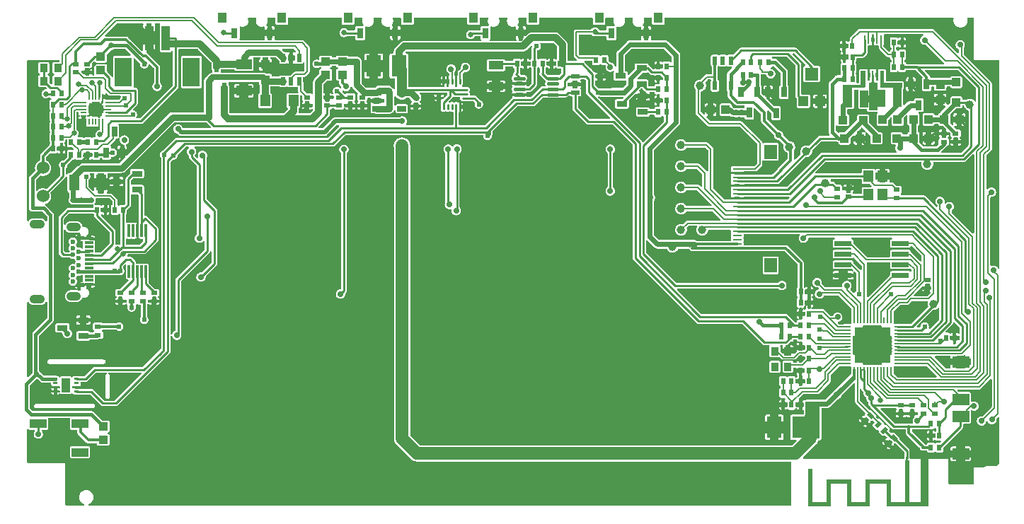
<source format=gtl>
G04 Layer: TopLayer*
G04 EasyEDA v6.4.0, 2020-07-10T23:23:17+08:00*
G04 5139bd2fb7c3424f93626a165fee3374,4edbaba1ca844db583ca7d2d7efc84e2,10*
G04 Gerber Generator version 0.2*
G04 Scale: 100 percent, Rotated: No, Reflected: No *
G04 Dimensions in inches *
G04 leading zeros omitted , absolute positions ,2 integer and 4 decimal *
%FSLAX24Y24*%
%MOIN*%
G90*
G70D02*

%ADD10C,0.010000*%
%ADD11C,0.039370*%
%ADD13C,0.016000*%
%ADD14C,0.006000*%
%ADD15C,0.008000*%
%ADD16C,0.030000*%
%ADD17C,0.014000*%
%ADD18C,0.024000*%
%ADD19C,0.020000*%
%ADD20C,0.009898*%
%ADD21C,0.012000*%
%ADD22C,0.032000*%
%ADD23C,0.060000*%
%ADD24C,0.018000*%
%ADD25C,0.022000*%
%ADD26C,0.011811*%
%ADD27C,0.026000*%
%ADD28C,0.021898*%
%ADD29C,0.015898*%
%ADD30C,0.048000*%
%ADD31C,0.015748*%
%ADD32C,0.011024*%
%ADD33C,0.028000*%
%ADD34R,0.031496X0.019685*%
%ADD36R,0.070866X0.102362*%
%ADD37R,0.019685X0.031496*%
%ADD38R,0.062992X0.060000*%
%ADD39R,0.047244X0.047244*%
%ADD40R,0.043307X0.039370*%
%ADD41R,0.047244X0.074803*%
%ADD42R,0.074803X0.047244*%
%ADD43R,0.012000X0.059055*%
%ADD44R,0.047244X0.055118*%
%ADD45R,0.019685X0.019685*%
%ADD46R,0.010000X0.031500*%
%ADD47R,0.031500X0.010000*%
%ADD48R,0.169300X0.169300*%
%ADD49R,0.070866X0.039370*%
%ADD50R,0.021654X0.039370*%
%ADD51R,0.049213X0.027559*%
%ADD52R,0.031496X0.009843*%
%ADD53R,0.009843X0.031496*%
%ADD54R,0.062992X0.062992*%
%ADD55R,0.035430X0.039370*%
%ADD58R,0.023622X0.051181*%
%ADD59R,0.035433X0.039370*%
%ADD60R,0.039370X0.021654*%
%ADD61R,0.039370X0.039370*%
%ADD62R,0.027559X0.049213*%
%ADD63R,0.078740X0.053150*%
%ADD64R,0.039370X0.043307*%
%ADD65R,0.078740X0.039370*%
%ADD66R,0.043307X0.009843*%
%ADD67R,0.059055X0.066929*%
%ADD68R,0.039370X0.011811*%
%ADD69R,0.039370X0.118110*%
%ADD70R,0.078740X0.137790*%
%ADD71R,0.039370X0.078700*%
%ADD72R,0.010000X0.039400*%
%ADD73R,0.043307X0.051181*%
%ADD74R,0.031496X0.051181*%
%ADD76C,0.019685*%
%ADD77C,0.023622*%

%LPD*%
G36*
G01X22984Y23210D02*
G01X22673Y23210D01*
G01X22661Y23208D01*
G01X22656Y23206D01*
G01X22646Y23200D01*
G01X22642Y23196D01*
G01X22636Y23186D01*
G01X22634Y23181D01*
G01X22633Y23175D01*
G01X22633Y23162D01*
G01X22635Y23155D01*
G01X22641Y23139D01*
G01X22649Y23107D01*
G01X22652Y23090D01*
G01X22654Y23056D01*
G01X22652Y23026D01*
G01X22650Y23011D01*
G01X22647Y22996D01*
G01X22644Y22982D01*
G01X22639Y22967D01*
G01X22634Y22953D01*
G01X22628Y22939D01*
G01X22614Y22913D01*
G01X22606Y22900D01*
G01X22588Y22876D01*
G01X22578Y22865D01*
G01X22567Y22854D01*
G01X22556Y22844D01*
G01X22532Y22826D01*
G01X22519Y22818D01*
G01X22506Y22811D01*
G01X22492Y22804D01*
G01X22479Y22798D01*
G01X22465Y22793D01*
G01X22450Y22788D01*
G01X22436Y22785D01*
G01X22421Y22782D01*
G01X22406Y22780D01*
G01X22376Y22778D01*
G01X22342Y22780D01*
G01X22325Y22783D01*
G01X22308Y22787D01*
G01X22292Y22791D01*
G01X22286Y22793D01*
G01X22274Y22793D01*
G01X22268Y22791D01*
G01X22258Y22787D01*
G01X22253Y22783D01*
G01X22249Y22779D01*
G01X22246Y22775D01*
G01X22243Y22770D01*
G01X22241Y22764D01*
G01X22240Y22759D01*
G01X22240Y22221D01*
G01X22239Y22213D01*
G01X22230Y22189D01*
G01X22225Y22182D01*
G01X22220Y22176D01*
G01X22214Y22170D01*
G01X22210Y22165D01*
G01X22206Y22159D01*
G01X22202Y22147D01*
G01X22201Y22140D01*
G01X22202Y22135D01*
G01X22203Y22129D01*
G01X22205Y22124D01*
G01X22211Y22114D01*
G01X22215Y22110D01*
G01X22225Y22104D01*
G01X22230Y22102D01*
G01X22236Y22101D01*
G01X22241Y22100D01*
G01X23416Y22100D01*
G01X23421Y22101D01*
G01X23427Y22102D01*
G01X23432Y22104D01*
G01X23442Y22110D01*
G01X23446Y22114D01*
G01X23452Y22124D01*
G01X23454Y22129D01*
G01X23455Y22135D01*
G01X23456Y22140D01*
G01X23455Y22147D01*
G01X23454Y22153D01*
G01X23451Y22159D01*
G01X23447Y22165D01*
G01X23443Y22170D01*
G01X23437Y22176D01*
G01X23432Y22182D01*
G01X23427Y22189D01*
G01X23421Y22205D01*
G01X23417Y22221D01*
G01X23417Y22332D01*
G01X23552Y22332D01*
G01X23552Y22135D01*
G01X23553Y22129D01*
G01X23555Y22124D01*
G01X23561Y22114D01*
G01X23565Y22110D01*
G01X23575Y22104D01*
G01X23580Y22102D01*
G01X23592Y22100D01*
G01X23656Y22100D01*
G01X23668Y22102D01*
G01X23680Y22108D01*
G01X23747Y22175D01*
G01X23755Y22185D01*
G01X23759Y22197D01*
G01X23759Y22332D01*
G01X23888Y22332D01*
G01X23900Y22334D01*
G01X23906Y22337D01*
G01X23911Y22340D01*
G01X23916Y22344D01*
G01X24002Y22430D01*
G01X24013Y22440D01*
G01X24024Y22449D01*
G01X24036Y22458D01*
G01X24048Y22466D01*
G01X24060Y22473D01*
G01X24074Y22479D01*
G01X24087Y22485D01*
G01X24101Y22490D01*
G01X24115Y22493D01*
G01X24129Y22497D01*
G01X24143Y22499D01*
G01X24158Y22500D01*
G01X25320Y22500D01*
G01X25335Y22499D01*
G01X25349Y22497D01*
G01X25363Y22493D01*
G01X25377Y22490D01*
G01X25391Y22485D01*
G01X25417Y22473D01*
G01X25430Y22466D01*
G01X25442Y22458D01*
G01X25454Y22449D01*
G01X25465Y22440D01*
G01X25476Y22430D01*
G01X25783Y22123D01*
G01X25793Y22112D01*
G01X25802Y22101D01*
G01X25811Y22089D01*
G01X25819Y22077D01*
G01X25826Y22064D01*
G01X25838Y22038D01*
G01X25843Y22024D01*
G01X25847Y22010D01*
G01X25850Y21996D01*
G01X25852Y21981D01*
G01X25853Y21967D01*
G01X25854Y21952D01*
G01X25854Y21215D01*
G01X25855Y21209D01*
G01X25857Y21204D01*
G01X25863Y21194D01*
G01X25867Y21190D01*
G01X25877Y21184D01*
G01X25882Y21182D01*
G01X25894Y21180D01*
G01X26256Y21180D01*
G01X26268Y21182D01*
G01X26273Y21184D01*
G01X26283Y21190D01*
G01X26287Y21194D01*
G01X26293Y21204D01*
G01X26295Y21209D01*
G01X26296Y21215D01*
G01X26296Y21227D01*
G01X26295Y21233D01*
G01X26292Y21239D01*
G01X26289Y21244D01*
G01X26285Y21249D01*
G01X26172Y21362D01*
G01X26166Y21370D01*
G01X26160Y21379D01*
G01X26155Y21388D01*
G01X26151Y21398D01*
G01X26148Y21408D01*
G01X26146Y21419D01*
G01X26145Y21429D01*
G01X26144Y21440D01*
G01X26144Y22540D01*
G01X26146Y22550D01*
G01X26148Y22559D01*
G01X26151Y22569D01*
G01X26154Y22578D01*
G01X26164Y22596D01*
G01X26176Y22612D01*
G01X26183Y22619D01*
G01X26199Y22631D01*
G01X26207Y22636D01*
G01X26216Y22640D01*
G01X26226Y22644D01*
G01X26235Y22647D01*
G01X26245Y22649D01*
G01X26265Y22651D01*
G01X26949Y22651D01*
G01X26961Y22655D01*
G01X26966Y22658D01*
G01X26971Y22662D01*
G01X26975Y22667D01*
G01X26983Y22678D01*
G01X27001Y22698D01*
G01X27011Y22706D01*
G01X27022Y22715D01*
G01X27044Y22729D01*
G01X27068Y22741D01*
G01X27094Y22749D01*
G01X27107Y22752D01*
G01X27120Y22754D01*
G01X27133Y22755D01*
G01X27147Y22756D01*
G01X27173Y22754D01*
G01X27186Y22752D01*
G01X27198Y22749D01*
G01X27211Y22746D01*
G01X27247Y22731D01*
G01X27269Y22717D01*
G01X27289Y22701D01*
G01X27298Y22692D01*
G01X27307Y22682D01*
G01X27315Y22672D01*
G01X27323Y22661D01*
G01X27329Y22650D01*
G01X27336Y22639D01*
G01X27339Y22633D01*
G01X27343Y22628D01*
G01X27348Y22624D01*
G01X27354Y22621D01*
G01X27359Y22618D01*
G01X27366Y22617D01*
G01X27372Y22616D01*
G01X27637Y22616D01*
G01X27642Y22617D01*
G01X27648Y22618D01*
G01X27653Y22620D01*
G01X27663Y22626D01*
G01X27667Y22630D01*
G01X27673Y22640D01*
G01X27675Y22645D01*
G01X27676Y22651D01*
G01X27677Y22656D01*
G01X27677Y22750D01*
G01X27678Y22758D01*
G01X27687Y22782D01*
G01X27692Y22789D01*
G01X27697Y22795D01*
G01X27703Y22801D01*
G01X27710Y22807D01*
G01X27717Y22811D01*
G01X27725Y22815D01*
G01X27733Y22818D01*
G01X27749Y22822D01*
G01X28037Y22822D01*
G01X28049Y22824D01*
G01X28059Y22828D01*
G01X28067Y22836D01*
G01X28071Y22841D01*
G01X28074Y22846D01*
G01X28076Y22851D01*
G01X28077Y22856D01*
G01X28077Y22869D01*
G01X28073Y22881D01*
G01X28069Y22887D01*
G01X28060Y22899D01*
G01X28044Y22925D01*
G01X28037Y22938D01*
G01X28031Y22952D01*
G01X28026Y22967D01*
G01X28022Y22981D01*
G01X28018Y22996D01*
G01X28015Y23011D01*
G01X28013Y23026D01*
G01X28011Y23056D01*
G01X28013Y23090D01*
G01X28016Y23107D01*
G01X28019Y23123D01*
G01X28024Y23139D01*
G01X28030Y23155D01*
G01X28032Y23162D01*
G01X28032Y23175D01*
G01X28031Y23181D01*
G01X28029Y23186D01*
G01X28026Y23191D01*
G01X28022Y23196D01*
G01X28018Y23200D01*
G01X28014Y23203D01*
G01X28009Y23206D01*
G01X28003Y23208D01*
G01X27998Y23209D01*
G01X27992Y23210D01*
G01X27682Y23210D01*
G01X27676Y23209D01*
G01X27671Y23208D01*
G01X27665Y23206D01*
G01X27660Y23203D01*
G01X27656Y23200D01*
G01X27652Y23196D01*
G01X27648Y23191D01*
G01X27645Y23186D01*
G01X27643Y23181D01*
G01X27642Y23175D01*
G01X27642Y22938D01*
G01X27641Y22930D01*
G01X27640Y22921D01*
G01X27638Y22913D01*
G01X27635Y22905D01*
G01X27631Y22897D01*
G01X27626Y22890D01*
G01X27621Y22884D01*
G01X27615Y22878D01*
G01X27608Y22872D01*
G01X27594Y22864D01*
G01X27586Y22861D01*
G01X27578Y22859D01*
G01X27569Y22857D01*
G01X27119Y22857D01*
G01X27103Y22861D01*
G01X27095Y22864D01*
G01X27087Y22868D01*
G01X27080Y22872D01*
G01X27062Y22890D01*
G01X27058Y22897D01*
G01X27054Y22905D01*
G01X27048Y22921D01*
G01X27047Y22930D01*
G01X27047Y23170D01*
G01X27046Y23175D01*
G01X27045Y23181D01*
G01X27043Y23186D01*
G01X27037Y23196D01*
G01X27033Y23200D01*
G01X27023Y23206D01*
G01X27018Y23208D01*
G01X27012Y23209D01*
G01X27007Y23210D01*
G01X24564Y23210D01*
G01X24552Y23208D01*
G01X24547Y23206D01*
G01X24542Y23203D01*
G01X24538Y23200D01*
G01X24534Y23196D01*
G01X24530Y23191D01*
G01X24527Y23186D01*
G01X24525Y23181D01*
G01X24524Y23175D01*
G01X24524Y22938D01*
G01X24523Y22930D01*
G01X24522Y22921D01*
G01X24520Y22913D01*
G01X24517Y22905D01*
G01X24513Y22897D01*
G01X24508Y22890D01*
G01X24503Y22884D01*
G01X24497Y22878D01*
G01X24490Y22872D01*
G01X24476Y22864D01*
G01X24468Y22861D01*
G01X24460Y22859D01*
G01X24451Y22857D01*
G01X24001Y22857D01*
G01X23985Y22861D01*
G01X23977Y22864D01*
G01X23969Y22868D01*
G01X23962Y22872D01*
G01X23955Y22878D01*
G01X23949Y22884D01*
G01X23944Y22890D01*
G01X23940Y22897D01*
G01X23936Y22905D01*
G01X23930Y22921D01*
G01X23929Y22930D01*
G01X23929Y23170D01*
G01X23928Y23175D01*
G01X23927Y23181D01*
G01X23925Y23186D01*
G01X23919Y23196D01*
G01X23915Y23200D01*
G01X23905Y23206D01*
G01X23900Y23208D01*
G01X23894Y23209D01*
G01X23889Y23210D01*
G01X23578Y23210D01*
G01X23573Y23209D01*
G01X23567Y23208D01*
G01X23562Y23206D01*
G01X23552Y23200D01*
G01X23548Y23196D01*
G01X23542Y23186D01*
G01X23540Y23181D01*
G01X23539Y23175D01*
G01X23538Y23170D01*
G01X23539Y23162D01*
G01X23541Y23155D01*
G01X23551Y23123D01*
G01X23555Y23107D01*
G01X23559Y23073D01*
G01X23559Y23041D01*
G01X23558Y23026D01*
G01X23556Y23011D01*
G01X23553Y22996D01*
G01X23549Y22981D01*
G01X23544Y22967D01*
G01X23539Y22952D01*
G01X23533Y22938D01*
G01X23519Y22912D01*
G01X23510Y22899D01*
G01X23498Y22881D01*
G01X23495Y22875D01*
G01X23494Y22869D01*
G01X23493Y22862D01*
G01X23494Y22856D01*
G01X23495Y22851D01*
G01X23497Y22846D01*
G01X23503Y22836D01*
G01X23507Y22832D01*
G01X23512Y22828D01*
G01X23522Y22824D01*
G01X23528Y22823D01*
G01X23533Y22822D01*
G01X23552Y22822D01*
G01X23552Y22638D01*
G01X23417Y22638D01*
G01X23417Y22759D01*
G01X23416Y22764D01*
G01X23414Y22770D01*
G01X23411Y22775D01*
G01X23408Y22779D01*
G01X23404Y22783D01*
G01X23399Y22787D01*
G01X23389Y22791D01*
G01X23383Y22793D01*
G01X23371Y22793D01*
G01X23365Y22791D01*
G01X23349Y22787D01*
G01X23332Y22783D01*
G01X23315Y22780D01*
G01X23281Y22778D01*
G01X23251Y22780D01*
G01X23236Y22782D01*
G01X23222Y22785D01*
G01X23207Y22788D01*
G01X23179Y22798D01*
G01X23165Y22804D01*
G01X23151Y22811D01*
G01X23138Y22818D01*
G01X23125Y22826D01*
G01X23113Y22835D01*
G01X23102Y22844D01*
G01X23090Y22854D01*
G01X23070Y22876D01*
G01X23060Y22888D01*
G01X23051Y22900D01*
G01X23043Y22913D01*
G01X23029Y22939D01*
G01X23023Y22953D01*
G01X23018Y22967D01*
G01X23014Y22982D01*
G01X23010Y22996D01*
G01X23007Y23011D01*
G01X23005Y23026D01*
G01X23004Y23041D01*
G01X23004Y23073D01*
G01X23008Y23107D01*
G01X23016Y23139D01*
G01X23022Y23155D01*
G01X23024Y23162D01*
G01X23024Y23175D01*
G01X23023Y23181D01*
G01X23021Y23186D01*
G01X23015Y23196D01*
G01X23011Y23200D01*
G01X23001Y23206D01*
G01X22996Y23208D01*
G01X22984Y23210D01*
G37*

%LPC*%
G36*
G01X23821Y22822D02*
G01X23759Y22822D01*
G01X23759Y22638D01*
G01X23894Y22638D01*
G01X23894Y22741D01*
G01X23893Y22750D01*
G01X23892Y22758D01*
G01X23890Y22766D01*
G01X23887Y22774D01*
G01X23883Y22782D01*
G01X23878Y22789D01*
G01X23873Y22795D01*
G01X23867Y22801D01*
G01X23860Y22807D01*
G01X23846Y22815D01*
G01X23838Y22818D01*
G01X23830Y22820D01*
G01X23821Y22822D01*
G37*

%LPD*%
G36*
G01X42586Y22428D02*
G01X40795Y22428D01*
G01X40790Y22427D01*
G01X40784Y22425D01*
G01X40779Y22422D01*
G01X40775Y22419D01*
G01X40771Y22415D01*
G01X40767Y22410D01*
G01X40763Y22400D01*
G01X40761Y22394D01*
G01X40761Y22388D01*
G01X40762Y22381D01*
G01X40763Y22367D01*
G01X40763Y21973D01*
G01X40762Y21963D01*
G01X40761Y21954D01*
G01X40758Y21945D01*
G01X40754Y21936D01*
G01X40749Y21928D01*
G01X40747Y21923D01*
G01X40745Y21917D01*
G01X40743Y21912D01*
G01X40743Y21856D01*
G01X40747Y21844D01*
G01X40755Y21834D01*
G01X40979Y21609D01*
G01X40984Y21605D01*
G01X40989Y21602D01*
G01X41001Y21598D01*
G01X41014Y21598D01*
G01X41020Y21600D01*
G01X41025Y21602D01*
G01X41031Y21605D01*
G01X41035Y21609D01*
G01X41043Y21619D01*
G01X41047Y21631D01*
G01X41051Y21647D01*
G01X41055Y21655D01*
G01X41059Y21662D01*
G01X41065Y21669D01*
G01X41070Y21675D01*
G01X41077Y21681D01*
G01X41084Y21686D01*
G01X41091Y21690D01*
G01X41097Y21693D01*
G01X41102Y21697D01*
G01X41106Y21702D01*
G01X41109Y21708D01*
G01X41112Y21713D01*
G01X41113Y21720D01*
G01X41114Y21726D01*
G01X41114Y21773D01*
G01X41113Y21780D01*
G01X41112Y21786D01*
G01X41109Y21792D01*
G01X41106Y21797D01*
G01X41102Y21802D01*
G01X41097Y21806D01*
G01X41091Y21809D01*
G01X41084Y21813D01*
G01X41077Y21818D01*
G01X41071Y21823D01*
G01X41065Y21829D01*
G01X41060Y21836D01*
G01X41052Y21850D01*
G01X41049Y21858D01*
G01X41047Y21866D01*
G01X41046Y21874D01*
G01X41046Y22206D01*
G01X41047Y22214D01*
G01X41056Y22238D01*
G01X41061Y22245D01*
G01X41066Y22251D01*
G01X41072Y22257D01*
G01X41079Y22263D01*
G01X41086Y22267D01*
G01X41094Y22271D01*
G01X41102Y22274D01*
G01X41118Y22278D01*
G01X41332Y22278D01*
G01X41340Y22276D01*
G01X41349Y22274D01*
G01X41357Y22271D01*
G01X41364Y22267D01*
G01X41378Y22257D01*
G01X41384Y22251D01*
G01X41389Y22244D01*
G01X41393Y22239D01*
G01X41398Y22235D01*
G01X41404Y22232D01*
G01X41409Y22229D01*
G01X41416Y22228D01*
G01X41422Y22227D01*
G01X41434Y22229D01*
G01X41446Y22235D01*
G01X41450Y22239D01*
G01X41454Y22244D01*
G01X41460Y22251D01*
G01X41466Y22257D01*
G01X41472Y22262D01*
G01X41480Y22267D01*
G01X41487Y22271D01*
G01X41495Y22274D01*
G01X41503Y22276D01*
G01X41512Y22278D01*
G01X41545Y22278D01*
G01X41545Y22143D01*
G01X41439Y22143D01*
G01X41433Y22142D01*
G01X41428Y22140D01*
G01X41418Y22134D01*
G01X41414Y22130D01*
G01X41408Y22120D01*
G01X41406Y22115D01*
G01X41404Y22103D01*
G01X41404Y21976D01*
G01X41405Y21970D01*
G01X41406Y21965D01*
G01X41408Y21959D01*
G01X41411Y21954D01*
G01X41414Y21950D01*
G01X41418Y21946D01*
G01X41423Y21942D01*
G01X41428Y21939D01*
G01X41433Y21937D01*
G01X41439Y21936D01*
G01X41545Y21936D01*
G01X41545Y21801D01*
G01X41520Y21801D01*
G01X41512Y21802D01*
G01X41503Y21803D01*
G01X41495Y21805D01*
G01X41487Y21808D01*
G01X41480Y21812D01*
G01X41472Y21817D01*
G01X41466Y21822D01*
G01X41460Y21828D01*
G01X41454Y21835D01*
G01X41450Y21840D01*
G01X41446Y21844D01*
G01X41434Y21850D01*
G01X41422Y21852D01*
G01X41416Y21851D01*
G01X41409Y21850D01*
G01X41404Y21847D01*
G01X41398Y21844D01*
G01X41393Y21840D01*
G01X41389Y21835D01*
G01X41379Y21823D01*
G01X41373Y21818D01*
G01X41366Y21813D01*
G01X41359Y21809D01*
G01X41353Y21806D01*
G01X41348Y21802D01*
G01X41344Y21797D01*
G01X41341Y21792D01*
G01X41338Y21786D01*
G01X41337Y21780D01*
G01X41336Y21773D01*
G01X41336Y21726D01*
G01X41337Y21720D01*
G01X41338Y21713D01*
G01X41341Y21707D01*
G01X41344Y21702D01*
G01X41348Y21697D01*
G01X41353Y21693D01*
G01X41359Y21690D01*
G01X41366Y21686D01*
G01X41372Y21682D01*
G01X41379Y21676D01*
G01X41389Y21664D01*
G01X41393Y21659D01*
G01X41398Y21655D01*
G01X41404Y21652D01*
G01X41409Y21649D01*
G01X41416Y21648D01*
G01X41422Y21647D01*
G01X41434Y21649D01*
G01X41446Y21655D01*
G01X41450Y21659D01*
G01X41454Y21664D01*
G01X41460Y21671D01*
G01X41466Y21677D01*
G01X41472Y21682D01*
G01X41479Y21687D01*
G01X41487Y21691D01*
G01X41495Y21694D01*
G01X41503Y21696D01*
G01X41512Y21698D01*
G01X41726Y21698D01*
G01X41742Y21694D01*
G01X41750Y21691D01*
G01X41758Y21687D01*
G01X41765Y21683D01*
G01X41783Y21665D01*
G01X41787Y21658D01*
G01X41791Y21650D01*
G01X41794Y21642D01*
G01X41798Y21626D01*
G01X41798Y21294D01*
G01X41794Y21278D01*
G01X41788Y21262D01*
G01X41783Y21255D01*
G01X41773Y21243D01*
G01X41759Y21233D01*
G01X41752Y21229D01*
G01X41747Y21226D01*
G01X41742Y21222D01*
G01X41737Y21217D01*
G01X41734Y21212D01*
G01X41731Y21206D01*
G01X41730Y21199D01*
G01X41729Y21193D01*
G01X41729Y21146D01*
G01X41731Y21134D01*
G01X41737Y21122D01*
G01X41742Y21117D01*
G01X41747Y21113D01*
G01X41752Y21110D01*
G01X41760Y21106D01*
G01X41766Y21101D01*
G01X41773Y21096D01*
G01X41779Y21090D01*
G01X41784Y21083D01*
G01X41792Y21069D01*
G01X41795Y21061D01*
G01X41797Y21053D01*
G01X41798Y21047D01*
G01X41801Y21041D01*
G01X41804Y21036D01*
G01X41808Y21032D01*
G01X41813Y21028D01*
G01X41818Y21025D01*
G01X41824Y21022D01*
G01X41836Y21020D01*
G01X42324Y21020D01*
G01X42335Y21019D01*
G01X42347Y21016D01*
G01X42358Y21013D01*
G01X42365Y21011D01*
G01X42371Y21010D01*
G01X43557Y21010D01*
G01X43562Y21011D01*
G01X43568Y21012D01*
G01X43573Y21014D01*
G01X43583Y21020D01*
G01X43587Y21024D01*
G01X43593Y21034D01*
G01X43595Y21039D01*
G01X43596Y21045D01*
G01X43597Y21050D01*
G01X43596Y21057D01*
G01X43595Y21063D01*
G01X43592Y21069D01*
G01X43589Y21074D01*
G01X43585Y21079D01*
G01X42745Y21919D01*
G01X42740Y21923D01*
G01X42735Y21926D01*
G01X42723Y21930D01*
G01X42712Y21930D01*
G01X42699Y21929D01*
G01X42685Y21928D01*
G01X42659Y21930D01*
G01X42646Y21932D01*
G01X42620Y21938D01*
G01X42607Y21943D01*
G01X42595Y21948D01*
G01X42571Y21960D01*
G01X42549Y21976D01*
G01X42539Y21984D01*
G01X42529Y21993D01*
G01X42520Y22003D01*
G01X42512Y22013D01*
G01X42496Y22035D01*
G01X42484Y22059D01*
G01X42479Y22071D01*
G01X42474Y22084D01*
G01X42468Y22110D01*
G01X42466Y22123D01*
G01X42464Y22149D01*
G01X42465Y22163D01*
G01X42466Y22176D01*
G01X42468Y22190D01*
G01X42471Y22203D01*
G01X42475Y22216D01*
G01X42479Y22228D01*
G01X42484Y22241D01*
G01X42490Y22253D01*
G01X42497Y22265D01*
G01X42504Y22276D01*
G01X42512Y22287D01*
G01X42530Y22307D01*
G01X42540Y22316D01*
G01X42550Y22324D01*
G01X42561Y22332D01*
G01X42573Y22340D01*
G01X42597Y22352D01*
G01X42602Y22355D01*
G01X42606Y22358D01*
G01X42611Y22362D01*
G01X42617Y22372D01*
G01X42619Y22377D01*
G01X42620Y22383D01*
G01X42621Y22388D01*
G01X42619Y22400D01*
G01X42617Y22405D01*
G01X42611Y22415D01*
G01X42607Y22419D01*
G01X42597Y22425D01*
G01X42592Y22427D01*
G01X42586Y22428D01*
G37*

%LPC*%
G36*
G01X41798Y21936D02*
G01X41693Y21936D01*
G01X41693Y21801D01*
G01X41717Y21801D01*
G01X41726Y21802D01*
G01X41734Y21803D01*
G01X41742Y21805D01*
G01X41750Y21808D01*
G01X41758Y21812D01*
G01X41765Y21817D01*
G01X41771Y21822D01*
G01X41783Y21834D01*
G01X41787Y21842D01*
G01X41791Y21849D01*
G01X41794Y21857D01*
G01X41796Y21865D01*
G01X41798Y21874D01*
G01X41798Y21936D01*
G37*
G36*
G01X41726Y22278D02*
G01X41693Y22278D01*
G01X41693Y22143D01*
G01X41798Y22143D01*
G01X41798Y22206D01*
G01X41794Y22222D01*
G01X41791Y22230D01*
G01X41787Y22238D01*
G01X41783Y22245D01*
G01X41765Y22263D01*
G01X41758Y22267D01*
G01X41750Y22271D01*
G01X41742Y22274D01*
G01X41726Y22278D01*
G37*

%LPD*%
G36*
G01X30365Y21738D02*
G01X28889Y21738D01*
G01X28883Y21737D01*
G01X28877Y21734D01*
G01X28872Y21731D01*
G01X28867Y21727D01*
G01X28572Y21432D01*
G01X28568Y21427D01*
G01X28565Y21422D01*
G01X28562Y21416D01*
G01X28560Y21404D01*
G01X28560Y20718D01*
G01X28561Y20713D01*
G01X28562Y20707D01*
G01X28564Y20702D01*
G01X28570Y20692D01*
G01X28574Y20688D01*
G01X28584Y20682D01*
G01X28589Y20680D01*
G01X28595Y20679D01*
G01X28600Y20678D01*
G01X28614Y20678D01*
G01X28623Y20677D01*
G01X28639Y20671D01*
G01X28646Y20668D01*
G01X28654Y20663D01*
G01X28660Y20658D01*
G01X28666Y20652D01*
G01X28676Y20638D01*
G01X28680Y20630D01*
G01X28683Y20622D01*
G01X28687Y20606D01*
G01X28687Y20552D01*
G01X28689Y20547D01*
G01X28691Y20541D01*
G01X28693Y20536D01*
G01X28705Y20524D01*
G01X28710Y20521D01*
G01X28716Y20519D01*
G01X28721Y20518D01*
G01X28733Y20518D01*
G01X28745Y20522D01*
G01X28750Y20525D01*
G01X28755Y20529D01*
G01X29005Y20779D01*
G01X29009Y20784D01*
G01X29012Y20789D01*
G01X29015Y20795D01*
G01X29016Y20801D01*
G01X29017Y20808D01*
G01X29017Y20980D01*
G01X29021Y20996D01*
G01X29024Y21004D01*
G01X29028Y21012D01*
G01X29032Y21019D01*
G01X29038Y21026D01*
G01X29044Y21032D01*
G01X29050Y21037D01*
G01X29057Y21042D01*
G01X29081Y21051D01*
G01X29089Y21052D01*
G01X29598Y21052D01*
G01X29606Y21051D01*
G01X29614Y21049D01*
G01X29622Y21046D01*
G01X29630Y21042D01*
G01X29637Y21038D01*
G01X29643Y21033D01*
G01X29649Y21027D01*
G01X29654Y21021D01*
G01X29659Y21014D01*
G01X29663Y21006D01*
G01X29666Y20999D01*
G01X29669Y20991D01*
G01X29670Y20983D01*
G01X29671Y20977D01*
G01X29673Y20972D01*
G01X29679Y20962D01*
G01X29683Y20958D01*
G01X29693Y20952D01*
G01X29703Y20947D01*
G01X29713Y20941D01*
G01X29722Y20934D01*
G01X29880Y20776D01*
G01X29885Y20772D01*
G01X29890Y20769D01*
G01X29896Y20766D01*
G01X29908Y20764D01*
G01X29915Y20764D01*
G01X29927Y20766D01*
G01X29932Y20768D01*
G01X29942Y20774D01*
G01X29946Y20778D01*
G01X29952Y20788D01*
G01X29954Y20793D01*
G01X29955Y20799D01*
G01X29955Y20806D01*
G01X30061Y20806D01*
G01X30061Y20799D01*
G01X30062Y20793D01*
G01X30064Y20788D01*
G01X30070Y20778D01*
G01X30074Y20774D01*
G01X30084Y20768D01*
G01X30089Y20766D01*
G01X30101Y20764D01*
G01X30169Y20764D01*
G01X30175Y20765D01*
G01X30180Y20766D01*
G01X30186Y20768D01*
G01X30191Y20771D01*
G01X30195Y20774D01*
G01X30199Y20778D01*
G01X30203Y20783D01*
G01X30207Y20793D01*
G01X30209Y20799D01*
G01X30209Y20806D01*
G01X30315Y20806D01*
G01X30320Y20807D01*
G01X30326Y20809D01*
G01X30331Y20812D01*
G01X30343Y20824D01*
G01X30346Y20829D01*
G01X30348Y20835D01*
G01X30349Y20840D01*
G01X30349Y20979D01*
G01X30348Y20985D01*
G01X30346Y20990D01*
G01X30343Y20995D01*
G01X30339Y21000D01*
G01X30335Y21004D01*
G01X30331Y21007D01*
G01X30326Y21010D01*
G01X30320Y21012D01*
G01X30315Y21013D01*
G01X30209Y21013D01*
G01X30209Y21148D01*
G01X30242Y21148D01*
G01X30250Y21146D01*
G01X30259Y21144D01*
G01X30267Y21141D01*
G01X30274Y21137D01*
G01X30288Y21127D01*
G01X30294Y21121D01*
G01X30299Y21114D01*
G01X30303Y21109D01*
G01X30308Y21105D01*
G01X30313Y21102D01*
G01X30319Y21099D01*
G01X30325Y21098D01*
G01X30332Y21097D01*
G01X30344Y21099D01*
G01X30350Y21102D01*
G01X30355Y21105D01*
G01X30360Y21109D01*
G01X30364Y21114D01*
G01X30370Y21121D01*
G01X30376Y21127D01*
G01X30382Y21132D01*
G01X30389Y21137D01*
G01X30397Y21141D01*
G01X30405Y21144D01*
G01X30413Y21146D01*
G01X30422Y21148D01*
G01X30636Y21148D01*
G01X30645Y21146D01*
G01X30653Y21144D01*
G01X30662Y21140D01*
G01X30669Y21136D01*
G01X30677Y21131D01*
G01X30684Y21125D01*
G01X30690Y21119D01*
G01X30694Y21114D01*
G01X30698Y21111D01*
G01X30703Y21108D01*
G01X30715Y21104D01*
G01X30726Y21104D01*
G01X30732Y21106D01*
G01X30742Y21110D01*
G01X30747Y21114D01*
G01X30751Y21118D01*
G01X30754Y21122D01*
G01X30757Y21127D01*
G01X30759Y21133D01*
G01X30760Y21138D01*
G01X30760Y21358D01*
G01X30756Y21370D01*
G01X30752Y21376D01*
G01X30748Y21381D01*
G01X30386Y21727D01*
G01X30382Y21731D01*
G01X30376Y21734D01*
G01X30371Y21737D01*
G01X30365Y21738D01*
G37*

%LPC*%
G36*
G01X30061Y21148D02*
G01X30028Y21148D01*
G01X30020Y21146D01*
G01X30011Y21144D01*
G01X30004Y21141D01*
G01X29996Y21137D01*
G01X29989Y21133D01*
G01X29982Y21127D01*
G01X29976Y21121D01*
G01X29971Y21115D01*
G01X29966Y21108D01*
G01X29962Y21100D01*
G01X29959Y21092D01*
G01X29957Y21084D01*
G01X29956Y21076D01*
G01X29955Y21067D01*
G01X29955Y21013D01*
G01X30061Y21013D01*
G01X30061Y21148D01*
G37*

%LPD*%
G36*
G01X25195Y22018D02*
G01X24609Y22018D01*
G01X24603Y22017D01*
G01X24598Y22015D01*
G01X24593Y22012D01*
G01X24589Y22009D01*
G01X24584Y22005D01*
G01X24578Y21995D01*
G01X24576Y21990D01*
G01X24575Y21984D01*
G01X24575Y21972D01*
G01X24577Y21965D01*
G01X24586Y21947D01*
G01X24596Y21923D01*
G01X24599Y21911D01*
G01X24602Y21898D01*
G01X24604Y21885D01*
G01X24606Y21873D01*
G01X24606Y21846D01*
G01X24602Y21820D01*
G01X24599Y21807D01*
G01X24595Y21795D01*
G01X24591Y21782D01*
G01X24585Y21770D01*
G01X24579Y21759D01*
G01X24572Y21747D01*
G01X24556Y21727D01*
G01X24547Y21717D01*
G01X24537Y21708D01*
G01X24527Y21700D01*
G01X24516Y21692D01*
G01X24505Y21685D01*
G01X24481Y21673D01*
G01X24469Y21669D01*
G01X24456Y21665D01*
G01X24450Y21663D01*
G01X24445Y21661D01*
G01X24441Y21657D01*
G01X24436Y21653D01*
G01X24433Y21649D01*
G01X24430Y21643D01*
G01X24428Y21638D01*
G01X24426Y21626D01*
G01X24426Y21304D01*
G01X24428Y21292D01*
G01X24430Y21286D01*
G01X24438Y21276D01*
G01X24442Y21272D01*
G01X24449Y21267D01*
G01X24455Y21261D01*
G01X24460Y21254D01*
G01X24464Y21249D01*
G01X24469Y21245D01*
G01X24474Y21242D01*
G01X24480Y21239D01*
G01X24492Y21237D01*
G01X24499Y21238D01*
G01X24505Y21239D01*
G01X24511Y21242D01*
G01X24516Y21245D01*
G01X24521Y21249D01*
G01X24525Y21254D01*
G01X24530Y21261D01*
G01X24536Y21267D01*
G01X24550Y21277D01*
G01X24557Y21281D01*
G01X24565Y21284D01*
G01X24574Y21286D01*
G01X24582Y21287D01*
G01X24591Y21288D01*
G01X24788Y21288D01*
G01X24796Y21287D01*
G01X24805Y21286D01*
G01X24813Y21284D01*
G01X24821Y21281D01*
G01X24829Y21277D01*
G01X24836Y21272D01*
G01X24843Y21266D01*
G01X24849Y21260D01*
G01X24859Y21246D01*
G01X24862Y21238D01*
G01X24868Y21228D01*
G01X24872Y21224D01*
G01X24877Y21220D01*
G01X24882Y21217D01*
G01X24888Y21215D01*
G01X24893Y21214D01*
G01X24899Y21213D01*
G01X24911Y21215D01*
G01X24916Y21217D01*
G01X24922Y21220D01*
G01X24930Y21228D01*
G01X24934Y21233D01*
G01X24936Y21238D01*
G01X24940Y21246D01*
G01X24950Y21260D01*
G01X24956Y21266D01*
G01X24963Y21272D01*
G01X24970Y21277D01*
G01X24977Y21281D01*
G01X24985Y21284D01*
G01X24994Y21286D01*
G01X25002Y21287D01*
G01X25011Y21288D01*
G01X25035Y21288D01*
G01X25035Y21153D01*
G01X24903Y21153D01*
G01X24897Y21152D01*
G01X24892Y21150D01*
G01X24887Y21147D01*
G01X24882Y21143D01*
G01X24878Y21139D01*
G01X24875Y21135D01*
G01X24872Y21130D01*
G01X24870Y21124D01*
G01X24869Y21119D01*
G01X24869Y20980D01*
G01X24870Y20974D01*
G01X24872Y20969D01*
G01X24878Y20959D01*
G01X24882Y20955D01*
G01X24892Y20949D01*
G01X24897Y20947D01*
G01X24903Y20946D01*
G01X25035Y20946D01*
G01X25035Y20811D01*
G01X25002Y20811D01*
G01X24994Y20813D01*
G01X24985Y20815D01*
G01X24977Y20818D01*
G01X24970Y20822D01*
G01X24963Y20827D01*
G01X24956Y20833D01*
G01X24950Y20839D01*
G01X24940Y20853D01*
G01X24936Y20861D01*
G01X24934Y20866D01*
G01X24930Y20871D01*
G01X24926Y20875D01*
G01X24921Y20879D01*
G01X24916Y20882D01*
G01X24911Y20884D01*
G01X24899Y20886D01*
G01X24893Y20885D01*
G01X24888Y20884D01*
G01X24882Y20882D01*
G01X24877Y20879D01*
G01X24872Y20875D01*
G01X24868Y20871D01*
G01X24862Y20861D01*
G01X24859Y20853D01*
G01X24849Y20839D01*
G01X24843Y20833D01*
G01X24836Y20827D01*
G01X24831Y20823D01*
G01X24827Y20818D01*
G01X24824Y20813D01*
G01X24820Y20801D01*
G01X24820Y20612D01*
G01X24824Y20600D01*
G01X24827Y20595D01*
G01X24831Y20590D01*
G01X24899Y20523D01*
G01X24909Y20515D01*
G01X24921Y20511D01*
G01X24933Y20511D01*
G01X24945Y20513D01*
G01X25381Y20513D01*
G01X25393Y20512D01*
G01X25404Y20510D01*
G01X25415Y20507D01*
G01X25426Y20503D01*
G01X25433Y20501D01*
G01X25441Y20500D01*
G01X25453Y20502D01*
G01X25459Y20505D01*
G01X25464Y20508D01*
G01X25469Y20512D01*
G01X25539Y20582D01*
G01X25543Y20587D01*
G01X25546Y20592D01*
G01X25549Y20598D01*
G01X25550Y20604D01*
G01X25550Y20777D01*
G01X25549Y20782D01*
G01X25547Y20788D01*
G01X25544Y20793D01*
G01X25541Y20797D01*
G01X25537Y20801D01*
G01X25532Y20805D01*
G01X25522Y20809D01*
G01X25516Y20811D01*
G01X25396Y20811D01*
G01X25380Y20815D01*
G01X25372Y20818D01*
G01X25364Y20822D01*
G01X25350Y20832D01*
G01X25344Y20838D01*
G01X25339Y20845D01*
G01X25335Y20850D01*
G01X25330Y20854D01*
G01X25325Y20857D01*
G01X25319Y20860D01*
G01X25313Y20861D01*
G01X25306Y20862D01*
G01X25294Y20860D01*
G01X25288Y20857D01*
G01X25283Y20854D01*
G01X25278Y20850D01*
G01X25274Y20845D01*
G01X25268Y20838D01*
G01X25262Y20832D01*
G01X25256Y20827D01*
G01X25249Y20822D01*
G01X25241Y20818D01*
G01X25233Y20815D01*
G01X25225Y20813D01*
G01X25216Y20811D01*
G01X25184Y20811D01*
G01X25184Y20946D01*
G01X25289Y20946D01*
G01X25295Y20947D01*
G01X25300Y20949D01*
G01X25310Y20955D01*
G01X25314Y20959D01*
G01X25320Y20969D01*
G01X25322Y20974D01*
G01X25324Y20986D01*
G01X25324Y21113D01*
G01X25323Y21119D01*
G01X25322Y21124D01*
G01X25320Y21130D01*
G01X25317Y21135D01*
G01X25314Y21139D01*
G01X25310Y21143D01*
G01X25305Y21147D01*
G01X25300Y21150D01*
G01X25295Y21152D01*
G01X25289Y21153D01*
G01X25184Y21153D01*
G01X25184Y21288D01*
G01X25208Y21288D01*
G01X25216Y21287D01*
G01X25225Y21286D01*
G01X25233Y21284D01*
G01X25241Y21281D01*
G01X25249Y21277D01*
G01X25256Y21272D01*
G01X25262Y21267D01*
G01X25268Y21261D01*
G01X25274Y21254D01*
G01X25278Y21249D01*
G01X25283Y21245D01*
G01X25288Y21242D01*
G01X25294Y21239D01*
G01X25306Y21237D01*
G01X25313Y21238D01*
G01X25319Y21239D01*
G01X25325Y21242D01*
G01X25330Y21245D01*
G01X25335Y21249D01*
G01X25339Y21254D01*
G01X25344Y21260D01*
G01X25350Y21266D01*
G01X25356Y21271D01*
G01X25360Y21275D01*
G01X25364Y21280D01*
G01X25367Y21285D01*
G01X25370Y21291D01*
G01X25372Y21303D01*
G01X25372Y21836D01*
G01X25370Y21848D01*
G01X25364Y21860D01*
G01X25213Y22011D01*
G01X25201Y22017D01*
G01X25195Y22018D01*
G37*

%LPD*%
G36*
G01X3573Y21140D02*
G01X3561Y21142D01*
G01X3549Y21140D01*
G01X3543Y21137D01*
G01X3538Y21134D01*
G01X3533Y21130D01*
G01X3483Y21080D01*
G01X3480Y21074D01*
G01X3478Y21069D01*
G01X3476Y21063D01*
G01X3476Y20922D01*
G01X3475Y20913D01*
G01X3474Y20905D01*
G01X3472Y20897D01*
G01X3469Y20889D01*
G01X3465Y20881D01*
G01X3455Y20867D01*
G01X3449Y20861D01*
G01X3442Y20856D01*
G01X3437Y20852D01*
G01X3433Y20847D01*
G01X3430Y20842D01*
G01X3427Y20836D01*
G01X3426Y20830D01*
G01X3425Y20823D01*
G01X3427Y20811D01*
G01X3430Y20805D01*
G01X3433Y20800D01*
G01X3437Y20795D01*
G01X3442Y20791D01*
G01X3449Y20786D01*
G01X3455Y20780D01*
G01X3465Y20766D01*
G01X3469Y20758D01*
G01X3472Y20750D01*
G01X3474Y20742D01*
G01X3475Y20734D01*
G01X3476Y20725D01*
G01X3476Y20701D01*
G01X3341Y20701D01*
G01X3341Y20807D01*
G01X3339Y20812D01*
G01X3337Y20818D01*
G01X3335Y20823D01*
G01X3323Y20835D01*
G01X3318Y20837D01*
G01X3312Y20839D01*
G01X3307Y20840D01*
G01X3301Y20841D01*
G01X3174Y20841D01*
G01X3162Y20839D01*
G01X3152Y20835D01*
G01X3147Y20831D01*
G01X3143Y20827D01*
G01X3140Y20823D01*
G01X3137Y20818D01*
G01X3135Y20812D01*
G01X3134Y20807D01*
G01X3134Y20701D01*
G01X2984Y20701D01*
G01X2979Y20700D01*
G01X2973Y20699D01*
G01X2968Y20697D01*
G01X2958Y20691D01*
G01X2954Y20687D01*
G01X2948Y20677D01*
G01X2946Y20672D01*
G01X2945Y20667D01*
G01X2944Y20661D01*
G01X2945Y20655D01*
G01X2946Y20648D01*
G01X2949Y20643D01*
G01X2952Y20637D01*
G01X2956Y20633D01*
G01X3024Y20564D01*
G01X3029Y20560D01*
G01X3034Y20557D01*
G01X3040Y20554D01*
G01X3046Y20553D01*
G01X3053Y20552D01*
G01X3134Y20552D01*
G01X3134Y20515D01*
G01X3135Y20509D01*
G01X3137Y20504D01*
G01X3143Y20494D01*
G01X3147Y20490D01*
G01X3157Y20484D01*
G01X3162Y20482D01*
G01X3174Y20480D01*
G01X3301Y20480D01*
G01X3307Y20481D01*
G01X3312Y20482D01*
G01X3318Y20484D01*
G01X3323Y20487D01*
G01X3327Y20490D01*
G01X3331Y20494D01*
G01X3335Y20499D01*
G01X3339Y20509D01*
G01X3341Y20515D01*
G01X3341Y20552D01*
G01X3476Y20552D01*
G01X3476Y20515D01*
G01X3477Y20509D01*
G01X3479Y20504D01*
G01X3485Y20494D01*
G01X3489Y20490D01*
G01X3499Y20484D01*
G01X3504Y20482D01*
G01X3516Y20480D01*
G01X3537Y20480D01*
G01X3549Y20482D01*
G01X3554Y20484D01*
G01X3564Y20490D01*
G01X3568Y20494D01*
G01X3574Y20504D01*
G01X3576Y20509D01*
G01X3577Y20515D01*
G01X3577Y20520D01*
G01X3576Y20529D01*
G01X3575Y20539D01*
G01X3574Y20548D01*
G01X3574Y20941D01*
G01X3575Y20950D01*
G01X3576Y20958D01*
G01X3578Y20966D01*
G01X3581Y20974D01*
G01X3585Y20982D01*
G01X3589Y20989D01*
G01X3607Y21007D01*
G01X3614Y21011D01*
G01X3622Y21015D01*
G01X3629Y21018D01*
G01X3637Y21020D01*
G01X3643Y21022D01*
G01X3649Y21025D01*
G01X3654Y21028D01*
G01X3658Y21032D01*
G01X3662Y21037D01*
G01X3665Y21042D01*
G01X3667Y21048D01*
G01X3668Y21054D01*
G01X3669Y21059D01*
G01X3667Y21071D01*
G01X3665Y21077D01*
G01X3662Y21082D01*
G01X3658Y21087D01*
G01X3654Y21091D01*
G01X3649Y21094D01*
G01X3643Y21097D01*
G01X3637Y21099D01*
G01X3629Y21101D01*
G01X3620Y21104D01*
G01X3612Y21109D01*
G01X3605Y21114D01*
G01X3598Y21120D01*
G01X3592Y21127D01*
G01X3588Y21131D01*
G01X3583Y21135D01*
G01X3578Y21138D01*
G01X3573Y21140D01*
G37*

%LPD*%
G36*
G01X12951Y21738D02*
G01X12457Y21738D01*
G01X12451Y21737D01*
G01X12446Y21735D01*
G01X12441Y21732D01*
G01X12437Y21729D01*
G01X12433Y21725D01*
G01X12429Y21720D01*
G01X12426Y21715D01*
G01X12424Y21710D01*
G01X12423Y21704D01*
G01X12423Y21692D01*
G01X12427Y21680D01*
G01X12430Y21675D01*
G01X12434Y21670D01*
G01X12504Y21600D01*
G01X12509Y21596D01*
G01X12515Y21593D01*
G01X12520Y21590D01*
G01X12526Y21589D01*
G01X12533Y21588D01*
G01X12584Y21588D01*
G01X12592Y21587D01*
G01X12600Y21585D01*
G01X12608Y21582D01*
G01X12622Y21574D01*
G01X12628Y21569D01*
G01X12638Y21563D01*
G01X12643Y21561D01*
G01X12649Y21560D01*
G01X12654Y21559D01*
G01X12666Y21561D01*
G01X12671Y21563D01*
G01X12681Y21569D01*
G01X12687Y21574D01*
G01X12701Y21582D01*
G01X12709Y21585D01*
G01X12717Y21587D01*
G01X12733Y21589D01*
G01X12762Y21589D01*
G01X12762Y21434D01*
G01X12720Y21434D01*
G01X12714Y21432D01*
G01X12704Y21428D01*
G01X12699Y21424D01*
G01X12695Y21420D01*
G01X12692Y21416D01*
G01X12689Y21411D01*
G01X12687Y21405D01*
G01X12686Y21400D01*
G01X12685Y21394D01*
G01X12687Y21382D01*
G01X12691Y21368D01*
G01X12694Y21354D01*
G01X12697Y21339D01*
G01X12698Y21325D01*
G01X12698Y21296D01*
G01X12697Y21282D01*
G01X12694Y21267D01*
G01X12691Y21253D01*
G01X12687Y21240D01*
G01X12686Y21233D01*
G01X12685Y21227D01*
G01X12686Y21222D01*
G01X12687Y21216D01*
G01X12689Y21211D01*
G01X12695Y21201D01*
G01X12699Y21197D01*
G01X12709Y21191D01*
G01X12714Y21189D01*
G01X12720Y21188D01*
G01X12725Y21187D01*
G01X12762Y21187D01*
G01X12762Y21033D01*
G01X12725Y21033D01*
G01X12717Y21034D01*
G01X12709Y21037D01*
G01X12701Y21039D01*
G01X12687Y21047D01*
G01X12681Y21052D01*
G01X12676Y21056D01*
G01X12666Y21060D01*
G01X12660Y21062D01*
G01X12649Y21062D01*
G01X12643Y21060D01*
G01X12633Y21056D01*
G01X12628Y21052D01*
G01X12622Y21047D01*
G01X12608Y21039D01*
G01X12600Y21037D01*
G01X12592Y21034D01*
G01X12584Y21033D01*
G01X12351Y21033D01*
G01X12342Y21035D01*
G01X12334Y21037D01*
G01X12326Y21040D01*
G01X12312Y21048D01*
G01X12305Y21054D01*
G01X12299Y21060D01*
G01X12294Y21066D01*
G01X12289Y21073D01*
G01X12285Y21081D01*
G01X12282Y21089D01*
G01X12280Y21097D01*
G01X12279Y21105D01*
G01X12278Y21114D01*
G01X12278Y21163D01*
G01X12274Y21175D01*
G01X12271Y21180D01*
G01X12266Y21185D01*
G01X12125Y21327D01*
G01X12120Y21331D01*
G01X12114Y21334D01*
G01X12109Y21337D01*
G01X12102Y21338D01*
G01X11898Y21338D01*
G01X11892Y21337D01*
G01X11887Y21335D01*
G01X11877Y21329D01*
G01X11873Y21325D01*
G01X11867Y21315D01*
G01X11865Y21310D01*
G01X11863Y21298D01*
G01X11865Y21286D01*
G01X11868Y21280D01*
G01X11871Y21275D01*
G01X11875Y21270D01*
G01X11880Y21266D01*
G01X11885Y21263D01*
G01X11892Y21259D01*
G01X11899Y21254D01*
G01X11905Y21249D01*
G01X11910Y21243D01*
G01X11915Y21236D01*
G01X11923Y21222D01*
G01X11926Y21215D01*
G01X11928Y21207D01*
G01X11929Y21199D01*
G01X11929Y21117D01*
G01X11765Y21117D01*
G01X11765Y21304D01*
G01X11763Y21310D01*
G01X11759Y21320D01*
G01X11755Y21325D01*
G01X11751Y21329D01*
G01X11747Y21332D01*
G01X11742Y21335D01*
G01X11736Y21337D01*
G01X11731Y21338D01*
G01X11533Y21338D01*
G01X11527Y21337D01*
G01X11522Y21335D01*
G01X11512Y21329D01*
G01X11508Y21325D01*
G01X11502Y21315D01*
G01X11500Y21310D01*
G01X11499Y21304D01*
G01X11499Y21117D01*
G01X11334Y21117D01*
G01X11334Y21191D01*
G01X11336Y21207D01*
G01X11338Y21215D01*
G01X11344Y21229D01*
G01X11348Y21236D01*
G01X11353Y21243D01*
G01X11359Y21249D01*
G01X11365Y21254D01*
G01X11372Y21259D01*
G01X11379Y21263D01*
G01X11384Y21266D01*
G01X11389Y21270D01*
G01X11393Y21275D01*
G01X11396Y21280D01*
G01X11400Y21292D01*
G01X11400Y21304D01*
G01X11399Y21310D01*
G01X11397Y21315D01*
G01X11391Y21325D01*
G01X11387Y21329D01*
G01X11377Y21335D01*
G01X11372Y21337D01*
G01X11366Y21338D01*
G01X11093Y21338D01*
G01X11087Y21337D01*
G01X11082Y21335D01*
G01X11072Y21329D01*
G01X11068Y21325D01*
G01X11062Y21315D01*
G01X11060Y21310D01*
G01X11059Y21304D01*
G01X11059Y21291D01*
G01X11061Y21284D01*
G01X11064Y21275D01*
G01X11066Y21265D01*
G01X11066Y20775D01*
G01X11065Y20766D01*
G01X11059Y20750D01*
G01X11056Y20743D01*
G01X11046Y20729D01*
G01X11040Y20723D01*
G01X11026Y20713D01*
G01X11018Y20709D01*
G01X11010Y20706D01*
G01X11002Y20704D01*
G01X10994Y20703D01*
G01X10985Y20702D01*
G01X10237Y20702D01*
G01X10221Y20704D01*
G01X10214Y20706D01*
G01X10206Y20709D01*
G01X10199Y20712D01*
G01X10192Y20716D01*
G01X10185Y20721D01*
G01X10180Y20727D01*
G01X10174Y20733D01*
G01X10169Y20739D01*
G01X10165Y20746D01*
G01X10162Y20753D01*
G01X10159Y20759D01*
G01X10156Y20764D01*
G01X10152Y20768D01*
G01X10147Y20772D01*
G01X10142Y20775D01*
G01X10137Y20777D01*
G01X10125Y20779D01*
G01X9575Y20779D01*
G01X9568Y20778D01*
G01X9562Y20777D01*
G01X9556Y20774D01*
G01X9551Y20771D01*
G01X9546Y20767D01*
G01X9542Y20762D01*
G01X9539Y20756D01*
G01X9527Y20735D01*
G01X9524Y20729D01*
G01X9522Y20722D01*
G01X9521Y20714D01*
G01X9521Y20651D01*
G01X9523Y20639D01*
G01X9527Y20629D01*
G01X9531Y20624D01*
G01X9535Y20620D01*
G01X9545Y20614D01*
G01X9550Y20612D01*
G01X9555Y20611D01*
G01X11522Y20611D01*
G01X11548Y20609D01*
G01X11561Y20607D01*
G01X11574Y20604D01*
G01X11587Y20600D01*
G01X11599Y20596D01*
G01X11611Y20591D01*
G01X11623Y20585D01*
G01X11635Y20578D01*
G01X11645Y20571D01*
G01X11651Y20567D01*
G01X11663Y20563D01*
G01X11857Y20563D01*
G01X11873Y20559D01*
G01X11881Y20556D01*
G01X11889Y20552D01*
G01X11896Y20548D01*
G01X11903Y20542D01*
G01X11909Y20536D01*
G01X11914Y20530D01*
G01X11918Y20522D01*
G01X11922Y20515D01*
G01X11928Y20499D01*
G01X11929Y20490D01*
G01X11929Y20479D01*
G01X11930Y20474D01*
G01X11931Y20468D01*
G01X11933Y20463D01*
G01X11939Y20453D01*
G01X11943Y20449D01*
G01X11953Y20443D01*
G01X11958Y20441D01*
G01X11964Y20440D01*
G01X11969Y20439D01*
G01X12264Y20439D01*
G01X12276Y20441D01*
G01X12291Y20450D01*
G01X12295Y20455D01*
G01X12307Y20467D01*
G01X12313Y20472D01*
G01X12327Y20480D01*
G01X12351Y20486D01*
G01X12584Y20486D01*
G01X12608Y20480D01*
G01X12622Y20472D01*
G01X12628Y20467D01*
G01X12633Y20463D01*
G01X12643Y20459D01*
G01X12649Y20457D01*
G01X12660Y20457D01*
G01X12666Y20459D01*
G01X12676Y20463D01*
G01X12680Y20467D01*
G01X12687Y20472D01*
G01X12701Y20480D01*
G01X12725Y20486D01*
G01X12794Y20486D01*
G01X12806Y20488D01*
G01X12812Y20490D01*
G01X12822Y20498D01*
G01X12950Y20625D01*
G01X12966Y20639D01*
G01X12975Y20644D01*
G01X12985Y20649D01*
G01X12994Y20653D01*
G01X13004Y20656D01*
G01X13015Y20659D01*
G01X13025Y20660D01*
G01X13388Y20660D01*
G01X13395Y20661D01*
G01X13401Y20662D01*
G01X13407Y20665D01*
G01X13412Y20668D01*
G01X13417Y20672D01*
G01X13459Y20715D01*
G01X13463Y20719D01*
G01X13469Y20731D01*
G01X13470Y20737D01*
G01X13470Y21062D01*
G01X13469Y21068D01*
G01X13467Y21073D01*
G01X13461Y21083D01*
G01X13457Y21087D01*
G01X13447Y21093D01*
G01X13442Y21095D01*
G01X13430Y21097D01*
G01X13418Y21095D01*
G01X13413Y21093D01*
G01X13407Y21089D01*
G01X13399Y21081D01*
G01X13395Y21076D01*
G01X13391Y21068D01*
G01X13385Y21061D01*
G01X13373Y21049D01*
G01X13365Y21044D01*
G01X13358Y21040D01*
G01X13350Y21037D01*
G01X13341Y21035D01*
G01X13333Y21033D01*
G01X13099Y21033D01*
G01X13091Y21034D01*
G01X13083Y21037D01*
G01X13075Y21039D01*
G01X13061Y21047D01*
G01X13055Y21052D01*
G01X13050Y21056D01*
G01X13040Y21060D01*
G01X13034Y21062D01*
G01X13023Y21062D01*
G01X13017Y21060D01*
G01X13007Y21056D01*
G01X13002Y21052D01*
G01X12996Y21047D01*
G01X12982Y21039D01*
G01X12974Y21037D01*
G01X12966Y21034D01*
G01X12958Y21033D01*
G01X12921Y21033D01*
G01X12921Y21187D01*
G01X12986Y21187D01*
G01X12998Y21189D01*
G01X13003Y21191D01*
G01X13008Y21194D01*
G01X13012Y21197D01*
G01X13016Y21201D01*
G01X13020Y21206D01*
G01X13023Y21211D01*
G01X13025Y21216D01*
G01X13026Y21222D01*
G01X13026Y21400D01*
G01X13025Y21405D01*
G01X13023Y21411D01*
G01X13020Y21416D01*
G01X13008Y21428D01*
G01X12998Y21432D01*
G01X12992Y21434D01*
G01X12921Y21434D01*
G01X12921Y21589D01*
G01X12950Y21589D01*
G01X12966Y21587D01*
G01X12974Y21585D01*
G01X12982Y21582D01*
G01X12996Y21574D01*
G01X13002Y21569D01*
G01X13012Y21563D01*
G01X13017Y21561D01*
G01X13029Y21559D01*
G01X13034Y21560D01*
G01X13040Y21561D01*
G01X13045Y21563D01*
G01X13055Y21569D01*
G01X13061Y21574D01*
G01X13070Y21583D01*
G01X13073Y21588D01*
G01X13076Y21594D01*
G01X13078Y21606D01*
G01X13077Y21613D01*
G01X13076Y21619D01*
G01X13073Y21625D01*
G01X13070Y21630D01*
G01X13066Y21635D01*
G01X12973Y21727D01*
G01X12968Y21731D01*
G01X12963Y21734D01*
G01X12957Y21737D01*
G01X12951Y21738D01*
G37*

%LPC*%
G36*
G01X11929Y20870D02*
G01X11765Y20870D01*
G01X11765Y20716D01*
G01X11857Y20716D01*
G01X11873Y20720D01*
G01X11881Y20723D01*
G01X11889Y20727D01*
G01X11896Y20731D01*
G01X11903Y20737D01*
G01X11909Y20743D01*
G01X11914Y20749D01*
G01X11919Y20756D01*
G01X11928Y20780D01*
G01X11929Y20788D01*
G01X11929Y20870D01*
G37*
G36*
G01X11499Y20870D02*
G01X11334Y20870D01*
G01X11334Y20797D01*
G01X11335Y20788D01*
G01X11336Y20780D01*
G01X11338Y20772D01*
G01X11341Y20764D01*
G01X11345Y20756D01*
G01X11350Y20749D01*
G01X11355Y20743D01*
G01X11361Y20737D01*
G01X11368Y20731D01*
G01X11382Y20723D01*
G01X11390Y20720D01*
G01X11398Y20718D01*
G01X11407Y20716D01*
G01X11499Y20716D01*
G01X11499Y20870D01*
G37*

%LPD*%
G36*
G01X5012Y21739D02*
G01X4522Y21739D01*
G01X4510Y21737D01*
G01X4498Y21731D01*
G01X4487Y21723D01*
G01X4476Y21716D01*
G01X4465Y21710D01*
G01X4453Y21705D01*
G01X4440Y21700D01*
G01X4428Y21696D01*
G01X4415Y21693D01*
G01X4389Y21689D01*
G01X4382Y21688D01*
G01X4375Y21686D01*
G01X4369Y21682D01*
G01X4364Y21678D01*
G01X4181Y21495D01*
G01X4177Y21490D01*
G01X4174Y21485D01*
G01X4171Y21479D01*
G01X4169Y21467D01*
G01X4169Y21169D01*
G01X4168Y21161D01*
G01X4159Y21137D01*
G01X4154Y21130D01*
G01X4149Y21124D01*
G01X4143Y21118D01*
G01X4136Y21112D01*
G01X4122Y21104D01*
G01X4114Y21101D01*
G01X4106Y21099D01*
G01X4100Y21097D01*
G01X4090Y21091D01*
G01X4085Y21087D01*
G01X4079Y21077D01*
G01X4075Y21065D01*
G01X4075Y21054D01*
G01X4079Y21042D01*
G01X4085Y21032D01*
G01X4090Y21028D01*
G01X4100Y21022D01*
G01X4106Y21020D01*
G01X4114Y21018D01*
G01X4122Y21015D01*
G01X4136Y21007D01*
G01X4143Y21001D01*
G01X4149Y20995D01*
G01X4154Y20989D01*
G01X4159Y20982D01*
G01X4168Y20958D01*
G01X4169Y20950D01*
G01X4169Y20684D01*
G01X4171Y20672D01*
G01X4174Y20666D01*
G01X4177Y20661D01*
G01X4181Y20656D01*
G01X4365Y20472D01*
G01X4372Y20464D01*
G01X4379Y20454D01*
G01X4386Y20445D01*
G01X4391Y20434D01*
G01X4394Y20429D01*
G01X4397Y20425D01*
G01X4401Y20421D01*
G01X4406Y20417D01*
G01X4416Y20413D01*
G01X4422Y20412D01*
G01X4427Y20411D01*
G01X4433Y20412D01*
G01X4438Y20413D01*
G01X4444Y20415D01*
G01X4449Y20418D01*
G01X4453Y20421D01*
G01X4457Y20425D01*
G01X4461Y20430D01*
G01X4464Y20435D01*
G01X4466Y20440D01*
G01X4467Y20445D01*
G01X4467Y21337D01*
G01X4468Y21345D01*
G01X4469Y21354D01*
G01X4471Y21362D01*
G01X4474Y21370D01*
G01X4478Y21377D01*
G01X4483Y21385D01*
G01X4488Y21391D01*
G01X4494Y21397D01*
G01X4501Y21403D01*
G01X4515Y21411D01*
G01X4523Y21414D01*
G01X4531Y21416D01*
G01X4540Y21418D01*
G01X5258Y21418D01*
G01X5264Y21420D01*
G01X5274Y21424D01*
G01X5279Y21428D01*
G01X5283Y21432D01*
G01X5286Y21436D01*
G01X5289Y21441D01*
G01X5291Y21447D01*
G01X5292Y21452D01*
G01X5292Y21464D01*
G01X5288Y21476D01*
G01X5285Y21481D01*
G01X5281Y21486D01*
G01X5040Y21727D01*
G01X5035Y21731D01*
G01X5030Y21734D01*
G01X5024Y21737D01*
G01X5012Y21739D01*
G37*

%LPD*%
G36*
G01X29649Y20626D02*
G01X29642Y20627D01*
G01X29636Y20626D01*
G01X29631Y20625D01*
G01X29625Y20623D01*
G01X29617Y20619D01*
G01X29599Y20615D01*
G01X29426Y20615D01*
G01X29419Y20614D01*
G01X29413Y20613D01*
G01X29407Y20610D01*
G01X29402Y20607D01*
G01X29397Y20603D01*
G01X29167Y20373D01*
G01X29163Y20368D01*
G01X29160Y20363D01*
G01X29157Y20357D01*
G01X29156Y20351D01*
G01X29155Y20344D01*
G01X29156Y20339D01*
G01X29157Y20333D01*
G01X29159Y20328D01*
G01X29165Y20318D01*
G01X29169Y20314D01*
G01X29179Y20308D01*
G01X29184Y20306D01*
G01X29190Y20305D01*
G01X29195Y20304D01*
G01X29598Y20304D01*
G01X29607Y20303D01*
G01X29623Y20297D01*
G01X29630Y20294D01*
G01X29638Y20289D01*
G01X29644Y20284D01*
G01X29650Y20278D01*
G01X29660Y20264D01*
G01X29664Y20256D01*
G01X29667Y20248D01*
G01X29671Y20232D01*
G01X29671Y20004D01*
G01X29673Y19999D01*
G01X29675Y19993D01*
G01X29677Y19988D01*
G01X29689Y19976D01*
G01X29694Y19974D01*
G01X29700Y19972D01*
G01X29705Y19970D01*
G01X29923Y19970D01*
G01X29928Y19972D01*
G01X29934Y19974D01*
G01X29939Y19976D01*
G01X29951Y19988D01*
G01X29953Y19993D01*
G01X29955Y19999D01*
G01X29957Y20004D01*
G01X29958Y20012D01*
G01X29964Y20028D01*
G01X29968Y20035D01*
G01X29973Y20042D01*
G01X29978Y20048D01*
G01X29984Y20054D01*
G01X29991Y20059D01*
G01X30005Y20067D01*
G01X30010Y20069D01*
G01X30015Y20073D01*
G01X30023Y20081D01*
G01X30026Y20086D01*
G01X30028Y20092D01*
G01X30029Y20098D01*
G01X30030Y20103D01*
G01X30028Y20115D01*
G01X30026Y20120D01*
G01X30023Y20126D01*
G01X30015Y20134D01*
G01X30010Y20138D01*
G01X30005Y20140D01*
G01X29997Y20144D01*
G01X29983Y20154D01*
G01X29977Y20160D01*
G01X29971Y20167D01*
G01X29966Y20174D01*
G01X29962Y20181D01*
G01X29959Y20190D01*
G01X29957Y20198D01*
G01X29956Y20206D01*
G01X29955Y20215D01*
G01X29955Y20269D01*
G01X30060Y20269D01*
G01X30060Y20113D01*
G01X30061Y20107D01*
G01X30062Y20102D01*
G01X30064Y20096D01*
G01X30067Y20091D01*
G01X30070Y20087D01*
G01X30074Y20083D01*
G01X30079Y20079D01*
G01X30089Y20075D01*
G01X30095Y20073D01*
G01X30174Y20073D01*
G01X30180Y20075D01*
G01X30190Y20079D01*
G01X30195Y20083D01*
G01X30199Y20087D01*
G01X30202Y20091D01*
G01X30205Y20096D01*
G01X30207Y20102D01*
G01X30208Y20107D01*
G01X30209Y20113D01*
G01X30209Y20269D01*
G01X30314Y20269D01*
G01X30320Y20270D01*
G01X30325Y20272D01*
G01X30330Y20275D01*
G01X30335Y20279D01*
G01X30339Y20283D01*
G01X30342Y20287D01*
G01X30345Y20292D01*
G01X30347Y20298D01*
G01X30348Y20303D01*
G01X30349Y20309D01*
G01X30349Y20354D01*
G01X30347Y20366D01*
G01X30345Y20372D01*
G01X30341Y20377D01*
G01X30338Y20382D01*
G01X30259Y20464D01*
G01X30254Y20468D01*
G01X30248Y20472D01*
G01X30243Y20474D01*
G01X30236Y20476D01*
G01X30206Y20476D01*
G01X30204Y20482D01*
G01X30200Y20487D01*
G01X30192Y20495D01*
G01X30186Y20498D01*
G01X30181Y20501D01*
G01X30175Y20502D01*
G01X30094Y20502D01*
G01X30088Y20501D01*
G01X30083Y20498D01*
G01X30077Y20495D01*
G01X30069Y20487D01*
G01X30065Y20482D01*
G01X30063Y20476D01*
G01X29953Y20476D01*
G01X29950Y20482D01*
G01X29947Y20487D01*
G01X29943Y20491D01*
G01X29938Y20495D01*
G01X29933Y20498D01*
G01X29927Y20501D01*
G01X29921Y20502D01*
G01X29837Y20502D01*
G01X29817Y20504D01*
G01X29807Y20506D01*
G01X29787Y20512D01*
G01X29769Y20522D01*
G01X29760Y20528D01*
G01X29752Y20534D01*
G01X29671Y20615D01*
G01X29666Y20619D01*
G01X29661Y20622D01*
G01X29655Y20625D01*
G01X29649Y20626D01*
G37*

%LPD*%
G36*
G01X26986Y21189D02*
G01X26688Y21189D01*
G01X26682Y21188D01*
G01X26677Y21187D01*
G01X26671Y21185D01*
G01X26666Y21182D01*
G01X26662Y21179D01*
G01X26658Y21175D01*
G01X26654Y21170D01*
G01X26650Y21160D01*
G01X26648Y21154D01*
G01X26648Y21142D01*
G01X26652Y21130D01*
G01X26660Y21120D01*
G01X26968Y20812D01*
G01X26976Y20803D01*
G01X26984Y20793D01*
G01X26990Y20782D01*
G01X26993Y20777D01*
G01X27128Y20642D01*
G01X27136Y20633D01*
G01X27140Y20629D01*
G01X27145Y20625D01*
G01X27150Y20622D01*
G01X27156Y20620D01*
G01X27161Y20619D01*
G01X27167Y20618D01*
G01X27189Y20622D01*
G01X27200Y20623D01*
G01X27274Y20623D01*
G01X27274Y20513D01*
G01X27206Y20513D01*
G01X27200Y20512D01*
G01X27195Y20511D01*
G01X27189Y20509D01*
G01X27184Y20506D01*
G01X27180Y20503D01*
G01X27176Y20499D01*
G01X27172Y20494D01*
G01X27168Y20484D01*
G01X27166Y20478D01*
G01X27166Y20389D01*
G01X27168Y20383D01*
G01X27172Y20373D01*
G01X27176Y20368D01*
G01X27180Y20364D01*
G01X27184Y20361D01*
G01X27189Y20358D01*
G01X27195Y20356D01*
G01X27200Y20355D01*
G01X27274Y20355D01*
G01X27274Y20244D01*
G01X27200Y20244D01*
G01X27195Y20243D01*
G01X27189Y20241D01*
G01X27184Y20238D01*
G01X27180Y20235D01*
G01X27176Y20231D01*
G01X27172Y20226D01*
G01X27168Y20216D01*
G01X27166Y20210D01*
G01X27166Y20040D01*
G01X27168Y20028D01*
G01X27170Y20022D01*
G01X27178Y20012D01*
G01X27301Y19888D01*
G01X27306Y19884D01*
G01X27312Y19881D01*
G01X27317Y19879D01*
G01X27323Y19877D01*
G01X27335Y19877D01*
G01X27341Y19878D01*
G01X27355Y19882D01*
G01X27383Y19886D01*
G01X27397Y19886D01*
G01X28421Y19890D01*
G01X28428Y19891D01*
G01X28434Y19892D01*
G01X28440Y19895D01*
G01X28445Y19898D01*
G01X28450Y19902D01*
G01X28631Y20083D01*
G01X28635Y20088D01*
G01X28638Y20093D01*
G01X28641Y20099D01*
G01X28642Y20105D01*
G01X28642Y20206D01*
G01X28641Y20212D01*
G01X28639Y20217D01*
G01X28633Y20227D01*
G01X28629Y20231D01*
G01X28619Y20237D01*
G01X28614Y20239D01*
G01X28602Y20241D01*
G01X28105Y20241D01*
G01X28089Y20245D01*
G01X28081Y20248D01*
G01X28073Y20252D01*
G01X28066Y20256D01*
G01X28048Y20274D01*
G01X28044Y20281D01*
G01X28040Y20289D01*
G01X28037Y20297D01*
G01X28033Y20313D01*
G01X28033Y20607D01*
G01X28035Y20616D01*
G01X28038Y20625D01*
G01X28042Y20634D01*
G01X28044Y20640D01*
G01X28046Y20652D01*
G01X28045Y20658D01*
G01X28044Y20663D01*
G01X28042Y20668D01*
G01X28039Y20674D01*
G01X28036Y20678D01*
G01X28032Y20682D01*
G01X28027Y20686D01*
G01X28017Y20690D01*
G01X28011Y20691D01*
G01X28006Y20692D01*
G01X27999Y20691D01*
G01X27992Y20689D01*
G01X27985Y20686D01*
G01X27973Y20679D01*
G01X27961Y20674D01*
G01X27949Y20668D01*
G01X27923Y20660D01*
G01X27884Y20654D01*
G01X27857Y20654D01*
G01X27844Y20655D01*
G01X27830Y20657D01*
G01X27817Y20660D01*
G01X27804Y20664D01*
G01X27792Y20668D01*
G01X27779Y20673D01*
G01X27767Y20679D01*
G01X27745Y20693D01*
G01X27734Y20701D01*
G01X27724Y20709D01*
G01X27705Y20728D01*
G01X27696Y20739D01*
G01X27688Y20749D01*
G01X27681Y20761D01*
G01X27674Y20772D01*
G01X27669Y20784D01*
G01X27664Y20797D01*
G01X27659Y20809D01*
G01X27653Y20835D01*
G01X27651Y20848D01*
G01X27650Y20862D01*
G01X27649Y20875D01*
G01X27651Y20907D01*
G01X27654Y20922D01*
G01X27655Y20931D01*
G01X27655Y20937D01*
G01X27654Y20942D01*
G01X27652Y20947D01*
G01X27649Y20952D01*
G01X27645Y20957D01*
G01X27641Y20961D01*
G01X27637Y20964D01*
G01X27632Y20967D01*
G01X27627Y20969D01*
G01X27615Y20971D01*
G01X27492Y20971D01*
G01X27483Y20973D01*
G01X27475Y20975D01*
G01X27467Y20978D01*
G01X27460Y20982D01*
G01X27446Y20992D01*
G01X27440Y20998D01*
G01X27435Y21005D01*
G01X27426Y21014D01*
G01X27420Y21017D01*
G01X27408Y21021D01*
G01X27396Y21021D01*
G01X27384Y21017D01*
G01X27378Y21014D01*
G01X27369Y21005D01*
G01X27364Y20998D01*
G01X27358Y20992D01*
G01X27352Y20987D01*
G01X27344Y20982D01*
G01X27337Y20978D01*
G01X27329Y20975D01*
G01X27321Y20973D01*
G01X27312Y20971D01*
G01X27098Y20971D01*
G01X27082Y20975D01*
G01X27074Y20978D01*
G01X27066Y20982D01*
G01X27059Y20986D01*
G01X27041Y21004D01*
G01X27037Y21011D01*
G01X27033Y21019D01*
G01X27030Y21027D01*
G01X27026Y21043D01*
G01X27026Y21149D01*
G01X27025Y21154D01*
G01X27024Y21160D01*
G01X27022Y21165D01*
G01X27016Y21175D01*
G01X27012Y21179D01*
G01X27002Y21185D01*
G01X26997Y21187D01*
G01X26991Y21188D01*
G01X26986Y21189D01*
G37*

%LPC*%
G36*
G01X27675Y20355D02*
G01X27521Y20355D01*
G01X27521Y20244D01*
G01X27594Y20244D01*
G01X27603Y20245D01*
G01X27611Y20246D01*
G01X27619Y20248D01*
G01X27627Y20251D01*
G01X27635Y20255D01*
G01X27642Y20260D01*
G01X27648Y20265D01*
G01X27654Y20271D01*
G01X27660Y20278D01*
G01X27668Y20292D01*
G01X27671Y20300D01*
G01X27673Y20309D01*
G01X27675Y20317D01*
G01X27675Y20355D01*
G37*
G36*
G01X27594Y20623D02*
G01X27521Y20623D01*
G01X27521Y20513D01*
G01X27675Y20513D01*
G01X27675Y20550D01*
G01X27673Y20559D01*
G01X27671Y20567D01*
G01X27668Y20575D01*
G01X27664Y20582D01*
G01X27660Y20590D01*
G01X27648Y20602D01*
G01X27642Y20607D01*
G01X27635Y20612D01*
G01X27627Y20616D01*
G01X27619Y20619D01*
G01X27611Y20621D01*
G01X27603Y20622D01*
G01X27594Y20623D01*
G37*

%LPD*%
G36*
G01X11158Y23210D02*
G01X10846Y23210D01*
G01X10840Y23209D01*
G01X10835Y23208D01*
G01X10829Y23206D01*
G01X10824Y23203D01*
G01X10820Y23200D01*
G01X10816Y23196D01*
G01X10812Y23191D01*
G01X10808Y23181D01*
G01X10806Y23175D01*
G01X10806Y23170D01*
G01X10807Y23162D01*
G01X10809Y23155D01*
G01X10819Y23123D01*
G01X10822Y23107D01*
G01X10825Y23090D01*
G01X10827Y23056D01*
G01X10827Y23041D01*
G01X10823Y23011D01*
G01X10820Y22996D01*
G01X10817Y22982D01*
G01X10812Y22967D01*
G01X10807Y22953D01*
G01X10801Y22939D01*
G01X10795Y22926D01*
G01X10779Y22900D01*
G01X10761Y22876D01*
G01X10751Y22865D01*
G01X10740Y22854D01*
G01X10729Y22844D01*
G01X10705Y22826D01*
G01X10692Y22818D01*
G01X10666Y22804D01*
G01X10652Y22798D01*
G01X10638Y22793D01*
G01X10623Y22788D01*
G01X10609Y22785D01*
G01X10594Y22782D01*
G01X10579Y22780D01*
G01X10549Y22778D01*
G01X10515Y22780D01*
G01X10498Y22783D01*
G01X10482Y22787D01*
G01X10465Y22791D01*
G01X10459Y22793D01*
G01X10447Y22793D01*
G01X10442Y22791D01*
G01X10436Y22789D01*
G01X10431Y22787D01*
G01X10419Y22775D01*
G01X10417Y22770D01*
G01X10415Y22764D01*
G01X10413Y22759D01*
G01X10413Y22749D01*
G01X10414Y22741D01*
G01X10414Y22229D01*
G01X10413Y22221D01*
G01X10412Y22212D01*
G01X10409Y22203D01*
G01X10408Y22197D01*
G01X10407Y22190D01*
G01X10408Y22185D01*
G01X10409Y22179D01*
G01X10411Y22174D01*
G01X10417Y22164D01*
G01X10421Y22160D01*
G01X10431Y22154D01*
G01X10436Y22152D01*
G01X10441Y22151D01*
G01X10447Y22150D01*
G01X11557Y22150D01*
G01X11562Y22151D01*
G01X11568Y22152D01*
G01X11573Y22154D01*
G01X11583Y22160D01*
G01X11587Y22164D01*
G01X11593Y22174D01*
G01X11595Y22179D01*
G01X11596Y22185D01*
G01X11597Y22190D01*
G01X11596Y22197D01*
G01X11594Y22203D01*
G01X11592Y22212D01*
G01X11591Y22221D01*
G01X11590Y22229D01*
G01X11590Y22332D01*
G01X11725Y22332D01*
G01X11725Y22185D01*
G01X11727Y22179D01*
G01X11731Y22169D01*
G01X11735Y22164D01*
G01X11739Y22160D01*
G01X11743Y22157D01*
G01X11748Y22154D01*
G01X11754Y22152D01*
G01X11759Y22151D01*
G01X11765Y22150D01*
G01X11892Y22150D01*
G01X11904Y22152D01*
G01X11909Y22154D01*
G01X11919Y22160D01*
G01X11923Y22164D01*
G01X11929Y22174D01*
G01X11931Y22179D01*
G01X11932Y22185D01*
G01X11932Y22332D01*
G01X12067Y22332D01*
G01X12067Y22221D01*
G01X12063Y22203D01*
G01X12061Y22197D01*
G01X12061Y22185D01*
G01X12062Y22179D01*
G01X12064Y22174D01*
G01X12070Y22164D01*
G01X12075Y22160D01*
G01X12079Y22157D01*
G01X12084Y22154D01*
G01X12089Y22152D01*
G01X12101Y22150D01*
G01X13363Y22150D01*
G01X13374Y22149D01*
G01X13394Y22143D01*
G01X13404Y22139D01*
G01X13413Y22134D01*
G01X13422Y22128D01*
G01X13430Y22122D01*
G01X13438Y22115D01*
G01X13677Y21875D01*
G01X13691Y21859D01*
G01X13696Y21850D01*
G01X13701Y21840D01*
G01X13705Y21831D01*
G01X13708Y21821D01*
G01X13711Y21810D01*
G01X13712Y21800D01*
G01X13712Y20666D01*
G01X13711Y20656D01*
G01X13708Y20645D01*
G01X13705Y20635D01*
G01X13701Y20626D01*
G01X13696Y20616D01*
G01X13691Y20607D01*
G01X13677Y20591D01*
G01X13541Y20454D01*
G01X13534Y20447D01*
G01X13516Y20435D01*
G01X13507Y20430D01*
G01X13497Y20426D01*
G01X13477Y20420D01*
G01X13455Y20418D01*
G01X13439Y20418D01*
G01X13433Y20417D01*
G01X13428Y20415D01*
G01X13423Y20412D01*
G01X13419Y20409D01*
G01X13415Y20405D01*
G01X13411Y20400D01*
G01X13408Y20395D01*
G01X13406Y20390D01*
G01X13405Y20384D01*
G01X13405Y20176D01*
G01X13407Y20170D01*
G01X13410Y20157D01*
G01X13412Y20145D01*
G01X13413Y20132D01*
G01X13413Y19817D01*
G01X13417Y19805D01*
G01X13425Y19795D01*
G01X13572Y19647D01*
G01X13577Y19643D01*
G01X13582Y19640D01*
G01X13594Y19636D01*
G01X13750Y19636D01*
G01X13758Y19635D01*
G01X13767Y19634D01*
G01X13775Y19632D01*
G01X13783Y19629D01*
G01X13790Y19625D01*
G01X13804Y19615D01*
G01X13808Y19612D01*
G01X13814Y19609D01*
G01X13819Y19607D01*
G01X13825Y19605D01*
G01X13836Y19605D01*
G01X13842Y19607D01*
G01X13852Y19611D01*
G01X13857Y19615D01*
G01X13861Y19619D01*
G01X13864Y19623D01*
G01X13867Y19628D01*
G01X13869Y19634D01*
G01X13870Y19639D01*
G01X13870Y20154D01*
G01X13872Y20184D01*
G01X13874Y20198D01*
G01X13877Y20212D01*
G01X13881Y20226D01*
G01X13886Y20240D01*
G01X13898Y20266D01*
G01X13905Y20279D01*
G01X13913Y20291D01*
G01X13922Y20303D01*
G01X13931Y20314D01*
G01X13941Y20325D01*
G01X14167Y20551D01*
G01X14170Y20556D01*
G01X14174Y20568D01*
G01X14174Y20711D01*
G01X14175Y20720D01*
G01X14176Y20728D01*
G01X14178Y20736D01*
G01X14181Y20743D01*
G01X14184Y20751D01*
G01X14189Y20758D01*
G01X14199Y20770D01*
G01X14206Y20775D01*
G01X14212Y20780D01*
G01X14219Y20784D01*
G01X14235Y20790D01*
G01X14245Y20794D01*
G01X14250Y20798D01*
G01X14258Y20806D01*
G01X14261Y20812D01*
G01X14263Y20817D01*
G01X14264Y20823D01*
G01X14265Y20828D01*
G01X14263Y20840D01*
G01X14261Y20845D01*
G01X14255Y20855D01*
G01X14251Y20859D01*
G01X14241Y20865D01*
G01X14236Y20867D01*
G01X14230Y20868D01*
G01X14169Y20868D01*
G01X14163Y20867D01*
G01X14157Y20865D01*
G01X14152Y20862D01*
G01X14141Y20855D01*
G01X14130Y20849D01*
G01X14106Y20839D01*
G01X14093Y20835D01*
G01X14080Y20832D01*
G01X14068Y20830D01*
G01X14055Y20829D01*
G01X14041Y20828D01*
G01X14015Y20830D01*
G01X14002Y20832D01*
G01X13989Y20835D01*
G01X13977Y20839D01*
G01X13953Y20849D01*
G01X13941Y20855D01*
G01X13930Y20862D01*
G01X13919Y20870D01*
G01X13909Y20878D01*
G01X13899Y20887D01*
G01X13890Y20897D01*
G01X13882Y20907D01*
G01X13874Y20918D01*
G01X13867Y20929D01*
G01X13861Y20941D01*
G01X13851Y20965D01*
G01X13847Y20977D01*
G01X13844Y20990D01*
G01X13842Y21003D01*
G01X13840Y21029D01*
G01X13841Y21043D01*
G01X13842Y21056D01*
G01X13844Y21069D01*
G01X13847Y21082D01*
G01X13851Y21094D01*
G01X13861Y21118D01*
G01X13867Y21130D01*
G01X13874Y21141D01*
G01X13882Y21152D01*
G01X13890Y21162D01*
G01X13899Y21172D01*
G01X13909Y21181D01*
G01X13919Y21189D01*
G01X13930Y21197D01*
G01X13941Y21204D01*
G01X13953Y21210D01*
G01X13977Y21220D01*
G01X13989Y21224D01*
G01X14002Y21227D01*
G01X14015Y21229D01*
G01X14028Y21230D01*
G01X14055Y21230D01*
G01X14068Y21229D01*
G01X14081Y21227D01*
G01X14094Y21224D01*
G01X14106Y21220D01*
G01X14119Y21215D01*
G01X14126Y21213D01*
G01X14134Y21212D01*
G01X14140Y21212D01*
G01X14145Y21214D01*
G01X14151Y21216D01*
G01X14156Y21218D01*
G01X14168Y21230D01*
G01X14171Y21235D01*
G01X14173Y21241D01*
G01X14174Y21246D01*
G01X14174Y21341D01*
G01X14175Y21350D01*
G01X14176Y21358D01*
G01X14178Y21366D01*
G01X14181Y21374D01*
G01X14185Y21382D01*
G01X14195Y21396D01*
G01X14201Y21402D01*
G01X14208Y21407D01*
G01X14222Y21415D01*
G01X14238Y21421D01*
G01X14247Y21422D01*
G01X14696Y21422D01*
G01X14704Y21421D01*
G01X14712Y21419D01*
G01X14720Y21416D01*
G01X14734Y21408D01*
G01X14746Y21398D01*
G01X14752Y21392D01*
G01X14764Y21371D01*
G01X14766Y21365D01*
G01X14770Y21361D01*
G01X14774Y21356D01*
G01X14778Y21352D01*
G01X14784Y21349D01*
G01X14789Y21347D01*
G01X14801Y21345D01*
G01X14923Y21345D01*
G01X14929Y21346D01*
G01X14934Y21347D01*
G01X14940Y21349D01*
G01X14945Y21352D01*
G01X14950Y21356D01*
G01X14954Y21361D01*
G01X14957Y21365D01*
G01X14960Y21371D01*
G01X14963Y21378D01*
G01X14967Y21385D01*
G01X14972Y21392D01*
G01X14977Y21398D01*
G01X14983Y21403D01*
G01X14990Y21408D01*
G01X14996Y21412D01*
G01X15004Y21416D01*
G01X15011Y21419D01*
G01X15019Y21421D01*
G01X15027Y21422D01*
G01X15476Y21422D01*
G01X15485Y21421D01*
G01X15492Y21419D01*
G01X15500Y21416D01*
G01X15508Y21412D01*
G01X15514Y21408D01*
G01X15521Y21403D01*
G01X15527Y21397D01*
G01X15532Y21391D01*
G01X15536Y21386D01*
G01X15546Y21380D01*
G01X15552Y21377D01*
G01X15564Y21375D01*
G01X15935Y21375D01*
G01X15949Y21374D01*
G01X15963Y21372D01*
G01X15977Y21369D01*
G01X15990Y21365D01*
G01X16016Y21355D01*
G01X16029Y21349D01*
G01X16053Y21335D01*
G01X16075Y21317D01*
G01X16085Y21308D01*
G01X16094Y21298D01*
G01X16112Y21276D01*
G01X16126Y21252D01*
G01X16132Y21239D01*
G01X16142Y21213D01*
G01X16146Y21200D01*
G01X16149Y21186D01*
G01X16151Y21172D01*
G01X16152Y21158D01*
G01X16152Y20142D01*
G01X16153Y20135D01*
G01X16154Y20129D01*
G01X16157Y20124D01*
G01X16160Y20118D01*
G01X16164Y20113D01*
G01X16371Y19906D01*
G01X16376Y19902D01*
G01X16382Y19899D01*
G01X16387Y19896D01*
G01X16393Y19895D01*
G01X16400Y19894D01*
G01X16758Y19894D01*
G01X16770Y19896D01*
G01X16782Y19902D01*
G01X16823Y19943D01*
G01X16833Y19952D01*
G01X16855Y19970D01*
G01X16879Y19984D01*
G01X16905Y19996D01*
G01X16931Y20004D01*
G01X16945Y20007D01*
G01X16959Y20009D01*
G01X16973Y20010D01*
G01X16986Y20011D01*
G01X17412Y20011D01*
G01X17440Y20009D01*
G01X17454Y20007D01*
G01X17467Y20004D01*
G01X17481Y20000D01*
G01X17494Y19996D01*
G01X17507Y19990D01*
G01X17519Y19984D01*
G01X17543Y19970D01*
G01X17565Y19952D01*
G01X17575Y19943D01*
G01X17635Y19883D01*
G01X17647Y19870D01*
G01X17658Y19856D01*
G01X17662Y19851D01*
G01X17667Y19847D01*
G01X17672Y19844D01*
G01X17684Y19840D01*
G01X17696Y19840D01*
G01X17702Y19841D01*
G01X17707Y19843D01*
G01X17717Y19849D01*
G01X17721Y19853D01*
G01X17727Y19863D01*
G01X17729Y19868D01*
G01X17731Y19880D01*
G01X17731Y20297D01*
G01X17730Y20302D01*
G01X17729Y20308D01*
G01X17727Y20313D01*
G01X17721Y20323D01*
G01X17717Y20327D01*
G01X17707Y20333D01*
G01X17702Y20335D01*
G01X17696Y20336D01*
G01X17691Y20337D01*
G01X17549Y20337D01*
G01X17540Y20338D01*
G01X17524Y20344D01*
G01X17510Y20352D01*
G01X17503Y20357D01*
G01X17497Y20363D01*
G01X17487Y20377D01*
G01X17483Y20385D01*
G01X17480Y20393D01*
G01X17478Y20401D01*
G01X17477Y20409D01*
G01X17476Y20418D01*
G01X17476Y21441D01*
G01X17477Y21450D01*
G01X17478Y21458D01*
G01X17480Y21466D01*
G01X17483Y21474D01*
G01X17487Y21482D01*
G01X17492Y21489D01*
G01X17497Y21495D01*
G01X17503Y21501D01*
G01X17510Y21507D01*
G01X17524Y21515D01*
G01X17540Y21521D01*
G01X17549Y21522D01*
G01X17630Y21522D01*
G01X17642Y21524D01*
G01X17647Y21526D01*
G01X17657Y21532D01*
G01X17661Y21536D01*
G01X17667Y21546D01*
G01X17669Y21551D01*
G01X17670Y21557D01*
G01X17670Y21605D01*
G01X17672Y21635D01*
G01X17674Y21649D01*
G01X17677Y21663D01*
G01X17681Y21677D01*
G01X17686Y21691D01*
G01X17698Y21717D01*
G01X17705Y21730D01*
G01X17713Y21742D01*
G01X17722Y21754D01*
G01X17731Y21765D01*
G01X17741Y21776D01*
G01X17995Y22030D01*
G01X18006Y22040D01*
G01X18017Y22049D01*
G01X18029Y22058D01*
G01X18041Y22066D01*
G01X18053Y22073D01*
G01X18067Y22079D01*
G01X18080Y22085D01*
G01X18094Y22090D01*
G01X18108Y22093D01*
G01X18122Y22097D01*
G01X18136Y22099D01*
G01X18151Y22100D01*
G01X21762Y22100D01*
G01X21768Y22101D01*
G01X21773Y22102D01*
G01X21779Y22104D01*
G01X21784Y22107D01*
G01X21788Y22110D01*
G01X21792Y22114D01*
G01X21796Y22119D01*
G01X21799Y22124D01*
G01X21801Y22129D01*
G01X21802Y22135D01*
G01X21802Y22147D01*
G01X21800Y22153D01*
G01X21794Y22165D01*
G01X21789Y22170D01*
G01X21784Y22176D01*
G01X21778Y22182D01*
G01X21774Y22189D01*
G01X21770Y22197D01*
G01X21767Y22205D01*
G01X21765Y22213D01*
G01X21763Y22229D01*
G01X21763Y22320D01*
G01X21762Y22326D01*
G01X21760Y22331D01*
G01X21757Y22336D01*
G01X21754Y22340D01*
G01X21750Y22345D01*
G01X21740Y22351D01*
G01X21735Y22353D01*
G01X21729Y22354D01*
G01X21518Y22354D01*
G01X21512Y22353D01*
G01X21507Y22350D01*
G01X21502Y22348D01*
G01X21497Y22344D01*
G01X21493Y22340D01*
G01X21490Y22335D01*
G01X21487Y22329D01*
G01X21482Y22317D01*
G01X21476Y22306D01*
G01X21469Y22295D01*
G01X21461Y22284D01*
G01X21453Y22274D01*
G01X21444Y22264D01*
G01X21435Y22255D01*
G01X21425Y22246D01*
G01X21415Y22238D01*
G01X21393Y22224D01*
G01X21381Y22218D01*
G01X21369Y22213D01*
G01X21356Y22209D01*
G01X21344Y22205D01*
G01X21331Y22202D01*
G01X21318Y22200D01*
G01X21305Y22199D01*
G01X21279Y22199D01*
G01X21265Y22200D01*
G01X21252Y22202D01*
G01X21239Y22205D01*
G01X21227Y22209D01*
G01X21214Y22213D01*
G01X21190Y22225D01*
G01X21179Y22231D01*
G01X21157Y22247D01*
G01X21147Y22256D01*
G01X21138Y22265D01*
G01X21129Y22275D01*
G01X21121Y22286D01*
G01X21107Y22308D01*
G01X21101Y22320D01*
G01X21091Y22344D01*
G01X21085Y22370D01*
G01X21081Y22396D01*
G01X21081Y22423D01*
G01X21085Y22449D01*
G01X21091Y22475D01*
G01X21101Y22499D01*
G01X21107Y22511D01*
G01X21114Y22523D01*
G01X21121Y22534D01*
G01X21129Y22544D01*
G01X21138Y22554D01*
G01X21147Y22563D01*
G01X21157Y22572D01*
G01X21179Y22588D01*
G01X21190Y22594D01*
G01X21202Y22601D01*
G01X21214Y22606D01*
G01X21227Y22610D01*
G01X21239Y22614D01*
G01X21252Y22617D01*
G01X21265Y22619D01*
G01X21279Y22620D01*
G01X21292Y22621D01*
G01X21307Y22620D01*
G01X21337Y22616D01*
G01X21345Y22615D01*
G01X21351Y22615D01*
G01X21368Y22616D01*
G01X21723Y22616D01*
G01X21735Y22618D01*
G01X21740Y22620D01*
G01X21750Y22626D01*
G01X21754Y22630D01*
G01X21760Y22640D01*
G01X21762Y22645D01*
G01X21763Y22651D01*
G01X21763Y22741D01*
G01X21764Y22750D01*
G01X21765Y22758D01*
G01X21767Y22766D01*
G01X21770Y22774D01*
G01X21774Y22782D01*
G01X21779Y22789D01*
G01X21784Y22795D01*
G01X21790Y22801D01*
G01X21797Y22807D01*
G01X21811Y22815D01*
G01X21819Y22818D01*
G01X21827Y22820D01*
G01X21836Y22822D01*
G01X22124Y22822D01*
G01X22130Y22823D01*
G01X22135Y22824D01*
G01X22141Y22826D01*
G01X22146Y22828D01*
G01X22154Y22836D01*
G01X22158Y22841D01*
G01X22164Y22856D01*
G01X22164Y22862D01*
G01X22163Y22869D01*
G01X22162Y22875D01*
G01X22156Y22887D01*
G01X22147Y22899D01*
G01X22138Y22912D01*
G01X22124Y22938D01*
G01X22118Y22952D01*
G01X22113Y22967D01*
G01X22108Y22981D01*
G01X22102Y23011D01*
G01X22098Y23041D01*
G01X22098Y23073D01*
G01X22100Y23090D01*
G01X22103Y23107D01*
G01X22106Y23123D01*
G01X22116Y23155D01*
G01X22118Y23162D01*
G01X22119Y23170D01*
G01X22118Y23175D01*
G01X22117Y23181D01*
G01X22113Y23191D01*
G01X22109Y23196D01*
G01X22105Y23200D01*
G01X22101Y23203D01*
G01X22096Y23206D01*
G01X22090Y23208D01*
G01X22085Y23209D01*
G01X22079Y23210D01*
G01X21768Y23210D01*
G01X21763Y23209D01*
G01X21757Y23208D01*
G01X21752Y23206D01*
G01X21742Y23200D01*
G01X21738Y23196D01*
G01X21732Y23186D01*
G01X21730Y23181D01*
G01X21729Y23175D01*
G01X21728Y23170D01*
G01X21728Y22930D01*
G01X21727Y22921D01*
G01X21725Y22913D01*
G01X21721Y22905D01*
G01X21718Y22897D01*
G01X21713Y22890D01*
G01X21708Y22884D01*
G01X21702Y22878D01*
G01X21695Y22872D01*
G01X21688Y22868D01*
G01X21680Y22864D01*
G01X21673Y22861D01*
G01X21664Y22859D01*
G01X21656Y22857D01*
G01X21206Y22857D01*
G01X21198Y22859D01*
G01X21189Y22861D01*
G01X21181Y22864D01*
G01X21167Y22872D01*
G01X21160Y22878D01*
G01X21154Y22884D01*
G01X21149Y22890D01*
G01X21144Y22897D01*
G01X21140Y22905D01*
G01X21137Y22913D01*
G01X21135Y22921D01*
G01X21134Y22930D01*
G01X21133Y22938D01*
G01X21133Y23175D01*
G01X21132Y23181D01*
G01X21130Y23186D01*
G01X21124Y23196D01*
G01X21120Y23200D01*
G01X21110Y23206D01*
G01X21105Y23208D01*
G01X21093Y23210D01*
G01X18650Y23210D01*
G01X18645Y23209D01*
G01X18639Y23208D01*
G01X18634Y23206D01*
G01X18624Y23200D01*
G01X18620Y23196D01*
G01X18614Y23186D01*
G01X18612Y23181D01*
G01X18611Y23175D01*
G01X18610Y23170D01*
G01X18610Y22930D01*
G01X18609Y22921D01*
G01X18603Y22905D01*
G01X18600Y22898D01*
G01X18595Y22890D01*
G01X18590Y22884D01*
G01X18584Y22878D01*
G01X18577Y22872D01*
G01X18570Y22868D01*
G01X18562Y22864D01*
G01X18554Y22861D01*
G01X18538Y22857D01*
G01X18088Y22857D01*
G01X18079Y22859D01*
G01X18071Y22861D01*
G01X18063Y22864D01*
G01X18049Y22872D01*
G01X18042Y22878D01*
G01X18036Y22884D01*
G01X18031Y22890D01*
G01X18026Y22898D01*
G01X18022Y22905D01*
G01X18019Y22913D01*
G01X18017Y22921D01*
G01X18016Y22930D01*
G01X18015Y22938D01*
G01X18015Y23175D01*
G01X18014Y23181D01*
G01X18012Y23186D01*
G01X18006Y23196D01*
G01X18001Y23200D01*
G01X17997Y23203D01*
G01X17992Y23206D01*
G01X17987Y23208D01*
G01X17975Y23210D01*
G01X17665Y23210D01*
G01X17659Y23209D01*
G01X17654Y23208D01*
G01X17648Y23206D01*
G01X17643Y23203D01*
G01X17639Y23200D01*
G01X17635Y23196D01*
G01X17631Y23191D01*
G01X17628Y23186D01*
G01X17627Y23181D01*
G01X17625Y23175D01*
G01X17625Y23170D01*
G01X17626Y23162D01*
G01X17628Y23155D01*
G01X17638Y23123D01*
G01X17641Y23107D01*
G01X17644Y23090D01*
G01X17646Y23056D01*
G01X17644Y23026D01*
G01X17642Y23011D01*
G01X17636Y22981D01*
G01X17631Y22967D01*
G01X17626Y22952D01*
G01X17620Y22938D01*
G01X17613Y22925D01*
G01X17597Y22899D01*
G01X17588Y22887D01*
G01X17582Y22875D01*
G01X17580Y22869D01*
G01X17580Y22856D01*
G01X17581Y22851D01*
G01X17583Y22846D01*
G01X17586Y22841D01*
G01X17590Y22836D01*
G01X17594Y22832D01*
G01X17598Y22829D01*
G01X17603Y22826D01*
G01X17609Y22824D01*
G01X17614Y22823D01*
G01X17620Y22822D01*
G01X17638Y22822D01*
G01X17638Y22638D01*
G01X17503Y22638D01*
G01X17503Y22741D01*
G01X17504Y22749D01*
G01X17504Y22759D01*
G01X17502Y22764D01*
G01X17500Y22770D01*
G01X17498Y22775D01*
G01X17486Y22787D01*
G01X17481Y22789D01*
G01X17475Y22791D01*
G01X17470Y22793D01*
G01X17458Y22793D01*
G01X17452Y22791D01*
G01X17436Y22787D01*
G01X17419Y22783D01*
G01X17402Y22780D01*
G01X17368Y22778D01*
G01X17338Y22780D01*
G01X17323Y22782D01*
G01X17308Y22785D01*
G01X17294Y22788D01*
G01X17279Y22793D01*
G01X17265Y22798D01*
G01X17251Y22804D01*
G01X17225Y22818D01*
G01X17212Y22826D01*
G01X17188Y22844D01*
G01X17177Y22854D01*
G01X17166Y22865D01*
G01X17156Y22876D01*
G01X17138Y22900D01*
G01X17130Y22913D01*
G01X17116Y22939D01*
G01X17110Y22953D01*
G01X17105Y22967D01*
G01X17100Y22982D01*
G01X17097Y22996D01*
G01X17094Y23011D01*
G01X17092Y23026D01*
G01X17090Y23056D01*
G01X17092Y23090D01*
G01X17095Y23107D01*
G01X17098Y23123D01*
G01X17108Y23155D01*
G01X17110Y23162D01*
G01X17111Y23170D01*
G01X17111Y23175D01*
G01X17109Y23181D01*
G01X17105Y23191D01*
G01X17101Y23196D01*
G01X17097Y23200D01*
G01X17093Y23203D01*
G01X17088Y23206D01*
G01X17082Y23208D01*
G01X17077Y23209D01*
G01X17071Y23210D01*
G01X16759Y23210D01*
G01X16754Y23209D01*
G01X16748Y23208D01*
G01X16743Y23206D01*
G01X16733Y23200D01*
G01X16729Y23196D01*
G01X16723Y23186D01*
G01X16721Y23181D01*
G01X16720Y23175D01*
G01X16719Y23170D01*
G01X16720Y23162D01*
G01X16722Y23155D01*
G01X16732Y23123D01*
G01X16736Y23107D01*
G01X16740Y23073D01*
G01X16740Y23041D01*
G01X16739Y23026D01*
G01X16737Y23011D01*
G01X16734Y22996D01*
G01X16730Y22982D01*
G01X16726Y22967D01*
G01X16721Y22953D01*
G01X16715Y22939D01*
G01X16708Y22926D01*
G01X16692Y22900D01*
G01X16684Y22888D01*
G01X16674Y22876D01*
G01X16664Y22865D01*
G01X16653Y22854D01*
G01X16642Y22844D01*
G01X16631Y22835D01*
G01X16618Y22826D01*
G01X16606Y22818D01*
G01X16593Y22811D01*
G01X16579Y22804D01*
G01X16565Y22798D01*
G01X16537Y22788D01*
G01X16507Y22782D01*
G01X16492Y22780D01*
G01X16462Y22778D01*
G01X16428Y22780D01*
G01X16411Y22783D01*
G01X16395Y22787D01*
G01X16378Y22791D01*
G01X16372Y22793D01*
G01X16361Y22793D01*
G01X16355Y22791D01*
G01X16345Y22787D01*
G01X16340Y22783D01*
G01X16336Y22779D01*
G01X16333Y22775D01*
G01X16330Y22770D01*
G01X16328Y22764D01*
G01X16327Y22759D01*
G01X16326Y22753D01*
G01X16327Y22749D01*
G01X16327Y22229D01*
G01X16325Y22213D01*
G01X16323Y22204D01*
G01X16320Y22196D01*
G01X16316Y22189D01*
G01X16306Y22175D01*
G01X16300Y22169D01*
G01X16294Y22164D01*
G01X16286Y22159D01*
G01X16279Y22155D01*
G01X16271Y22152D01*
G01X16263Y22150D01*
G01X16254Y22149D01*
G01X16246Y22148D01*
G01X15931Y22148D01*
G01X15922Y22149D01*
G01X15914Y22150D01*
G01X15906Y22152D01*
G01X15898Y22155D01*
G01X15890Y22159D01*
G01X15883Y22164D01*
G01X15877Y22169D01*
G01X15871Y22175D01*
G01X15865Y22182D01*
G01X15857Y22196D01*
G01X15854Y22204D01*
G01X15852Y22213D01*
G01X15850Y22221D01*
G01X15850Y22320D01*
G01X15848Y22326D01*
G01X15844Y22336D01*
G01X15840Y22340D01*
G01X15836Y22345D01*
G01X15832Y22348D01*
G01X15827Y22351D01*
G01X15821Y22353D01*
G01X15816Y22354D01*
G01X15495Y22354D01*
G01X15490Y22353D01*
G01X15484Y22350D01*
G01X15474Y22344D01*
G01X15464Y22335D01*
G01X15454Y22327D01*
G01X15443Y22320D01*
G01X15432Y22314D01*
G01X15420Y22308D01*
G01X15408Y22303D01*
G01X15396Y22299D01*
G01X15383Y22295D01*
G01X15371Y22292D01*
G01X15358Y22290D01*
G01X15345Y22289D01*
G01X15319Y22289D01*
G01X15305Y22290D01*
G01X15292Y22292D01*
G01X15279Y22295D01*
G01X15267Y22299D01*
G01X15254Y22303D01*
G01X15230Y22315D01*
G01X15219Y22321D01*
G01X15197Y22337D01*
G01X15187Y22346D01*
G01X15178Y22355D01*
G01X15169Y22365D01*
G01X15161Y22376D01*
G01X15147Y22398D01*
G01X15141Y22410D01*
G01X15131Y22434D01*
G01X15125Y22460D01*
G01X15121Y22486D01*
G01X15121Y22513D01*
G01X15125Y22539D01*
G01X15131Y22565D01*
G01X15141Y22589D01*
G01X15147Y22601D01*
G01X15154Y22613D01*
G01X15161Y22624D01*
G01X15169Y22634D01*
G01X15178Y22644D01*
G01X15187Y22653D01*
G01X15197Y22662D01*
G01X15219Y22678D01*
G01X15230Y22684D01*
G01X15242Y22691D01*
G01X15254Y22696D01*
G01X15267Y22700D01*
G01X15279Y22704D01*
G01X15292Y22707D01*
G01X15305Y22709D01*
G01X15319Y22710D01*
G01X15332Y22711D01*
G01X15345Y22710D01*
G01X15359Y22709D01*
G01X15372Y22707D01*
G01X15385Y22704D01*
G01X15398Y22700D01*
G01X15411Y22695D01*
G01X15423Y22690D01*
G01X15447Y22676D01*
G01X15458Y22669D01*
G01X15469Y22660D01*
G01X15479Y22651D01*
G01X15488Y22642D01*
G01X15497Y22631D01*
G01X15505Y22623D01*
G01X15511Y22620D01*
G01X15516Y22618D01*
G01X15528Y22616D01*
G01X15810Y22616D01*
G01X15816Y22617D01*
G01X15821Y22618D01*
G01X15827Y22620D01*
G01X15832Y22623D01*
G01X15836Y22626D01*
G01X15840Y22630D01*
G01X15844Y22635D01*
G01X15848Y22645D01*
G01X15850Y22651D01*
G01X15850Y22750D01*
G01X15854Y22766D01*
G01X15857Y22774D01*
G01X15861Y22782D01*
G01X15865Y22789D01*
G01X15883Y22807D01*
G01X15890Y22811D01*
G01X15898Y22815D01*
G01X15906Y22818D01*
G01X15922Y22822D01*
G01X16211Y22822D01*
G01X16216Y22823D01*
G01X16222Y22824D01*
G01X16227Y22826D01*
G01X16237Y22832D01*
G01X16241Y22836D01*
G01X16247Y22846D01*
G01X16249Y22851D01*
G01X16250Y22856D01*
G01X16251Y22862D01*
G01X16250Y22869D01*
G01X16246Y22881D01*
G01X16242Y22887D01*
G01X16233Y22899D01*
G01X16225Y22912D01*
G01X16211Y22938D01*
G01X16205Y22952D01*
G01X16199Y22967D01*
G01X16195Y22981D01*
G01X16191Y22996D01*
G01X16188Y23011D01*
G01X16186Y23026D01*
G01X16185Y23041D01*
G01X16185Y23073D01*
G01X16189Y23107D01*
G01X16197Y23139D01*
G01X16203Y23155D01*
G01X16205Y23162D01*
G01X16205Y23175D01*
G01X16204Y23181D01*
G01X16202Y23186D01*
G01X16196Y23196D01*
G01X16192Y23200D01*
G01X16182Y23206D01*
G01X16177Y23208D01*
G01X16165Y23210D01*
G01X15855Y23210D01*
G01X15849Y23209D01*
G01X15844Y23208D01*
G01X15838Y23206D01*
G01X15833Y23203D01*
G01X15829Y23200D01*
G01X15825Y23196D01*
G01X15821Y23191D01*
G01X15817Y23181D01*
G01X15816Y23175D01*
G01X15815Y23170D01*
G01X15815Y22930D01*
G01X15813Y22921D01*
G01X15811Y22913D01*
G01X15808Y22905D01*
G01X15804Y22898D01*
G01X15800Y22890D01*
G01X15782Y22872D01*
G01X15775Y22868D01*
G01X15767Y22864D01*
G01X15759Y22861D01*
G01X15743Y22857D01*
G01X15293Y22857D01*
G01X15284Y22859D01*
G01X15276Y22861D01*
G01X15268Y22864D01*
G01X15261Y22868D01*
G01X15253Y22872D01*
G01X15235Y22890D01*
G01X15231Y22898D01*
G01X15227Y22905D01*
G01X15224Y22913D01*
G01X15222Y22921D01*
G01X15220Y22930D01*
G01X15220Y23175D01*
G01X15218Y23181D01*
G01X15214Y23191D01*
G01X15210Y23196D01*
G01X15206Y23200D01*
G01X15202Y23203D01*
G01X15197Y23206D01*
G01X15191Y23208D01*
G01X15186Y23209D01*
G01X15180Y23210D01*
G01X12737Y23210D01*
G01X12731Y23209D01*
G01X12726Y23208D01*
G01X12720Y23206D01*
G01X12715Y23203D01*
G01X12711Y23200D01*
G01X12707Y23196D01*
G01X12703Y23191D01*
G01X12699Y23181D01*
G01X12697Y23175D01*
G01X12697Y22930D01*
G01X12695Y22921D01*
G01X12693Y22913D01*
G01X12690Y22905D01*
G01X12686Y22898D01*
G01X12682Y22890D01*
G01X12664Y22872D01*
G01X12657Y22868D01*
G01X12649Y22864D01*
G01X12641Y22861D01*
G01X12625Y22857D01*
G01X12175Y22857D01*
G01X12166Y22859D01*
G01X12158Y22861D01*
G01X12150Y22864D01*
G01X12142Y22868D01*
G01X12135Y22872D01*
G01X12117Y22890D01*
G01X12113Y22898D01*
G01X12109Y22905D01*
G01X12106Y22913D01*
G01X12104Y22921D01*
G01X12102Y22930D01*
G01X12102Y23175D01*
G01X12100Y23181D01*
G01X12096Y23191D01*
G01X12092Y23196D01*
G01X12088Y23200D01*
G01X12084Y23203D01*
G01X12079Y23206D01*
G01X12073Y23208D01*
G01X12068Y23209D01*
G01X12062Y23210D01*
G01X11752Y23210D01*
G01X11740Y23208D01*
G01X11735Y23206D01*
G01X11725Y23200D01*
G01X11721Y23196D01*
G01X11715Y23186D01*
G01X11713Y23181D01*
G01X11712Y23175D01*
G01X11712Y23162D01*
G01X11714Y23155D01*
G01X11720Y23139D01*
G01X11728Y23107D01*
G01X11732Y23073D01*
G01X11733Y23056D01*
G01X11731Y23026D01*
G01X11729Y23011D01*
G01X11726Y22996D01*
G01X11722Y22981D01*
G01X11718Y22967D01*
G01X11712Y22952D01*
G01X11706Y22938D01*
G01X11700Y22925D01*
G01X11684Y22899D01*
G01X11675Y22887D01*
G01X11671Y22881D01*
G01X11667Y22869D01*
G01X11667Y22856D01*
G01X11668Y22851D01*
G01X11670Y22846D01*
G01X11676Y22836D01*
G01X11680Y22832D01*
G01X11690Y22826D01*
G01X11695Y22824D01*
G01X11707Y22822D01*
G01X11725Y22822D01*
G01X11725Y22638D01*
G01X11590Y22638D01*
G01X11590Y22741D01*
G01X11591Y22749D01*
G01X11591Y22753D01*
G01X11590Y22759D01*
G01X11589Y22764D01*
G01X11587Y22770D01*
G01X11584Y22775D01*
G01X11581Y22779D01*
G01X11577Y22783D01*
G01X11572Y22787D01*
G01X11562Y22791D01*
G01X11556Y22793D01*
G01X11545Y22793D01*
G01X11539Y22791D01*
G01X11522Y22787D01*
G01X11506Y22783D01*
G01X11489Y22780D01*
G01X11455Y22778D01*
G01X11425Y22780D01*
G01X11410Y22782D01*
G01X11380Y22788D01*
G01X11352Y22798D01*
G01X11338Y22804D01*
G01X11325Y22811D01*
G01X11311Y22818D01*
G01X11299Y22826D01*
G01X11275Y22844D01*
G01X11264Y22854D01*
G01X11253Y22865D01*
G01X11243Y22876D01*
G01X11233Y22888D01*
G01X11225Y22900D01*
G01X11209Y22926D01*
G01X11203Y22939D01*
G01X11191Y22967D01*
G01X11187Y22982D01*
G01X11183Y22996D01*
G01X11180Y23011D01*
G01X11178Y23026D01*
G01X11177Y23041D01*
G01X11177Y23073D01*
G01X11181Y23107D01*
G01X11185Y23123D01*
G01X11195Y23155D01*
G01X11197Y23162D01*
G01X11198Y23170D01*
G01X11197Y23175D01*
G01X11196Y23181D01*
G01X11194Y23186D01*
G01X11188Y23196D01*
G01X11184Y23200D01*
G01X11174Y23206D01*
G01X11169Y23208D01*
G01X11163Y23209D01*
G01X11158Y23210D01*
G37*

%LPC*%
G36*
G01X16527Y21522D02*
G01X16367Y21522D01*
G01X16358Y21521D01*
G01X16342Y21515D01*
G01X16328Y21507D01*
G01X16321Y21501D01*
G01X16315Y21495D01*
G01X16310Y21489D01*
G01X16305Y21482D01*
G01X16301Y21474D01*
G01X16298Y21466D01*
G01X16296Y21458D01*
G01X16295Y21450D01*
G01X16294Y21441D01*
G01X16294Y21210D01*
G01X16527Y21210D01*
G01X16527Y21522D01*
G37*
G36*
G01X17092Y21522D02*
G01X16932Y21522D01*
G01X16932Y21210D01*
G01X17165Y21210D01*
G01X17165Y21441D01*
G01X17164Y21450D01*
G01X17163Y21458D01*
G01X17161Y21466D01*
G01X17158Y21474D01*
G01X17154Y21482D01*
G01X17149Y21489D01*
G01X17144Y21495D01*
G01X17138Y21501D01*
G01X17131Y21507D01*
G01X17117Y21515D01*
G01X17101Y21521D01*
G01X17092Y21522D01*
G37*
G36*
G01X16527Y20649D02*
G01X16294Y20649D01*
G01X16294Y20418D01*
G01X16295Y20409D01*
G01X16296Y20401D01*
G01X16298Y20393D01*
G01X16301Y20385D01*
G01X16305Y20377D01*
G01X16315Y20363D01*
G01X16321Y20357D01*
G01X16328Y20352D01*
G01X16342Y20344D01*
G01X16358Y20338D01*
G01X16367Y20337D01*
G01X16527Y20337D01*
G01X16527Y20649D01*
G37*
G36*
G01X17165Y20649D02*
G01X16932Y20649D01*
G01X16932Y20337D01*
G01X17092Y20337D01*
G01X17101Y20338D01*
G01X17117Y20344D01*
G01X17131Y20352D01*
G01X17138Y20357D01*
G01X17144Y20363D01*
G01X17154Y20377D01*
G01X17158Y20385D01*
G01X17161Y20393D01*
G01X17163Y20401D01*
G01X17164Y20409D01*
G01X17165Y20418D01*
G01X17165Y20649D01*
G37*
G36*
G01X11995Y22822D02*
G01X11932Y22822D01*
G01X11932Y22638D01*
G01X12067Y22638D01*
G01X12067Y22750D01*
G01X12063Y22766D01*
G01X12060Y22774D01*
G01X12056Y22782D01*
G01X12052Y22789D01*
G01X12034Y22807D01*
G01X12027Y22811D01*
G01X12019Y22815D01*
G01X12011Y22818D01*
G01X11995Y22822D01*
G37*
G36*
G01X17908Y22822D02*
G01X17846Y22822D01*
G01X17846Y22638D01*
G01X17980Y22638D01*
G01X17980Y22750D01*
G01X17979Y22758D01*
G01X17970Y22782D01*
G01X17965Y22789D01*
G01X17960Y22795D01*
G01X17954Y22801D01*
G01X17947Y22807D01*
G01X17940Y22811D01*
G01X17932Y22815D01*
G01X17924Y22818D01*
G01X17908Y22822D01*
G37*
G36*
G01X17638Y22332D02*
G01X17503Y22332D01*
G01X17503Y22229D01*
G01X17505Y22213D01*
G01X17507Y22204D01*
G01X17510Y22196D01*
G01X17514Y22189D01*
G01X17524Y22175D01*
G01X17530Y22169D01*
G01X17544Y22159D01*
G01X17552Y22155D01*
G01X17559Y22152D01*
G01X17568Y22150D01*
G01X17584Y22148D01*
G01X17638Y22148D01*
G01X17638Y22332D01*
G37*
G36*
G01X17980Y22332D02*
G01X17846Y22332D01*
G01X17846Y22148D01*
G01X17899Y22148D01*
G01X17908Y22149D01*
G01X17916Y22150D01*
G01X17924Y22152D01*
G01X17932Y22155D01*
G01X17940Y22159D01*
G01X17954Y22169D01*
G01X17960Y22175D01*
G01X17970Y22189D01*
G01X17973Y22196D01*
G01X17976Y22204D01*
G01X17979Y22213D01*
G01X17980Y22221D01*
G01X17980Y22332D01*
G37*

%LPD*%
G36*
G01X4133Y19660D02*
G01X4121Y19660D01*
G01X4115Y19659D01*
G01X4110Y19657D01*
G01X4105Y19654D01*
G01X4100Y19650D01*
G01X4096Y19646D01*
G01X4093Y19642D01*
G01X4090Y19637D01*
G01X4088Y19631D01*
G01X4087Y19626D01*
G01X4087Y19584D01*
G01X3970Y19584D01*
G01X3964Y19583D01*
G01X3959Y19582D01*
G01X3953Y19580D01*
G01X3948Y19577D01*
G01X3944Y19574D01*
G01X3940Y19570D01*
G01X3936Y19565D01*
G01X3932Y19555D01*
G01X3930Y19549D01*
G01X3930Y19480D01*
G01X3929Y19467D01*
G01X3929Y19416D01*
G01X3930Y19411D01*
G01X3931Y19405D01*
G01X3933Y19400D01*
G01X3939Y19390D01*
G01X3943Y19386D01*
G01X3953Y19380D01*
G01X3958Y19378D01*
G01X3963Y19377D01*
G01X3969Y19376D01*
G01X4087Y19376D01*
G01X4087Y19369D01*
G01X4088Y19363D01*
G01X4090Y19358D01*
G01X4096Y19348D01*
G01X4100Y19344D01*
G01X4110Y19338D01*
G01X4115Y19336D01*
G01X4121Y19335D01*
G01X4389Y19335D01*
G01X4400Y19334D01*
G01X4410Y19332D01*
G01X4420Y19328D01*
G01X4428Y19326D01*
G01X4436Y19325D01*
G01X4700Y19325D01*
G01X4712Y19327D01*
G01X4724Y19333D01*
G01X4791Y19400D01*
G01X4799Y19410D01*
G01X4801Y19417D01*
G01X4802Y19423D01*
G01X4804Y19436D01*
G01X4807Y19449D01*
G01X4811Y19461D01*
G01X4815Y19474D01*
G01X4817Y19481D01*
G01X4818Y19488D01*
G01X4816Y19500D01*
G01X4812Y19510D01*
G01X4808Y19515D01*
G01X4804Y19519D01*
G01X4800Y19522D01*
G01X4794Y19525D01*
G01X4789Y19527D01*
G01X4784Y19528D01*
G01X4315Y19528D01*
G01X4295Y19530D01*
G01X4286Y19533D01*
G01X4276Y19536D01*
G01X4267Y19540D01*
G01X4258Y19545D01*
G01X4250Y19550D01*
G01X4234Y19564D01*
G01X4156Y19648D01*
G01X4151Y19652D01*
G01X4146Y19655D01*
G01X4140Y19658D01*
G01X4133Y19660D01*
G37*

%LPD*%
G36*
G01X14928Y20943D02*
G01X14795Y20943D01*
G01X14789Y20942D01*
G01X14784Y20940D01*
G01X14778Y20937D01*
G01X14774Y20933D01*
G01X14766Y20923D01*
G01X14764Y20918D01*
G01X14760Y20910D01*
G01X14756Y20903D01*
G01X14750Y20895D01*
G01X14738Y20883D01*
G01X14730Y20878D01*
G01X14723Y20874D01*
G01X14714Y20871D01*
G01X14706Y20869D01*
G01X14700Y20867D01*
G01X14690Y20861D01*
G01X14685Y20857D01*
G01X14679Y20847D01*
G01X14676Y20841D01*
G01X14675Y20836D01*
G01X14675Y20824D01*
G01X14676Y20818D01*
G01X14679Y20812D01*
G01X14685Y20802D01*
G01X14690Y20798D01*
G01X14700Y20792D01*
G01X14706Y20790D01*
G01X14714Y20788D01*
G01X14722Y20785D01*
G01X14736Y20777D01*
G01X14743Y20771D01*
G01X14749Y20765D01*
G01X14754Y20759D01*
G01X14759Y20752D01*
G01X14768Y20728D01*
G01X14769Y20720D01*
G01X14769Y20309D01*
G01X14768Y20301D01*
G01X14762Y20285D01*
G01X14758Y20277D01*
G01X14754Y20270D01*
G01X14736Y20252D01*
G01X14729Y20248D01*
G01X14721Y20244D01*
G01X14705Y20238D01*
G01X14697Y20237D01*
G01X14551Y20237D01*
G01X14539Y20235D01*
G01X14533Y20232D01*
G01X14528Y20229D01*
G01X14523Y20225D01*
G01X14360Y20062D01*
G01X14354Y20050D01*
G01X14352Y20038D01*
G01X14352Y19676D01*
G01X14353Y19670D01*
G01X14354Y19665D01*
G01X14356Y19659D01*
G01X14359Y19654D01*
G01X14362Y19650D01*
G01X14366Y19646D01*
G01X14371Y19642D01*
G01X14376Y19639D01*
G01X14381Y19637D01*
G01X14387Y19636D01*
G01X14439Y19636D01*
G01X14439Y19531D01*
G01X14392Y19531D01*
G01X14387Y19530D01*
G01X14381Y19529D01*
G01X14376Y19527D01*
G01X14366Y19521D01*
G01X14362Y19517D01*
G01X14356Y19507D01*
G01X14354Y19502D01*
G01X14353Y19496D01*
G01X14352Y19491D01*
G01X14352Y19422D01*
G01X14353Y19416D01*
G01X14354Y19411D01*
G01X14356Y19406D01*
G01X14362Y19396D01*
G01X14366Y19392D01*
G01X14371Y19388D01*
G01X14381Y19384D01*
G01X14387Y19383D01*
G01X14392Y19382D01*
G01X14439Y19382D01*
G01X14439Y19276D01*
G01X14440Y19271D01*
G01X14442Y19265D01*
G01X14445Y19260D01*
G01X14448Y19256D01*
G01X14452Y19252D01*
G01X14457Y19248D01*
G01X14467Y19244D01*
G01X14473Y19242D01*
G01X14612Y19242D01*
G01X14617Y19244D01*
G01X14623Y19246D01*
G01X14628Y19248D01*
G01X14640Y19260D01*
G01X14642Y19265D01*
G01X14644Y19271D01*
G01X14646Y19276D01*
G01X14646Y19382D01*
G01X14804Y19382D01*
G01X14809Y19383D01*
G01X14815Y19384D01*
G01X14825Y19388D01*
G01X14830Y19392D01*
G01X14834Y19396D01*
G01X14840Y19406D01*
G01X14842Y19411D01*
G01X14843Y19416D01*
G01X14844Y19422D01*
G01X14844Y19491D01*
G01X14843Y19496D01*
G01X14842Y19502D01*
G01X14840Y19507D01*
G01X14834Y19517D01*
G01X14830Y19521D01*
G01X14820Y19527D01*
G01X14815Y19529D01*
G01X14809Y19530D01*
G01X14804Y19531D01*
G01X14646Y19531D01*
G01X14646Y19636D01*
G01X14700Y19636D01*
G01X14716Y19634D01*
G01X14725Y19632D01*
G01X14732Y19629D01*
G01X14740Y19625D01*
G01X14747Y19621D01*
G01X14754Y19615D01*
G01X14758Y19612D01*
G01X14763Y19609D01*
G01X14769Y19607D01*
G01X14774Y19606D01*
G01X14780Y19605D01*
G01X14786Y19606D01*
G01X14791Y19607D01*
G01X14797Y19609D01*
G01X14802Y19612D01*
G01X14806Y19615D01*
G01X14810Y19619D01*
G01X14814Y19624D01*
G01X14817Y19629D01*
G01X14819Y19634D01*
G01X14820Y19640D01*
G01X14820Y19645D01*
G01X14819Y19653D01*
G01X14817Y19661D01*
G01X14812Y19673D01*
G01X14808Y19686D01*
G01X14805Y19699D01*
G01X14803Y19713D01*
G01X14801Y19726D01*
G01X14801Y19753D01*
G01X14805Y19779D01*
G01X14808Y19792D01*
G01X14812Y19804D01*
G01X14816Y19817D01*
G01X14822Y19828D01*
G01X14828Y19840D01*
G01X14842Y19862D01*
G01X14860Y19882D01*
G01X14869Y19891D01*
G01X14880Y19899D01*
G01X14890Y19907D01*
G01X14901Y19914D01*
G01X14913Y19920D01*
G01X14937Y19930D01*
G01X14950Y19934D01*
G01X14963Y19937D01*
G01X14976Y19939D01*
G01X15002Y19941D01*
G01X15015Y19940D01*
G01X15029Y19939D01*
G01X15042Y19937D01*
G01X15068Y19929D01*
G01X15081Y19924D01*
G01X15093Y19919D01*
G01X15105Y19912D01*
G01X15116Y19905D01*
G01X15127Y19897D01*
G01X15137Y19888D01*
G01X15142Y19884D01*
G01X15147Y19882D01*
G01X15153Y19879D01*
G01X15158Y19878D01*
G01X15170Y19878D01*
G01X15176Y19879D01*
G01X15181Y19881D01*
G01X15186Y19884D01*
G01X15190Y19887D01*
G01X15195Y19891D01*
G01X15201Y19901D01*
G01X15203Y19906D01*
G01X15204Y19912D01*
G01X15204Y19924D01*
G01X15202Y19938D01*
G01X15201Y19952D01*
G01X15200Y19958D01*
G01X15199Y19963D01*
G01X15196Y19969D01*
G01X15193Y19974D01*
G01X15189Y19979D01*
G01X15145Y20023D01*
G01X15137Y20032D01*
G01X15130Y20041D01*
G01X15123Y20051D01*
G01X15117Y20061D01*
G01X15112Y20072D01*
G01X15108Y20083D01*
G01X15105Y20094D01*
G01X15101Y20118D01*
G01X15101Y20197D01*
G01X15100Y20202D01*
G01X15099Y20208D01*
G01X15097Y20213D01*
G01X15091Y20223D01*
G01X15087Y20227D01*
G01X15077Y20233D01*
G01X15072Y20235D01*
G01X15066Y20236D01*
G01X15061Y20237D01*
G01X15027Y20237D01*
G01X15018Y20238D01*
G01X15002Y20244D01*
G01X14988Y20252D01*
G01X14981Y20257D01*
G01X14975Y20263D01*
G01X14965Y20277D01*
G01X14961Y20285D01*
G01X14958Y20293D01*
G01X14956Y20301D01*
G01X14955Y20309D01*
G01X14954Y20318D01*
G01X14954Y20711D01*
G01X14955Y20720D01*
G01X14956Y20728D01*
G01X14958Y20736D01*
G01X14961Y20744D01*
G01X14965Y20752D01*
G01X14969Y20759D01*
G01X14987Y20777D01*
G01X14994Y20781D01*
G01X15002Y20785D01*
G01X15009Y20788D01*
G01X15018Y20790D01*
G01X15023Y20792D01*
G01X15029Y20795D01*
G01X15034Y20798D01*
G01X15038Y20802D01*
G01X15042Y20807D01*
G01X15045Y20812D01*
G01X15047Y20818D01*
G01X15048Y20823D01*
G01X15049Y20829D01*
G01X15047Y20841D01*
G01X15045Y20847D01*
G01X15042Y20852D01*
G01X15038Y20857D01*
G01X15034Y20861D01*
G01X15029Y20864D01*
G01X15023Y20867D01*
G01X15018Y20869D01*
G01X15009Y20871D01*
G01X15001Y20874D01*
G01X14993Y20878D01*
G01X14986Y20883D01*
G01X14979Y20889D01*
G01X14973Y20895D01*
G01X14968Y20902D01*
G01X14963Y20910D01*
G01X14960Y20918D01*
G01X14954Y20928D01*
G01X14950Y20933D01*
G01X14945Y20937D01*
G01X14940Y20940D01*
G01X14934Y20942D01*
G01X14928Y20943D01*
G37*

%LPD*%
G36*
G01X3960Y19303D02*
G01X3954Y19304D01*
G01X3942Y19302D01*
G01X3936Y19300D01*
G01X3931Y19296D01*
G01X3926Y19293D01*
G01X3922Y19288D01*
G01X3919Y19283D01*
G01X3914Y19276D01*
G01X3911Y19270D01*
G01X3909Y19265D01*
G01X3907Y19259D01*
G01X3907Y19196D01*
G01X3909Y19190D01*
G01X3910Y19185D01*
G01X3913Y19180D01*
G01X3917Y19175D01*
G01X3921Y19171D01*
G01X3925Y19168D01*
G01X3930Y19165D01*
G01X3936Y19163D01*
G01X3941Y19162D01*
G01X3947Y19161D01*
G01X3953Y19161D01*
G01X3965Y19163D01*
G01X3970Y19165D01*
G01X3980Y19171D01*
G01X3984Y19175D01*
G01X3990Y19185D01*
G01X3992Y19190D01*
G01X3993Y19196D01*
G01X3993Y19254D01*
G01X3994Y19260D01*
G01X3994Y19264D01*
G01X3993Y19269D01*
G01X3992Y19275D01*
G01X3988Y19285D01*
G01X3984Y19290D01*
G01X3980Y19294D01*
G01X3976Y19297D01*
G01X3971Y19300D01*
G01X3965Y19302D01*
G01X3960Y19303D01*
G37*

%LPD*%
G36*
G01X11294Y20189D02*
G01X9935Y20189D01*
G01X9929Y20188D01*
G01X9924Y20187D01*
G01X9919Y20185D01*
G01X9909Y20179D01*
G01X9905Y20175D01*
G01X9899Y20165D01*
G01X9897Y20160D01*
G01X9896Y20154D01*
G01X9895Y20149D01*
G01X9895Y20066D01*
G01X9896Y20058D01*
G01X9898Y20051D01*
G01X9901Y20045D01*
G01X9909Y20032D01*
G01X9915Y20018D01*
G01X9921Y20005D01*
G01X9926Y19991D01*
G01X9930Y19976D01*
G01X9933Y19962D01*
G01X9936Y19947D01*
G01X9937Y19932D01*
G01X9937Y18741D01*
G01X9939Y18729D01*
G01X9942Y18723D01*
G01X9945Y18718D01*
G01X9949Y18713D01*
G01X9960Y18702D01*
G01X9965Y18698D01*
G01X9970Y18695D01*
G01X9976Y18692D01*
G01X9988Y18690D01*
G01X12475Y18690D01*
G01X12482Y18691D01*
G01X12488Y18692D01*
G01X12493Y18695D01*
G01X12499Y18698D01*
G01X12504Y18702D01*
G01X12689Y18887D01*
G01X12697Y18897D01*
G01X12701Y18909D01*
G01X12701Y18922D01*
G01X12697Y18934D01*
G01X12689Y18944D01*
G01X12684Y18948D01*
G01X12679Y18951D01*
G01X12672Y18955D01*
G01X12665Y18960D01*
G01X12659Y18966D01*
G01X12653Y18971D01*
G01X12648Y18978D01*
G01X12640Y18992D01*
G01X12634Y19016D01*
G01X12634Y19584D01*
G01X12638Y19600D01*
G01X12641Y19608D01*
G01X12645Y19616D01*
G01X12649Y19623D01*
G01X12667Y19641D01*
G01X12674Y19645D01*
G01X12682Y19649D01*
G01X12690Y19652D01*
G01X12706Y19656D01*
G01X13143Y19656D01*
G01X13148Y19657D01*
G01X13154Y19658D01*
G01X13159Y19660D01*
G01X13169Y19666D01*
G01X13173Y19670D01*
G01X13179Y19680D01*
G01X13181Y19685D01*
G01X13182Y19690D01*
G01X13183Y19696D01*
G01X13182Y19704D01*
G01X13180Y19711D01*
G01X13176Y19722D01*
G01X13173Y19733D01*
G01X13171Y19745D01*
G01X13171Y19896D01*
G01X13169Y19902D01*
G01X13165Y19912D01*
G01X13161Y19917D01*
G01X13157Y19921D01*
G01X13153Y19924D01*
G01X13148Y19927D01*
G01X13142Y19929D01*
G01X13137Y19930D01*
G01X13107Y19930D01*
G01X13091Y19932D01*
G01X13083Y19934D01*
G01X13075Y19937D01*
G01X13061Y19945D01*
G01X13055Y19950D01*
G01X13045Y19956D01*
G01X13040Y19958D01*
G01X13028Y19960D01*
G01X13023Y19959D01*
G01X13017Y19958D01*
G01X13012Y19956D01*
G01X13002Y19950D01*
G01X12996Y19945D01*
G01X12982Y19937D01*
G01X12974Y19934D01*
G01X12966Y19932D01*
G01X12950Y19930D01*
G01X12733Y19930D01*
G01X12717Y19932D01*
G01X12709Y19934D01*
G01X12701Y19937D01*
G01X12687Y19945D01*
G01X12680Y19950D01*
G01X12676Y19953D01*
G01X12671Y19956D01*
G01X12666Y19958D01*
G01X12654Y19960D01*
G01X12649Y19959D01*
G01X12643Y19958D01*
G01X12638Y19956D01*
G01X12628Y19950D01*
G01X12622Y19945D01*
G01X12608Y19937D01*
G01X12600Y19934D01*
G01X12592Y19932D01*
G01X12576Y19930D01*
G01X12359Y19930D01*
G01X12343Y19932D01*
G01X12335Y19934D01*
G01X12327Y19937D01*
G01X12313Y19945D01*
G01X12306Y19950D01*
G01X12300Y19956D01*
G01X12295Y19962D01*
G01X12291Y19966D01*
G01X12286Y19970D01*
G01X12281Y19973D01*
G01X12275Y19976D01*
G01X12269Y19977D01*
G01X11888Y19977D01*
G01X11882Y19976D01*
G01X11877Y19974D01*
G01X11867Y19968D01*
G01X11863Y19964D01*
G01X11857Y19954D01*
G01X11855Y19949D01*
G01X11854Y19943D01*
G01X11854Y19682D01*
G01X11855Y19676D01*
G01X11858Y19670D01*
G01X11860Y19665D01*
G01X11864Y19660D01*
G01X11869Y19656D01*
G01X11873Y19653D01*
G01X11879Y19650D01*
G01X11887Y19647D01*
G01X11901Y19637D01*
G01X11908Y19631D01*
G01X11918Y19617D01*
G01X11926Y19601D01*
G01X11928Y19593D01*
G01X11930Y19575D01*
G01X11930Y19024D01*
G01X11929Y19016D01*
G01X11928Y19007D01*
G01X11926Y18999D01*
G01X11923Y18991D01*
G01X11919Y18983D01*
G01X11914Y18976D01*
G01X11909Y18970D01*
G01X11903Y18964D01*
G01X11896Y18958D01*
G01X11882Y18950D01*
G01X11874Y18947D01*
G01X11866Y18945D01*
G01X11857Y18943D01*
G01X11368Y18943D01*
G01X11360Y18945D01*
G01X11351Y18947D01*
G01X11343Y18950D01*
G01X11329Y18958D01*
G01X11322Y18964D01*
G01X11316Y18970D01*
G01X11311Y18976D01*
G01X11306Y18983D01*
G01X11302Y18991D01*
G01X11299Y18999D01*
G01X11297Y19007D01*
G01X11296Y19016D01*
G01X11295Y19024D01*
G01X11295Y19575D01*
G01X11297Y19593D01*
G01X11303Y19609D01*
G01X11307Y19617D01*
G01X11312Y19624D01*
G01X11318Y19631D01*
G01X11324Y19637D01*
G01X11338Y19647D01*
G01X11346Y19650D01*
G01X11352Y19653D01*
G01X11357Y19656D01*
G01X11361Y19660D01*
G01X11365Y19665D01*
G01X11368Y19670D01*
G01X11370Y19676D01*
G01X11372Y19688D01*
G01X11372Y20001D01*
G01X11371Y20007D01*
G01X11370Y20014D01*
G01X11367Y20020D01*
G01X11364Y20025D01*
G01X11359Y20030D01*
G01X11349Y20042D01*
G01X11344Y20049D01*
G01X11341Y20056D01*
G01X11338Y20064D01*
G01X11336Y20072D01*
G01X11334Y20088D01*
G01X11334Y20154D01*
G01X11333Y20160D01*
G01X11331Y20165D01*
G01X11328Y20170D01*
G01X11324Y20175D01*
G01X11320Y20179D01*
G01X11316Y20182D01*
G01X11311Y20185D01*
G01X11306Y20187D01*
G01X11294Y20189D01*
G37*

%LPC*%
G36*
G01X10399Y20077D02*
G01X10237Y20077D01*
G01X10221Y20075D01*
G01X10212Y20073D01*
G01X10204Y20070D01*
G01X10197Y20066D01*
G01X10183Y20056D01*
G01X10177Y20050D01*
G01X10167Y20036D01*
G01X10163Y20029D01*
G01X10160Y20021D01*
G01X10158Y20013D01*
G01X10157Y20004D01*
G01X10156Y19996D01*
G01X10156Y19903D01*
G01X10399Y19903D01*
G01X10399Y20077D01*
G37*
G36*
G01X10985Y20077D02*
G01X10823Y20077D01*
G01X10823Y19903D01*
G01X11066Y19903D01*
G01X11066Y20004D01*
G01X11065Y20013D01*
G01X11059Y20029D01*
G01X11056Y20036D01*
G01X11046Y20050D01*
G01X11040Y20056D01*
G01X11026Y20066D01*
G01X11018Y20070D01*
G01X11010Y20073D01*
G01X11002Y20075D01*
G01X10994Y20076D01*
G01X10985Y20077D01*
G37*
G36*
G01X10399Y19616D02*
G01X10156Y19616D01*
G01X10156Y19523D01*
G01X10158Y19507D01*
G01X10160Y19498D01*
G01X10163Y19490D01*
G01X10167Y19483D01*
G01X10177Y19469D01*
G01X10183Y19463D01*
G01X10197Y19453D01*
G01X10204Y19449D01*
G01X10212Y19446D01*
G01X10221Y19444D01*
G01X10237Y19442D01*
G01X10399Y19442D01*
G01X10399Y19616D01*
G37*
G36*
G01X11066Y19616D02*
G01X10823Y19616D01*
G01X10823Y19442D01*
G01X10985Y19442D01*
G01X10994Y19443D01*
G01X11002Y19444D01*
G01X11010Y19446D01*
G01X11018Y19449D01*
G01X11026Y19453D01*
G01X11040Y19463D01*
G01X11046Y19469D01*
G01X11056Y19483D01*
G01X11059Y19490D01*
G01X11062Y19498D01*
G01X11065Y19507D01*
G01X11066Y19515D01*
G01X11066Y19616D01*
G37*

%LPD*%
G36*
G01X13315Y19552D02*
G01X13303Y19552D01*
G01X13297Y19551D01*
G01X13292Y19549D01*
G01X13282Y19543D01*
G01X13278Y19539D01*
G01X13272Y19529D01*
G01X13270Y19524D01*
G01X13268Y19512D01*
G01X13268Y19015D01*
G01X13267Y19007D01*
G01X13264Y18998D01*
G01X13261Y18990D01*
G01X13257Y18982D01*
G01X13252Y18975D01*
G01X13246Y18968D01*
G01X13240Y18962D01*
G01X13233Y18957D01*
G01X13226Y18953D01*
G01X13212Y18946D01*
G01X13207Y18943D01*
G01X13203Y18939D01*
G01X13199Y18934D01*
G01X13196Y18929D01*
G01X13194Y18923D01*
G01X13193Y18918D01*
G01X13192Y18912D01*
G01X13192Y18792D01*
G01X13190Y18775D01*
G01X13187Y18758D01*
G01X13183Y18742D01*
G01X13181Y18730D01*
G01X13182Y18725D01*
G01X13183Y18719D01*
G01X13185Y18714D01*
G01X13191Y18704D01*
G01X13195Y18700D01*
G01X13205Y18694D01*
G01X13210Y18692D01*
G01X13216Y18691D01*
G01X13221Y18690D01*
G01X13705Y18690D01*
G01X13717Y18692D01*
G01X13729Y18698D01*
G01X13863Y18832D01*
G01X13869Y18844D01*
G01X13870Y18850D01*
G01X13870Y18880D01*
G01X13869Y18885D01*
G01X13867Y18891D01*
G01X13864Y18896D01*
G01X13861Y18900D01*
G01X13857Y18904D01*
G01X13852Y18908D01*
G01X13842Y18912D01*
G01X13836Y18914D01*
G01X13825Y18914D01*
G01X13819Y18912D01*
G01X13814Y18910D01*
G01X13808Y18907D01*
G01X13804Y18904D01*
G01X13790Y18894D01*
G01X13783Y18890D01*
G01X13775Y18887D01*
G01X13767Y18885D01*
G01X13758Y18884D01*
G01X13750Y18883D01*
G01X13696Y18883D01*
G01X13696Y18988D01*
G01X13830Y18988D01*
G01X13842Y18990D01*
G01X13847Y18992D01*
G01X13857Y18998D01*
G01X13861Y19002D01*
G01X13867Y19012D01*
G01X13869Y19017D01*
G01X13870Y19023D01*
G01X13870Y19103D01*
G01X13869Y19108D01*
G01X13867Y19113D01*
G01X13861Y19123D01*
G01X13857Y19127D01*
G01X13847Y19133D01*
G01X13842Y19135D01*
G01X13830Y19137D01*
G01X13696Y19137D01*
G01X13696Y19243D01*
G01X13692Y19253D01*
G01X13690Y19259D01*
G01X13678Y19271D01*
G01X13673Y19273D01*
G01X13667Y19275D01*
G01X13662Y19276D01*
G01X13656Y19277D01*
G01X13529Y19277D01*
G01X13517Y19275D01*
G01X13507Y19271D01*
G01X13502Y19267D01*
G01X13498Y19263D01*
G01X13495Y19259D01*
G01X13492Y19253D01*
G01X13490Y19248D01*
G01X13489Y19243D01*
G01X13489Y19137D01*
G01X13354Y19137D01*
G01X13354Y19170D01*
G01X13358Y19186D01*
G01X13361Y19194D01*
G01X13365Y19202D01*
G01X13375Y19216D01*
G01X13381Y19222D01*
G01X13388Y19227D01*
G01X13393Y19231D01*
G01X13397Y19236D01*
G01X13400Y19241D01*
G01X13404Y19253D01*
G01X13404Y19266D01*
G01X13400Y19278D01*
G01X13397Y19283D01*
G01X13393Y19288D01*
G01X13388Y19292D01*
G01X13381Y19297D01*
G01X13375Y19303D01*
G01X13365Y19317D01*
G01X13361Y19325D01*
G01X13358Y19333D01*
G01X13354Y19349D01*
G01X13354Y19507D01*
G01X13352Y19519D01*
G01X13349Y19525D01*
G01X13346Y19530D01*
G01X13342Y19535D01*
G01X13337Y19541D01*
G01X13332Y19545D01*
G01X13327Y19548D01*
G01X13315Y19552D01*
G37*

%LPC*%
G36*
G01X13489Y18988D02*
G01X13354Y18988D01*
G01X13354Y18956D01*
G01X13356Y18947D01*
G01X13358Y18939D01*
G01X13361Y18931D01*
G01X13369Y18917D01*
G01X13375Y18910D01*
G01X13381Y18904D01*
G01X13387Y18899D01*
G01X13394Y18894D01*
G01X13402Y18890D01*
G01X13410Y18887D01*
G01X13418Y18885D01*
G01X13426Y18884D01*
G01X13435Y18883D01*
G01X13489Y18883D01*
G01X13489Y18988D01*
G37*

%LPD*%
G36*
G01X3335Y18624D02*
G01X3278Y18624D01*
G01X3266Y18622D01*
G01X3260Y18620D01*
G01X3255Y18617D01*
G01X3248Y18612D01*
G01X3243Y18609D01*
G01X3234Y18600D01*
G01X3231Y18595D01*
G01X3229Y18589D01*
G01X3227Y18577D01*
G01X3228Y18571D01*
G01X3229Y18566D01*
G01X3231Y18560D01*
G01X3233Y18555D01*
G01X3241Y18547D01*
G01X3246Y18543D01*
G01X3261Y18537D01*
G01X3329Y18537D01*
G01X3341Y18539D01*
G01X3346Y18541D01*
G01X3356Y18547D01*
G01X3360Y18551D01*
G01X3366Y18561D01*
G01X3368Y18566D01*
G01X3369Y18572D01*
G01X3369Y18590D01*
G01X3368Y18595D01*
G01X3366Y18601D01*
G01X3363Y18606D01*
G01X3360Y18610D01*
G01X3356Y18614D01*
G01X3351Y18618D01*
G01X3341Y18622D01*
G01X3335Y18624D01*
G37*

%LPD*%
G36*
G01X3573Y19244D02*
G01X3563Y19245D01*
G01X3553Y19244D01*
G01X3543Y19242D01*
G01X3533Y19241D01*
G01X3493Y19241D01*
G01X3488Y19240D01*
G01X3482Y19238D01*
G01X3477Y19235D01*
G01X3473Y19232D01*
G01X3469Y19228D01*
G01X3465Y19223D01*
G01X3461Y19213D01*
G01X3459Y19207D01*
G01X3459Y19072D01*
G01X3329Y19072D01*
G01X3324Y19071D01*
G01X3318Y19070D01*
G01X3308Y19066D01*
G01X3303Y19062D01*
G01X3299Y19058D01*
G01X3296Y19054D01*
G01X3293Y19049D01*
G01X3291Y19043D01*
G01X3290Y19038D01*
G01X3289Y19032D01*
G01X3289Y18988D01*
G01X3287Y18978D01*
G01X3286Y18968D01*
G01X3287Y18958D01*
G01X3289Y18948D01*
G01X3289Y18830D01*
G01X3287Y18820D01*
G01X3286Y18811D01*
G01X3287Y18801D01*
G01X3289Y18791D01*
G01X3289Y18747D01*
G01X3290Y18741D01*
G01X3291Y18736D01*
G01X3293Y18730D01*
G01X3296Y18725D01*
G01X3299Y18721D01*
G01X3303Y18717D01*
G01X3308Y18713D01*
G01X3313Y18710D01*
G01X3318Y18709D01*
G01X3324Y18707D01*
G01X3459Y18707D01*
G01X3459Y18572D01*
G01X3461Y18566D01*
G01X3465Y18556D01*
G01X3469Y18551D01*
G01X3473Y18547D01*
G01X3477Y18544D01*
G01X3482Y18541D01*
G01X3488Y18539D01*
G01X3493Y18538D01*
G01X3499Y18537D01*
G01X3543Y18537D01*
G01X3553Y18535D01*
G01X3563Y18534D01*
G01X3572Y18535D01*
G01X3582Y18537D01*
G01X3701Y18537D01*
G01X3710Y18535D01*
G01X3719Y18532D01*
G01X3726Y18529D01*
G01X3734Y18525D01*
G01X3741Y18520D01*
G01X3755Y18506D01*
G01X3757Y18503D01*
G01X3763Y18493D01*
G01X3766Y18487D01*
G01X3775Y18478D01*
G01X3787Y18472D01*
G01X3799Y18470D01*
G01X3811Y18472D01*
G01X3823Y18478D01*
G01X3827Y18482D01*
G01X3831Y18487D01*
G01X3835Y18493D01*
G01X3841Y18503D01*
G01X3844Y18509D01*
G01X3847Y18514D01*
G01X3849Y18526D01*
G01X3849Y18577D01*
G01X3847Y18589D01*
G01X3845Y18594D01*
G01X3842Y18600D01*
G01X3834Y18608D01*
G01X3829Y18612D01*
G01X3824Y18614D01*
G01X3824Y18707D01*
G01X3959Y18707D01*
G01X3965Y18709D01*
G01X3970Y18710D01*
G01X3975Y18713D01*
G01X3980Y18717D01*
G01X3984Y18721D01*
G01X3987Y18725D01*
G01X3990Y18730D01*
G01X3992Y18736D01*
G01X3993Y18741D01*
G01X3993Y18781D01*
G01X3994Y18791D01*
G01X3996Y18801D01*
G01X3998Y18809D01*
G01X4002Y18816D01*
G01X4005Y18823D01*
G01X4010Y18830D01*
G01X4015Y18836D01*
G01X4021Y18842D01*
G01X4028Y18847D01*
G01X4038Y18854D01*
G01X4044Y18857D01*
G01X4049Y18861D01*
G01X4053Y18866D01*
G01X4056Y18871D01*
G01X4059Y18877D01*
G01X4061Y18889D01*
G01X4060Y18896D01*
G01X4059Y18902D01*
G01X4056Y18908D01*
G01X4053Y18913D01*
G01X4049Y18918D01*
G01X4044Y18922D01*
G01X4038Y18925D01*
G01X4028Y18932D01*
G01X4021Y18937D01*
G01X4015Y18942D01*
G01X4010Y18949D01*
G01X4005Y18955D01*
G01X4002Y18963D01*
G01X3998Y18970D01*
G01X3996Y18978D01*
G01X3994Y18988D01*
G01X3994Y19032D01*
G01X3993Y19038D01*
G01X3992Y19043D01*
G01X3990Y19049D01*
G01X3987Y19054D01*
G01X3984Y19058D01*
G01X3980Y19062D01*
G01X3975Y19066D01*
G01X3965Y19070D01*
G01X3959Y19071D01*
G01X3954Y19072D01*
G01X3824Y19072D01*
G01X3824Y19207D01*
G01X3822Y19213D01*
G01X3818Y19223D01*
G01X3814Y19228D01*
G01X3810Y19232D01*
G01X3806Y19235D01*
G01X3801Y19238D01*
G01X3795Y19240D01*
G01X3790Y19241D01*
G01X3750Y19241D01*
G01X3740Y19242D01*
G01X3730Y19244D01*
G01X3720Y19245D01*
G01X3710Y19244D01*
G01X3701Y19242D01*
G01X3691Y19241D01*
G01X3592Y19241D01*
G01X3582Y19242D01*
G01X3573Y19244D01*
G37*

%LPD*%
G36*
G01X5850Y22938D02*
G01X4645Y22938D01*
G01X4639Y22937D01*
G01X4633Y22934D01*
G01X4628Y22931D01*
G01X4623Y22927D01*
G01X4085Y22389D01*
G01X4081Y22384D01*
G01X4078Y22379D01*
G01X4075Y22373D01*
G01X4074Y22367D01*
G01X4073Y22360D01*
G01X4074Y22355D01*
G01X4075Y22349D01*
G01X4077Y22344D01*
G01X4083Y22334D01*
G01X4087Y22330D01*
G01X4097Y22324D01*
G01X4102Y22322D01*
G01X4107Y22321D01*
G01X4113Y22320D01*
G01X5087Y22320D01*
G01X5098Y22319D01*
G01X5108Y22317D01*
G01X5119Y22314D01*
G01X5129Y22310D01*
G01X5149Y22300D01*
G01X5158Y22294D01*
G01X5167Y22287D01*
G01X5802Y21652D01*
G01X5807Y21648D01*
G01X5812Y21645D01*
G01X5824Y21641D01*
G01X5836Y21641D01*
G01X5841Y21642D01*
G01X5847Y21644D01*
G01X5852Y21647D01*
G01X5864Y21659D01*
G01X5867Y21664D01*
G01X5869Y21669D01*
G01X5870Y21675D01*
G01X5870Y21931D01*
G01X6025Y21931D01*
G01X6025Y21571D01*
G01X6026Y21565D01*
G01X6028Y21560D01*
G01X6031Y21555D01*
G01X6035Y21550D01*
G01X6039Y21546D01*
G01X6044Y21542D01*
G01X6049Y21540D01*
G01X6061Y21534D01*
G01X6073Y21527D01*
G01X6083Y21520D01*
G01X6093Y21511D01*
G01X6633Y20971D01*
G01X6640Y20962D01*
G01X6646Y20953D01*
G01X6656Y20933D01*
G01X6660Y20923D01*
G01X6663Y20912D01*
G01X6665Y20902D01*
G01X6666Y20891D01*
G01X6666Y20158D01*
G01X6667Y20151D01*
G01X6671Y20139D01*
G01X6674Y20134D01*
G01X6679Y20129D01*
G01X6697Y20109D01*
G01X6706Y20098D01*
G01X6720Y20074D01*
G01X6726Y20062D01*
G01X6731Y20050D01*
G01X6736Y20037D01*
G01X6740Y20024D01*
G01X6743Y20010D01*
G01X6745Y19997D01*
G01X6746Y19983D01*
G01X6746Y19956D01*
G01X6745Y19943D01*
G01X6743Y19930D01*
G01X6740Y19917D01*
G01X6732Y19891D01*
G01X6727Y19879D01*
G01X6715Y19855D01*
G01X6699Y19833D01*
G01X6691Y19823D01*
G01X6682Y19813D01*
G01X6672Y19804D01*
G01X6662Y19796D01*
G01X6640Y19780D01*
G01X6616Y19768D01*
G01X6604Y19763D01*
G01X6591Y19758D01*
G01X6565Y19752D01*
G01X6552Y19750D01*
G01X6539Y19749D01*
G01X6525Y19748D01*
G01X6499Y19750D01*
G01X6486Y19752D01*
G01X6460Y19758D01*
G01X6447Y19763D01*
G01X6435Y19768D01*
G01X6411Y19780D01*
G01X6389Y19796D01*
G01X6379Y19804D01*
G01X6369Y19813D01*
G01X6360Y19823D01*
G01X6352Y19833D01*
G01X6336Y19855D01*
G01X6324Y19879D01*
G01X6319Y19891D01*
G01X6314Y19904D01*
G01X6308Y19930D01*
G01X6306Y19943D01*
G01X6304Y19969D01*
G01X6306Y19997D01*
G01X6308Y20010D01*
G01X6311Y20024D01*
G01X6315Y20037D01*
G01X6320Y20050D01*
G01X6325Y20062D01*
G01X6331Y20074D01*
G01X6345Y20098D01*
G01X6354Y20109D01*
G01X6372Y20129D01*
G01X6380Y20139D01*
G01X6384Y20151D01*
G01X6384Y20811D01*
G01X6383Y20817D01*
G01X6380Y20823D01*
G01X6377Y20828D01*
G01X6373Y20833D01*
G01X6192Y21014D01*
G01X6187Y21018D01*
G01X6182Y21021D01*
G01X6170Y21025D01*
G01X6158Y21025D01*
G01X6152Y21024D01*
G01X6147Y21022D01*
G01X6137Y21016D01*
G01X6133Y21012D01*
G01X6127Y21002D01*
G01X6125Y20997D01*
G01X6124Y20991D01*
G01X6122Y20978D01*
G01X6119Y20966D01*
G01X6115Y20953D01*
G01X6105Y20929D01*
G01X6084Y20896D01*
G01X6075Y20886D01*
G01X6057Y20868D01*
G01X6047Y20859D01*
G01X6025Y20845D01*
G01X6013Y20839D01*
G01X5989Y20829D01*
G01X5977Y20825D01*
G01X5964Y20822D01*
G01X5951Y20820D01*
G01X5938Y20819D01*
G01X5912Y20819D01*
G01X5899Y20820D01*
G01X5886Y20822D01*
G01X5873Y20825D01*
G01X5860Y20829D01*
G01X5836Y20839D01*
G01X5825Y20846D01*
G01X5813Y20852D01*
G01X5793Y20868D01*
G01X5783Y20877D01*
G01X5774Y20887D01*
G01X5766Y20897D01*
G01X5758Y20908D01*
G01X5751Y20919D01*
G01X5739Y20943D01*
G01X5735Y20955D01*
G01X5731Y20968D01*
G01X5728Y20980D01*
G01X5726Y20993D01*
G01X5725Y21006D01*
G01X5724Y21020D01*
G01X5724Y21032D01*
G01X5722Y21039D01*
G01X5720Y21044D01*
G01X5717Y21050D01*
G01X5712Y21054D01*
G01X5485Y21282D01*
G01X5480Y21286D01*
G01X5475Y21289D01*
G01X5469Y21292D01*
G01X5457Y21294D01*
G01X5445Y21292D01*
G01X5440Y21290D01*
G01X5430Y21284D01*
G01X5426Y21280D01*
G01X5420Y21270D01*
G01X5418Y21265D01*
G01X5417Y21259D01*
G01X5417Y19959D01*
G01X5416Y19953D01*
G01X5416Y19950D01*
G01X5417Y19945D01*
G01X5418Y19939D01*
G01X5420Y19934D01*
G01X5426Y19924D01*
G01X5430Y19920D01*
G01X5440Y19914D01*
G01X5445Y19912D01*
G01X5451Y19911D01*
G01X5456Y19910D01*
G01X5492Y19910D01*
G01X5502Y19909D01*
G01X5512Y19907D01*
G01X5532Y19901D01*
G01X5550Y19891D01*
G01X5558Y19885D01*
G01X5567Y19879D01*
G01X5581Y19865D01*
G01X5587Y19856D01*
G01X5593Y19848D01*
G01X5603Y19830D01*
G01X5609Y19810D01*
G01X5611Y19800D01*
G01X5612Y19790D01*
G01X5612Y19149D01*
G01X5611Y19139D01*
G01X5609Y19129D01*
G01X5603Y19109D01*
G01X5593Y19091D01*
G01X5587Y19082D01*
G01X5581Y19074D01*
G01X5574Y19067D01*
G01X5410Y18902D01*
G01X5405Y18898D01*
G01X5402Y18892D01*
G01X5398Y18880D01*
G01X5398Y18868D01*
G01X5400Y18862D01*
G01X5402Y18857D01*
G01X5408Y18847D01*
G01X5413Y18843D01*
G01X5423Y18837D01*
G01X5429Y18835D01*
G01X5441Y18832D01*
G01X5453Y18828D01*
G01X5465Y18823D01*
G01X5487Y18811D01*
G01X5498Y18804D01*
G01X5518Y18788D01*
G01X5527Y18779D01*
G01X5536Y18769D01*
G01X5544Y18759D01*
G01X5551Y18749D01*
G01X5557Y18738D01*
G01X5563Y18726D01*
G01X5573Y18702D01*
G01X5579Y18678D01*
G01X5581Y18665D01*
G01X5582Y18652D01*
G01X5583Y18640D01*
G01X5581Y18612D01*
G01X5579Y18599D01*
G01X5575Y18585D01*
G01X5571Y18572D01*
G01X5566Y18559D01*
G01X5554Y18535D01*
G01X5546Y18524D01*
G01X5543Y18518D01*
G01X5541Y18513D01*
G01X5539Y18507D01*
G01X5539Y18495D01*
G01X5540Y18489D01*
G01X5542Y18484D01*
G01X5548Y18474D01*
G01X5552Y18470D01*
G01X5562Y18464D01*
G01X5567Y18462D01*
G01X5579Y18460D01*
G01X5701Y18460D01*
G01X5713Y18462D01*
G01X5719Y18465D01*
G01X5724Y18468D01*
G01X5729Y18472D01*
G01X7263Y20006D01*
G01X7267Y20011D01*
G01X7270Y20016D01*
G01X7273Y20022D01*
G01X7274Y20028D01*
G01X7274Y21602D01*
G01X7273Y21607D01*
G01X7271Y21613D01*
G01X7268Y21618D01*
G01X7265Y21622D01*
G01X7261Y21626D01*
G01X7256Y21630D01*
G01X7246Y21634D01*
G01X7234Y21636D01*
G01X7229Y21635D01*
G01X7223Y21634D01*
G01X7218Y21632D01*
G01X7208Y21626D01*
G01X7204Y21622D01*
G01X7201Y21617D01*
G01X7191Y21605D01*
G01X7185Y21599D01*
G01X7178Y21594D01*
G01X7164Y21586D01*
G01X7156Y21583D01*
G01X7148Y21581D01*
G01X7140Y21580D01*
G01X6730Y21580D01*
G01X6722Y21581D01*
G01X6706Y21587D01*
G01X6698Y21591D01*
G01X6691Y21595D01*
G01X6684Y21600D01*
G01X6678Y21606D01*
G01X6668Y21620D01*
G01X6659Y21644D01*
G01X6658Y21652D01*
G01X6658Y22852D01*
G01X6660Y22861D01*
G01X6663Y22871D01*
G01X6667Y22880D01*
G01X6670Y22886D01*
G01X6672Y22898D01*
G01X6670Y22910D01*
G01X6668Y22915D01*
G01X6662Y22925D01*
G01X6658Y22929D01*
G01X6648Y22935D01*
G01X6643Y22937D01*
G01X6637Y22938D01*
G01X6446Y22938D01*
G01X6441Y22937D01*
G01X6435Y22935D01*
G01X6430Y22932D01*
G01X6426Y22929D01*
G01X6422Y22925D01*
G01X6418Y22920D01*
G01X6415Y22915D01*
G01X6413Y22910D01*
G01X6412Y22904D01*
G01X6412Y22892D01*
G01X6416Y22880D01*
G01X6421Y22871D01*
G01X6423Y22861D01*
G01X6425Y22852D01*
G01X6426Y22842D01*
G01X6426Y22572D01*
G01X6271Y22572D01*
G01X6271Y22904D01*
G01X6270Y22910D01*
G01X6268Y22915D01*
G01X6262Y22925D01*
G01X6258Y22929D01*
G01X6248Y22935D01*
G01X6243Y22937D01*
G01X6237Y22938D01*
G01X6059Y22938D01*
G01X6053Y22937D01*
G01X6048Y22935D01*
G01X6038Y22929D01*
G01X6034Y22925D01*
G01X6028Y22915D01*
G01X6026Y22910D01*
G01X6025Y22904D01*
G01X6025Y22572D01*
G01X5870Y22572D01*
G01X5870Y22842D01*
G01X5871Y22852D01*
G01X5873Y22861D01*
G01X5876Y22871D01*
G01X5880Y22880D01*
G01X5884Y22892D01*
G01X5884Y22904D01*
G01X5883Y22910D01*
G01X5881Y22915D01*
G01X5875Y22925D01*
G01X5870Y22929D01*
G01X5866Y22932D01*
G01X5861Y22935D01*
G01X5856Y22937D01*
G01X5850Y22938D01*
G37*

%LPC*%
G36*
G01X6426Y21931D02*
G01X6271Y21931D01*
G01X6271Y21580D01*
G01X6353Y21580D01*
G01X6362Y21581D01*
G01X6378Y21587D01*
G01X6392Y21595D01*
G01X6399Y21600D01*
G01X6405Y21606D01*
G01X6415Y21620D01*
G01X6419Y21628D01*
G01X6422Y21636D01*
G01X6424Y21644D01*
G01X6425Y21652D01*
G01X6426Y21661D01*
G01X6426Y21931D01*
G37*

%LPD*%
G36*
G01X26650Y20303D02*
G01X26516Y20303D01*
G01X26511Y20302D01*
G01X26505Y20301D01*
G01X26499Y20299D01*
G01X26494Y20296D01*
G01X26486Y20288D01*
G01X26474Y20273D01*
G01X26468Y20263D01*
G01X26466Y20258D01*
G01X26465Y20252D01*
G01X26465Y20241D01*
G01X26466Y20235D01*
G01X26468Y20230D01*
G01X26471Y20225D01*
G01X26474Y20221D01*
G01X26484Y20207D01*
G01X26487Y20200D01*
G01X26490Y20192D01*
G01X26494Y20176D01*
G01X26494Y20139D01*
G01X26340Y20139D01*
G01X26340Y20204D01*
G01X26338Y20216D01*
G01X26336Y20221D01*
G01X26330Y20231D01*
G01X26326Y20235D01*
G01X26316Y20241D01*
G01X26311Y20243D01*
G01X26305Y20244D01*
G01X26127Y20244D01*
G01X26121Y20243D01*
G01X26116Y20241D01*
G01X26111Y20238D01*
G01X26107Y20235D01*
G01X26102Y20231D01*
G01X26096Y20221D01*
G01X26094Y20216D01*
G01X26093Y20210D01*
G01X26093Y20139D01*
G01X25902Y20139D01*
G01X25897Y20138D01*
G01X25891Y20137D01*
G01X25886Y20135D01*
G01X25876Y20129D01*
G01X25872Y20125D01*
G01X25866Y20115D01*
G01X25864Y20110D01*
G01X25863Y20104D01*
G01X25862Y20099D01*
G01X25862Y20021D01*
G01X25864Y20009D01*
G01X25866Y20004D01*
G01X25872Y19994D01*
G01X25876Y19990D01*
G01X25886Y19984D01*
G01X25891Y19982D01*
G01X25897Y19981D01*
G01X26093Y19981D01*
G01X26093Y19909D01*
G01X26094Y19904D01*
G01X26096Y19898D01*
G01X26099Y19893D01*
G01X26102Y19889D01*
G01X26107Y19885D01*
G01X26111Y19881D01*
G01X26116Y19878D01*
G01X26121Y19877D01*
G01X26127Y19875D01*
G01X26305Y19875D01*
G01X26311Y19877D01*
G01X26316Y19878D01*
G01X26321Y19881D01*
G01X26326Y19885D01*
G01X26330Y19889D01*
G01X26333Y19893D01*
G01X26336Y19898D01*
G01X26338Y19904D01*
G01X26339Y19909D01*
G01X26340Y19915D01*
G01X26340Y19981D01*
G01X26494Y19981D01*
G01X26494Y19943D01*
G01X26490Y19927D01*
G01X26487Y19919D01*
G01X26484Y19912D01*
G01X26479Y19905D01*
G01X26474Y19899D01*
G01X26468Y19889D01*
G01X26466Y19884D01*
G01X26465Y19878D01*
G01X26465Y19867D01*
G01X26466Y19861D01*
G01X26468Y19856D01*
G01X26471Y19851D01*
G01X26474Y19847D01*
G01X26484Y19833D01*
G01X26487Y19826D01*
G01X26490Y19818D01*
G01X26494Y19802D01*
G01X26494Y19569D01*
G01X26492Y19561D01*
G01X26490Y19552D01*
G01X26487Y19544D01*
G01X26479Y19530D01*
G01X26473Y19523D01*
G01X26467Y19517D01*
G01X26461Y19512D01*
G01X26453Y19507D01*
G01X26446Y19503D01*
G01X26438Y19500D01*
G01X26430Y19498D01*
G01X26421Y19497D01*
G01X26413Y19496D01*
G01X26382Y19496D01*
G01X26376Y19495D01*
G01X26371Y19493D01*
G01X26361Y19487D01*
G01X26357Y19483D01*
G01X26351Y19473D01*
G01X26349Y19468D01*
G01X26347Y19456D01*
G01X26347Y18989D01*
G01X26349Y18977D01*
G01X26352Y18971D01*
G01X26355Y18966D01*
G01X26359Y18961D01*
G01X26868Y18452D01*
G01X26873Y18448D01*
G01X26878Y18445D01*
G01X26884Y18442D01*
G01X26896Y18440D01*
G01X27829Y18440D01*
G01X27834Y18441D01*
G01X27840Y18442D01*
G01X27845Y18444D01*
G01X27855Y18450D01*
G01X27859Y18454D01*
G01X27865Y18464D01*
G01X27867Y18469D01*
G01X27868Y18475D01*
G01X27869Y18480D01*
G01X27868Y18487D01*
G01X27867Y18493D01*
G01X27864Y18499D01*
G01X27861Y18504D01*
G01X27857Y18509D01*
G01X26793Y19572D01*
G01X26753Y19613D01*
G01X26752Y19613D01*
G01X26745Y19621D01*
G01X26733Y19637D01*
G01X26728Y19646D01*
G01X26724Y19656D01*
G01X26720Y19665D01*
G01X26716Y19685D01*
G01X26714Y19696D01*
G01X26714Y20245D01*
G01X26710Y20257D01*
G01X26702Y20267D01*
G01X26674Y20295D01*
G01X26668Y20298D01*
G01X26663Y20301D01*
G01X26656Y20302D01*
G01X26650Y20303D01*
G37*

%LPD*%
G36*
G01X24161Y21877D02*
G01X24149Y21879D01*
G01X24137Y21877D01*
G01X24131Y21874D01*
G01X24126Y21871D01*
G01X24121Y21867D01*
G01X23943Y21689D01*
G01X23932Y21679D01*
G01X23921Y21670D01*
G01X23909Y21661D01*
G01X23897Y21653D01*
G01X23884Y21646D01*
G01X23858Y21634D01*
G01X23844Y21629D01*
G01X23830Y21625D01*
G01X23816Y21622D01*
G01X23802Y21620D01*
G01X23772Y21618D01*
G01X18276Y21618D01*
G01X18270Y21617D01*
G01X18258Y21611D01*
G01X18254Y21607D01*
G01X18237Y21591D01*
G01X18233Y21586D01*
G01X18230Y21580D01*
G01X18228Y21575D01*
G01X18226Y21569D01*
G01X18226Y21557D01*
G01X18227Y21551D01*
G01X18229Y21546D01*
G01X18235Y21536D01*
G01X18239Y21532D01*
G01X18249Y21526D01*
G01X18254Y21524D01*
G01X18266Y21522D01*
G01X18274Y21522D01*
G01X18283Y21521D01*
G01X18299Y21515D01*
G01X18313Y21507D01*
G01X18320Y21501D01*
G01X18326Y21495D01*
G01X18331Y21489D01*
G01X18336Y21482D01*
G01X18340Y21474D01*
G01X18343Y21466D01*
G01X18345Y21458D01*
G01X18346Y21450D01*
G01X18347Y21441D01*
G01X18347Y20923D01*
G01X18348Y20916D01*
G01X18350Y20908D01*
G01X18356Y20892D01*
G01X18361Y20875D01*
G01X18365Y20859D01*
G01X18368Y20841D01*
G01X18371Y20824D01*
G01X18372Y20807D01*
G01X18373Y20789D01*
G01X18373Y19972D01*
G01X18374Y19966D01*
G01X18376Y19961D01*
G01X18382Y19951D01*
G01X18386Y19947D01*
G01X18396Y19941D01*
G01X18401Y19939D01*
G01X18413Y19937D01*
G01X19658Y19937D01*
G01X19667Y19939D01*
G01X19678Y19941D01*
G01X19700Y19943D01*
G01X19912Y19943D01*
G01X19917Y19944D01*
G01X19923Y19946D01*
G01X19928Y19949D01*
G01X19932Y19952D01*
G01X19936Y19956D01*
G01X19940Y19961D01*
G01X19944Y19971D01*
G01X19946Y19983D01*
G01X19945Y19988D01*
G01X19944Y19994D01*
G01X19942Y20000D01*
G01X19939Y20005D01*
G01X19936Y20009D01*
G01X19931Y20013D01*
G01X19916Y20028D01*
G01X19909Y20037D01*
G01X19903Y20046D01*
G01X19893Y20064D01*
G01X19889Y20074D01*
G01X19886Y20085D01*
G01X19884Y20095D01*
G01X19882Y20117D01*
G01X19966Y20117D01*
G01X19966Y19972D01*
G01X19967Y19966D01*
G01X19969Y19961D01*
G01X19975Y19951D01*
G01X19979Y19947D01*
G01X19989Y19941D01*
G01X19994Y19939D01*
G01X20006Y19937D01*
G01X20031Y19937D01*
G01X20036Y19938D01*
G01X20042Y19939D01*
G01X20047Y19941D01*
G01X20057Y19947D01*
G01X20061Y19951D01*
G01X20067Y19961D01*
G01X20069Y19966D01*
G01X20070Y19972D01*
G01X20071Y19977D01*
G01X20071Y20117D01*
G01X20163Y20117D01*
G01X20163Y19972D01*
G01X20164Y19966D01*
G01X20166Y19961D01*
G01X20172Y19951D01*
G01X20176Y19947D01*
G01X20186Y19941D01*
G01X20191Y19939D01*
G01X20203Y19937D01*
G01X20228Y19937D01*
G01X20233Y19938D01*
G01X20239Y19939D01*
G01X20244Y19941D01*
G01X20254Y19947D01*
G01X20258Y19951D01*
G01X20264Y19961D01*
G01X20266Y19966D01*
G01X20267Y19972D01*
G01X20268Y19977D01*
G01X20268Y20132D01*
G01X20274Y20144D01*
G01X20275Y20150D01*
G01X20276Y20157D01*
G01X20276Y20283D01*
G01X20275Y20290D01*
G01X20274Y20296D01*
G01X20271Y20302D01*
G01X20268Y20307D01*
G01X20268Y20457D01*
G01X20273Y20460D01*
G01X20285Y20472D01*
G01X20287Y20477D01*
G01X20289Y20483D01*
G01X20290Y20488D01*
G01X20291Y20494D01*
G01X20291Y20560D01*
G01X20289Y20572D01*
G01X20287Y20578D01*
G01X20284Y20583D01*
G01X20280Y20588D01*
G01X20275Y20592D01*
G01X20270Y20595D01*
G01X20258Y20602D01*
G01X20246Y20610D01*
G01X20235Y20618D01*
G01X20225Y20628D01*
G01X20215Y20637D01*
G01X20197Y20659D01*
G01X20189Y20670D01*
G01X20182Y20682D01*
G01X20170Y20708D01*
G01X20165Y20721D01*
G01X20161Y20734D01*
G01X20158Y20748D01*
G01X20156Y20761D01*
G01X20154Y20789D01*
G01X20155Y20803D01*
G01X20156Y20816D01*
G01X20158Y20829D01*
G01X20164Y20855D01*
G01X20169Y20868D01*
G01X20174Y20880D01*
G01X20186Y20904D01*
G01X20194Y20915D01*
G01X20201Y20926D01*
G01X20219Y20946D01*
G01X20229Y20955D01*
G01X20239Y20963D01*
G01X20250Y20971D01*
G01X20261Y20978D01*
G01X20273Y20985D01*
G01X20285Y20991D01*
G01X20297Y20996D01*
G01X20310Y21000D01*
G01X20322Y21004D01*
G01X20336Y21007D01*
G01X20349Y21009D01*
G01X20362Y21010D01*
G01X20389Y21010D01*
G01X20402Y21009D01*
G01X20415Y21007D01*
G01X20428Y21004D01*
G01X20454Y20996D01*
G01X20466Y20991D01*
G01X20478Y20985D01*
G01X20490Y20978D01*
G01X20501Y20971D01*
G01X20512Y20963D01*
G01X20522Y20955D01*
G01X20532Y20946D01*
G01X20541Y20936D01*
G01X20549Y20926D01*
G01X20565Y20904D01*
G01X20577Y20880D01*
G01X20582Y20868D01*
G01X20590Y20842D01*
G01X20593Y20829D01*
G01X20595Y20816D01*
G01X20596Y20803D01*
G01X20596Y20775D01*
G01X20595Y20761D01*
G01X20589Y20733D01*
G01X20585Y20719D01*
G01X20580Y20706D01*
G01X20574Y20692D01*
G01X20560Y20668D01*
G01X20552Y20656D01*
G01X20543Y20645D01*
G01X20539Y20640D01*
G01X20536Y20635D01*
G01X20534Y20630D01*
G01X20533Y20624D01*
G01X20533Y20488D01*
G01X20535Y20483D01*
G01X20536Y20477D01*
G01X20539Y20472D01*
G01X20551Y20460D01*
G01X20556Y20457D01*
G01X20556Y20307D01*
G01X20553Y20302D01*
G01X20550Y20296D01*
G01X20549Y20290D01*
G01X20548Y20283D01*
G01X20548Y20157D01*
G01X20549Y20150D01*
G01X20550Y20144D01*
G01X20556Y20132D01*
G01X20556Y19977D01*
G01X20557Y19972D01*
G01X20558Y19966D01*
G01X20560Y19961D01*
G01X20566Y19951D01*
G01X20570Y19947D01*
G01X20580Y19941D01*
G01X20585Y19939D01*
G01X20591Y19938D01*
G01X20596Y19937D01*
G01X20621Y19937D01*
G01X20633Y19939D01*
G01X20638Y19941D01*
G01X20648Y19947D01*
G01X20652Y19951D01*
G01X20658Y19961D01*
G01X20660Y19966D01*
G01X20661Y19972D01*
G01X20661Y20132D01*
G01X20665Y20138D01*
G01X20669Y20150D01*
G01X20669Y20290D01*
G01X20665Y20302D01*
G01X20661Y20307D01*
G01X20661Y20458D01*
G01X20666Y20460D01*
G01X20671Y20464D01*
G01X20675Y20468D01*
G01X20678Y20472D01*
G01X20681Y20477D01*
G01X20683Y20483D01*
G01X20684Y20488D01*
G01X20684Y20620D01*
G01X20686Y20642D01*
G01X20692Y20662D01*
G01X20696Y20672D01*
G01X20706Y20690D01*
G01X20720Y20706D01*
G01X20824Y20810D01*
G01X20832Y20820D01*
G01X20834Y20826D01*
G01X20836Y20838D01*
G01X20836Y20843D01*
G01X20834Y20856D01*
G01X20834Y20883D01*
G01X20838Y20909D01*
G01X20844Y20935D01*
G01X20848Y20948D01*
G01X20854Y20960D01*
G01X20859Y20972D01*
G01X20866Y20984D01*
G01X20873Y20995D01*
G01X20881Y21006D01*
G01X20899Y21026D01*
G01X20919Y21044D01*
G01X20930Y21051D01*
G01X20941Y21059D01*
G01X20952Y21065D01*
G01X20964Y21071D01*
G01X20977Y21076D01*
G01X20989Y21081D01*
G01X21015Y21087D01*
G01X21028Y21089D01*
G01X21042Y21090D01*
G01X21055Y21091D01*
G01X21068Y21090D01*
G01X21082Y21089D01*
G01X21095Y21087D01*
G01X21121Y21081D01*
G01X21133Y21076D01*
G01X21146Y21071D01*
G01X21158Y21065D01*
G01X21169Y21059D01*
G01X21181Y21051D01*
G01X21191Y21044D01*
G01X21202Y21035D01*
G01X21221Y21016D01*
G01X21229Y21006D01*
G01X21237Y20995D01*
G01X21244Y20984D01*
G01X21251Y20972D01*
G01X21257Y20960D01*
G01X21262Y20948D01*
G01X21270Y20922D01*
G01X21276Y20883D01*
G01X21276Y20856D01*
G01X21270Y20817D01*
G01X21262Y20791D01*
G01X21257Y20779D01*
G01X21251Y20767D01*
G01X21244Y20755D01*
G01X21237Y20744D01*
G01X21229Y20733D01*
G01X21221Y20723D01*
G01X21202Y20704D01*
G01X21191Y20696D01*
G01X21181Y20688D01*
G01X21169Y20680D01*
G01X21158Y20674D01*
G01X21146Y20668D01*
G01X21133Y20663D01*
G01X21121Y20659D01*
G01X21108Y20655D01*
G01X21095Y20652D01*
G01X21082Y20650D01*
G01X21068Y20649D01*
G01X21042Y20649D01*
G01X21028Y20650D01*
G01X21017Y20650D01*
G01X21011Y20649D01*
G01X21005Y20646D01*
G01X21000Y20643D01*
G01X20995Y20639D01*
G01X20938Y20582D01*
G01X20934Y20577D01*
G01X20931Y20572D01*
G01X20928Y20566D01*
G01X20926Y20554D01*
G01X20926Y20393D01*
G01X20927Y20385D01*
G01X20930Y20377D01*
G01X20934Y20366D01*
G01X20940Y20344D01*
G01X20941Y20333D01*
G01X20942Y20321D01*
G01X20942Y20118D01*
G01X20941Y20107D01*
G01X20940Y20097D01*
G01X20938Y20086D01*
G01X20935Y20076D01*
G01X20931Y20065D01*
G01X20926Y20055D01*
G01X20921Y20046D01*
G01X20915Y20037D01*
G01X20908Y20029D01*
G01X20888Y20009D01*
G01X20885Y20005D01*
G01X20882Y20000D01*
G01X20878Y19988D01*
G01X20878Y19977D01*
G01X20879Y19971D01*
G01X20881Y19966D01*
G01X20884Y19961D01*
G01X20888Y19956D01*
G01X20892Y19952D01*
G01X20896Y19949D01*
G01X20901Y19946D01*
G01X20907Y19944D01*
G01X20912Y19943D01*
G01X21124Y19943D01*
G01X21134Y19942D01*
G01X21145Y19941D01*
G01X21155Y19939D01*
G01X21166Y19936D01*
G01X21176Y19932D01*
G01X21185Y19928D01*
G01X21195Y19923D01*
G01X21204Y19917D01*
G01X21220Y19903D01*
G01X21234Y19887D01*
G01X21240Y19878D01*
G01X21245Y19868D01*
G01X21249Y19859D01*
G01X21253Y19849D01*
G01X21256Y19838D01*
G01X21258Y19828D01*
G01X21259Y19817D01*
G01X21260Y19807D01*
G01X21259Y19795D01*
G01X21258Y19784D01*
G01X21255Y19772D01*
G01X21252Y19761D01*
G01X21248Y19751D01*
G01X21243Y19740D01*
G01X21236Y19730D01*
G01X21234Y19725D01*
G01X21231Y19720D01*
G01X21230Y19714D01*
G01X21230Y19702D01*
G01X21231Y19696D01*
G01X21234Y19691D01*
G01X21236Y19686D01*
G01X21243Y19676D01*
G01X21248Y19666D01*
G01X21252Y19655D01*
G01X21258Y19633D01*
G01X21259Y19621D01*
G01X21260Y19610D01*
G01X21258Y19589D01*
G01X21258Y19578D01*
G01X21259Y19572D01*
G01X21261Y19567D01*
G01X21264Y19562D01*
G01X21268Y19557D01*
G01X21272Y19553D01*
G01X21276Y19550D01*
G01X21281Y19547D01*
G01X21287Y19545D01*
G01X21292Y19544D01*
G01X21298Y19543D01*
G01X21479Y19543D01*
G01X21489Y19542D01*
G01X21499Y19540D01*
G01X21519Y19534D01*
G01X21537Y19524D01*
G01X21545Y19518D01*
G01X21554Y19512D01*
G01X21758Y19308D01*
G01X21763Y19304D01*
G01X21769Y19300D01*
G01X21781Y19294D01*
G01X21803Y19280D01*
G01X21823Y19262D01*
G01X21832Y19253D01*
G01X21840Y19243D01*
G01X21848Y19232D01*
G01X21855Y19221D01*
G01X21867Y19197D01*
G01X21872Y19185D01*
G01X21876Y19172D01*
G01X21879Y19159D01*
G01X21881Y19146D01*
G01X21882Y19133D01*
G01X21882Y19106D01*
G01X21881Y19093D01*
G01X21879Y19080D01*
G01X21876Y19067D01*
G01X21872Y19055D01*
G01X21862Y19031D01*
G01X21856Y19019D01*
G01X21849Y19008D01*
G01X21841Y18997D01*
G01X21833Y18987D01*
G01X21824Y18977D01*
G01X21814Y18968D01*
G01X21804Y18960D01*
G01X21793Y18952D01*
G01X21782Y18945D01*
G01X21770Y18939D01*
G01X21746Y18929D01*
G01X21734Y18925D01*
G01X21721Y18922D01*
G01X21708Y18920D01*
G01X21695Y18919D01*
G01X21681Y18918D01*
G01X21655Y18920D01*
G01X21642Y18922D01*
G01X21629Y18925D01*
G01X21617Y18929D01*
G01X21593Y18939D01*
G01X21581Y18945D01*
G01X21570Y18952D01*
G01X21559Y18960D01*
G01X21549Y18968D01*
G01X21539Y18977D01*
G01X21530Y18987D01*
G01X21522Y18997D01*
G01X21514Y19008D01*
G01X21507Y19019D01*
G01X21501Y19031D01*
G01X21491Y19055D01*
G01X21487Y19067D01*
G01X21484Y19080D01*
G01X21482Y19093D01*
G01X21480Y19119D01*
G01X21481Y19134D01*
G01X21483Y19149D01*
G01X21485Y19163D01*
G01X21489Y19177D01*
G01X21491Y19189D01*
G01X21489Y19201D01*
G01X21486Y19207D01*
G01X21483Y19212D01*
G01X21479Y19217D01*
G01X21426Y19270D01*
G01X21421Y19274D01*
G01X21416Y19277D01*
G01X21410Y19280D01*
G01X21404Y19281D01*
G01X21164Y19281D01*
G01X21155Y19280D01*
G01X21145Y19278D01*
G01X21134Y19277D01*
G01X20918Y19277D01*
G01X20906Y19275D01*
G01X20901Y19273D01*
G01X20891Y19267D01*
G01X20887Y19263D01*
G01X20881Y19253D01*
G01X20879Y19248D01*
G01X20878Y19242D01*
G01X20878Y19231D01*
G01X20879Y19225D01*
G01X20881Y19220D01*
G01X20884Y19215D01*
G01X20888Y19210D01*
G01X20892Y19206D01*
G01X20900Y19199D01*
G01X20908Y19191D01*
G01X20914Y19183D01*
G01X20921Y19174D01*
G01X20926Y19165D01*
G01X20931Y19155D01*
G01X20937Y19135D01*
G01X20940Y19124D01*
G01X20941Y19113D01*
G01X20942Y19103D01*
G01X20858Y19103D01*
G01X20858Y19276D01*
G01X20854Y19288D01*
G01X20846Y19298D01*
G01X20841Y19302D01*
G01X20834Y19308D01*
G01X20826Y19315D01*
G01X20818Y19323D01*
G01X20811Y19331D01*
G01X20805Y19340D01*
G01X20795Y19360D01*
G01X20791Y19370D01*
G01X20788Y19380D01*
G01X20786Y19391D01*
G01X20784Y19413D01*
G01X20786Y19433D01*
G01X20786Y19444D01*
G01X20785Y19450D01*
G01X20783Y19455D01*
G01X20777Y19465D01*
G01X20773Y19469D01*
G01X20763Y19475D01*
G01X20758Y19477D01*
G01X20746Y19479D01*
G01X20546Y19479D01*
G01X20535Y19480D01*
G01X20525Y19482D01*
G01X20515Y19485D01*
G01X20505Y19489D01*
G01X20497Y19492D01*
G01X20483Y19492D01*
G01X20478Y19491D01*
G01X20472Y19489D01*
G01X20467Y19486D01*
G01X20462Y19482D01*
G01X20458Y19478D01*
G01X20452Y19468D01*
G01X20447Y19457D01*
G01X20440Y19446D01*
G01X20433Y19436D01*
G01X20425Y19427D01*
G01X20278Y19280D01*
G01X20270Y19270D01*
G01X20266Y19258D01*
G01X20266Y19246D01*
G01X20268Y19240D01*
G01X20270Y19235D01*
G01X20276Y19225D01*
G01X20280Y19221D01*
G01X20285Y19218D01*
G01X20291Y19214D01*
G01X20296Y19211D01*
G01X20308Y19207D01*
G01X20319Y19207D01*
G01X20331Y19211D01*
G01X20346Y19220D01*
G01X20356Y19225D01*
G01X20378Y19233D01*
G01X20400Y19237D01*
G01X20423Y19237D01*
G01X20435Y19235D01*
G01X20446Y19233D01*
G01X20468Y19225D01*
G01X20478Y19220D01*
G01X20493Y19211D01*
G01X20499Y19209D01*
G01X20504Y19207D01*
G01X20516Y19207D01*
G01X20528Y19211D01*
G01X20543Y19220D01*
G01X20553Y19225D01*
G01X20575Y19233D01*
G01X20597Y19237D01*
G01X20620Y19237D01*
G01X20632Y19235D01*
G01X20643Y19233D01*
G01X20665Y19225D01*
G01X20675Y19220D01*
G01X20690Y19211D01*
G01X20696Y19209D01*
G01X20701Y19207D01*
G01X20713Y19207D01*
G01X20719Y19209D01*
G01X20724Y19211D01*
G01X20730Y19214D01*
G01X20741Y19221D01*
G01X20753Y19226D01*
G01X20753Y19087D01*
G01X20747Y19075D01*
G01X20745Y19069D01*
G01X20745Y18930D01*
G01X20747Y18923D01*
G01X20750Y18917D01*
G01X20753Y18912D01*
G01X20753Y18753D01*
G01X20748Y18748D01*
G01X20745Y18743D01*
G01X20742Y18737D01*
G01X20740Y18730D01*
G01X20740Y18175D01*
G01X20741Y18169D01*
G01X20743Y18164D01*
G01X20746Y18159D01*
G01X20750Y18154D01*
G01X20754Y18150D01*
G01X20758Y18147D01*
G01X20763Y18144D01*
G01X20769Y18142D01*
G01X20774Y18141D01*
G01X20780Y18140D01*
G01X21941Y18140D01*
G01X21953Y18142D01*
G01X21959Y18145D01*
G01X21964Y18148D01*
G01X21969Y18152D01*
G01X23239Y19422D01*
G01X23250Y19432D01*
G01X23254Y19436D01*
G01X23258Y19441D01*
G01X23261Y19446D01*
G01X23263Y19451D01*
G01X23265Y19457D01*
G01X23265Y19463D01*
G01X23264Y19470D01*
G01X23263Y19476D01*
G01X23257Y19488D01*
G01X23249Y19498D01*
G01X23242Y19510D01*
G01X23237Y19521D01*
G01X23421Y19521D01*
G01X23421Y19500D01*
G01X23422Y19495D01*
G01X23423Y19489D01*
G01X23425Y19484D01*
G01X23431Y19474D01*
G01X23435Y19470D01*
G01X23445Y19464D01*
G01X23450Y19462D01*
G01X23456Y19461D01*
G01X23461Y19460D01*
G01X23716Y19460D01*
G01X23728Y19462D01*
G01X23733Y19464D01*
G01X23743Y19470D01*
G01X23747Y19474D01*
G01X23753Y19484D01*
G01X23755Y19489D01*
G01X23756Y19495D01*
G01X23756Y19521D01*
G01X23941Y19521D01*
G01X23939Y19518D01*
G01X23937Y19512D01*
G01X23936Y19506D01*
G01X23936Y19495D01*
G01X23937Y19489D01*
G01X23939Y19484D01*
G01X23945Y19474D01*
G01X23949Y19470D01*
G01X23959Y19464D01*
G01X23964Y19462D01*
G01X23976Y19460D01*
G01X24106Y19460D01*
G01X24118Y19462D01*
G01X24124Y19465D01*
G01X24129Y19468D01*
G01X24134Y19472D01*
G01X24603Y19941D01*
G01X24611Y19947D01*
G01X24620Y19953D01*
G01X24638Y19963D01*
G01X24658Y19969D01*
G01X24668Y19971D01*
G01X24678Y19972D01*
G01X24777Y19972D01*
G01X24783Y19973D01*
G01X24788Y19974D01*
G01X24793Y19976D01*
G01X24803Y19982D01*
G01X24807Y19986D01*
G01X24811Y19991D01*
G01X24815Y20001D01*
G01X24816Y20007D01*
G01X24817Y20012D01*
G01X24815Y20024D01*
G01X24813Y20030D01*
G01X24808Y20040D01*
G01X24805Y20051D01*
G01X24802Y20063D01*
G01X24800Y20074D01*
G01X24798Y20086D01*
G01X24798Y20109D01*
G01X24802Y20133D01*
G01X24805Y20144D01*
G01X24813Y20166D01*
G01X24819Y20177D01*
G01X24828Y20192D01*
G01X24830Y20197D01*
G01X24832Y20209D01*
G01X24831Y20215D01*
G01X24830Y20220D01*
G01X24828Y20226D01*
G01X24825Y20231D01*
G01X24822Y20235D01*
G01X24818Y20239D01*
G01X24813Y20243D01*
G01X24801Y20251D01*
G01X24790Y20261D01*
G01X24574Y20477D01*
G01X24567Y20485D01*
G01X24555Y20501D01*
G01X24550Y20510D01*
G01X24546Y20520D01*
G01X24542Y20529D01*
G01X24539Y20539D01*
G01X24537Y20549D01*
G01X24536Y20559D01*
G01X24536Y20581D01*
G01X24540Y20603D01*
G01X24543Y20614D01*
G01X24547Y20624D01*
G01X24553Y20634D01*
G01X24555Y20640D01*
G01X24557Y20647D01*
G01X24558Y20654D01*
G01X24558Y20795D01*
G01X24557Y20802D01*
G01X24556Y20808D01*
G01X24554Y20813D01*
G01X24550Y20819D01*
G01X24536Y20833D01*
G01X24530Y20838D01*
G01X24525Y20845D01*
G01X24521Y20850D01*
G01X24516Y20854D01*
G01X24511Y20857D01*
G01X24505Y20860D01*
G01X24499Y20861D01*
G01X24492Y20862D01*
G01X24480Y20860D01*
G01X24474Y20857D01*
G01X24469Y20854D01*
G01X24464Y20850D01*
G01X24460Y20845D01*
G01X24454Y20838D01*
G01X24449Y20832D01*
G01X24442Y20827D01*
G01X24437Y20823D01*
G01X24434Y20818D01*
G01X24430Y20813D01*
G01X24428Y20807D01*
G01X24426Y20795D01*
G01X24426Y20068D01*
G01X24424Y20058D01*
G01X24422Y20047D01*
G01X24420Y20038D01*
G01X24416Y20028D01*
G01X24412Y20019D01*
G01X24407Y20010D01*
G01X24401Y20001D01*
G01X24395Y19993D01*
G01X24388Y19985D01*
G01X24151Y19749D01*
G01X24144Y19742D01*
G01X24136Y19736D01*
G01X24127Y19730D01*
G01X24118Y19725D01*
G01X24109Y19721D01*
G01X24099Y19717D01*
G01X24089Y19714D01*
G01X24079Y19712D01*
G01X24069Y19711D01*
G01X23976Y19711D01*
G01X23970Y19710D01*
G01X23965Y19709D01*
G01X23959Y19707D01*
G01X23954Y19704D01*
G01X23950Y19701D01*
G01X23946Y19697D01*
G01X23942Y19692D01*
G01X23939Y19687D01*
G01X23937Y19682D01*
G01X23936Y19676D01*
G01X23936Y19665D01*
G01X23938Y19659D01*
G01X23940Y19654D01*
G01X23941Y19650D01*
G01X23755Y19650D01*
G01X23754Y19656D01*
G01X23748Y19666D01*
G01X23744Y19671D01*
G01X23739Y19675D01*
G01X23734Y19678D01*
G01X23728Y19680D01*
G01X23716Y19682D01*
G01X23461Y19682D01*
G01X23455Y19681D01*
G01X23450Y19680D01*
G01X23444Y19678D01*
G01X23439Y19675D01*
G01X23434Y19671D01*
G01X23430Y19666D01*
G01X23424Y19656D01*
G01X23422Y19650D01*
G01X23237Y19650D01*
G01X23243Y19663D01*
G01X23251Y19676D01*
G01X23260Y19688D01*
G01X23264Y19694D01*
G01X23267Y19700D01*
G01X23269Y19707D01*
G01X23269Y19721D01*
G01X23267Y19727D01*
G01X23264Y19734D01*
G01X23260Y19739D01*
G01X23246Y19759D01*
G01X23240Y19770D01*
G01X23235Y19781D01*
G01X23227Y19805D01*
G01X23223Y19829D01*
G01X23223Y19854D01*
G01X23227Y19878D01*
G01X23235Y19902D01*
G01X23240Y19913D01*
G01X23246Y19924D01*
G01X23260Y19944D01*
G01X23264Y19950D01*
G01X23267Y19956D01*
G01X23269Y19963D01*
G01X23269Y19976D01*
G01X23267Y19983D01*
G01X23264Y19989D01*
G01X23260Y19995D01*
G01X23251Y20007D01*
G01X23243Y20020D01*
G01X23237Y20033D01*
G01X23422Y20033D01*
G01X23424Y20027D01*
G01X23430Y20017D01*
G01X23434Y20012D01*
G01X23439Y20008D01*
G01X23444Y20005D01*
G01X23450Y20003D01*
G01X23455Y20002D01*
G01X23461Y20001D01*
G01X23716Y20001D01*
G01X23728Y20003D01*
G01X23734Y20005D01*
G01X23739Y20008D01*
G01X23744Y20012D01*
G01X23748Y20017D01*
G01X23754Y20027D01*
G01X23755Y20033D01*
G01X23941Y20033D01*
G01X23936Y20018D01*
G01X23936Y20007D01*
G01X23937Y20001D01*
G01X23939Y19996D01*
G01X23942Y19991D01*
G01X23946Y19986D01*
G01X23950Y19982D01*
G01X23954Y19979D01*
G01X23959Y19976D01*
G01X23965Y19974D01*
G01X23970Y19973D01*
G01X23994Y19973D01*
G01X24006Y19977D01*
G01X24011Y19980D01*
G01X24016Y19984D01*
G01X24152Y20121D01*
G01X24156Y20125D01*
G01X24160Y20131D01*
G01X24164Y20143D01*
G01X24164Y20802D01*
G01X24162Y20808D01*
G01X24160Y20813D01*
G01X24157Y20819D01*
G01X24153Y20823D01*
G01X24148Y20827D01*
G01X24141Y20833D01*
G01X24135Y20839D01*
G01X24130Y20846D01*
G01X24122Y20862D01*
G01X24116Y20872D01*
G01X24112Y20876D01*
G01X24107Y20880D01*
G01X24102Y20883D01*
G01X24096Y20885D01*
G01X24091Y20886D01*
G01X24085Y20887D01*
G01X24073Y20885D01*
G01X24068Y20883D01*
G01X24062Y20880D01*
G01X24054Y20872D01*
G01X24050Y20867D01*
G01X24048Y20862D01*
G01X24044Y20854D01*
G01X24039Y20846D01*
G01X24034Y20839D01*
G01X24028Y20833D01*
G01X24021Y20827D01*
G01X24014Y20823D01*
G01X24006Y20818D01*
G01X23998Y20815D01*
G01X23990Y20813D01*
G01X23981Y20812D01*
G01X23973Y20811D01*
G01X23948Y20811D01*
G01X23948Y20946D01*
G01X24082Y20946D01*
G01X24087Y20947D01*
G01X24093Y20949D01*
G01X24098Y20952D01*
G01X24110Y20964D01*
G01X24112Y20969D01*
G01X24114Y20975D01*
G01X24116Y20980D01*
G01X24116Y21119D01*
G01X24114Y21125D01*
G01X24110Y21135D01*
G01X24098Y21147D01*
G01X24093Y21150D01*
G01X24087Y21152D01*
G01X24082Y21153D01*
G01X23948Y21153D01*
G01X23948Y21288D01*
G01X23981Y21288D01*
G01X23990Y21286D01*
G01X23998Y21284D01*
G01X24006Y21281D01*
G01X24014Y21276D01*
G01X24021Y21272D01*
G01X24028Y21266D01*
G01X24034Y21260D01*
G01X24039Y21253D01*
G01X24044Y21245D01*
G01X24048Y21237D01*
G01X24050Y21232D01*
G01X24054Y21227D01*
G01X24062Y21219D01*
G01X24068Y21216D01*
G01X24073Y21214D01*
G01X24085Y21212D01*
G01X24091Y21213D01*
G01X24096Y21214D01*
G01X24102Y21216D01*
G01X24107Y21219D01*
G01X24112Y21223D01*
G01X24116Y21227D01*
G01X24122Y21237D01*
G01X24130Y21253D01*
G01X24135Y21260D01*
G01X24142Y21266D01*
G01X24148Y21272D01*
G01X24153Y21276D01*
G01X24157Y21280D01*
G01X24160Y21286D01*
G01X24162Y21291D01*
G01X24164Y21297D01*
G01X24164Y21750D01*
G01X24166Y21770D01*
G01X24170Y21790D01*
G01X24174Y21800D01*
G01X24178Y21809D01*
G01X24183Y21818D01*
G01X24187Y21825D01*
G01X24189Y21832D01*
G01X24189Y21845D01*
G01X24188Y21850D01*
G01X24186Y21855D01*
G01X24183Y21860D01*
G01X24179Y21865D01*
G01X24175Y21869D01*
G01X24171Y21872D01*
G01X24166Y21875D01*
G01X24161Y21877D01*
G37*

%LPC*%
G36*
G01X23587Y21288D02*
G01X23374Y21288D01*
G01X23365Y21286D01*
G01X23357Y21284D01*
G01X23349Y21281D01*
G01X23335Y21273D01*
G01X23328Y21267D01*
G01X23322Y21261D01*
G01X23317Y21255D01*
G01X23312Y21248D01*
G01X23308Y21240D01*
G01X23305Y21233D01*
G01X23303Y21224D01*
G01X23302Y21216D01*
G01X23300Y21210D01*
G01X23299Y21205D01*
G01X23296Y21200D01*
G01X23292Y21195D01*
G01X23284Y21187D01*
G01X23279Y21184D01*
G01X23273Y21182D01*
G01X23268Y21181D01*
G01X22939Y21181D01*
G01X22934Y21182D01*
G01X22928Y21184D01*
G01X22923Y21187D01*
G01X22918Y21191D01*
G01X22914Y21195D01*
G01X22911Y21200D01*
G01X22906Y21207D01*
G01X22901Y21213D01*
G01X22895Y21219D01*
G01X22889Y21224D01*
G01X22881Y21229D01*
G01X22874Y21233D01*
G01X22866Y21236D01*
G01X22858Y21238D01*
G01X22850Y21239D01*
G01X22841Y21240D01*
G01X22133Y21240D01*
G01X22124Y21239D01*
G01X22116Y21238D01*
G01X22108Y21236D01*
G01X22100Y21233D01*
G01X22092Y21229D01*
G01X22085Y21224D01*
G01X22079Y21219D01*
G01X22073Y21213D01*
G01X22067Y21206D01*
G01X22063Y21199D01*
G01X22059Y21191D01*
G01X22056Y21184D01*
G01X22054Y21175D01*
G01X22052Y21167D01*
G01X22052Y20756D01*
G01X22056Y20740D01*
G01X22059Y20732D01*
G01X22063Y20724D01*
G01X22067Y20717D01*
G01X22085Y20699D01*
G01X22092Y20695D01*
G01X22100Y20691D01*
G01X22108Y20688D01*
G01X22124Y20684D01*
G01X22850Y20684D01*
G01X22866Y20688D01*
G01X22874Y20691D01*
G01X22882Y20695D01*
G01X22889Y20699D01*
G01X22896Y20705D01*
G01X22902Y20711D01*
G01X22907Y20717D01*
G01X22912Y20724D01*
G01X22915Y20732D01*
G01X22919Y20740D01*
G01X22921Y20748D01*
G01X22922Y20756D01*
G01X22922Y20879D01*
G01X22923Y20884D01*
G01X22924Y20890D01*
G01X22926Y20895D01*
G01X22932Y20905D01*
G01X22936Y20909D01*
G01X22946Y20915D01*
G01X22951Y20917D01*
G01X22957Y20918D01*
G01X22962Y20919D01*
G01X23262Y20919D01*
G01X23268Y20918D01*
G01X23273Y20917D01*
G01X23279Y20915D01*
G01X23284Y20912D01*
G01X23292Y20904D01*
G01X23296Y20899D01*
G01X23299Y20894D01*
G01X23300Y20889D01*
G01X23302Y20883D01*
G01X23303Y20875D01*
G01X23305Y20867D01*
G01X23308Y20859D01*
G01X23316Y20845D01*
G01X23321Y20839D01*
G01X23333Y20827D01*
G01X23338Y20823D01*
G01X23342Y20819D01*
G01X23345Y20813D01*
G01X23347Y20808D01*
G01X23349Y20802D01*
G01X23349Y20658D01*
G01X23348Y20652D01*
G01X23345Y20647D01*
G01X23343Y20642D01*
G01X23339Y20637D01*
G01X23332Y20629D01*
G01X23326Y20620D01*
G01X23321Y20611D01*
G01X23316Y20601D01*
G01X23312Y20591D01*
G01X23309Y20581D01*
G01X23307Y20571D01*
G01X23306Y20560D01*
G01X23306Y20537D01*
G01X23308Y20525D01*
G01X23309Y20517D01*
G01X23307Y20505D01*
G01X23301Y20493D01*
G01X23297Y20489D01*
G01X23282Y20477D01*
G01X23273Y20470D01*
G01X23257Y20452D01*
G01X23250Y20443D01*
G01X23244Y20433D01*
G01X23234Y20411D01*
G01X23230Y20400D01*
G01X23227Y20389D01*
G01X23223Y20365D01*
G01X23223Y20341D01*
G01X23227Y20317D01*
G01X23235Y20293D01*
G01X23240Y20282D01*
G01X23246Y20271D01*
G01X23260Y20251D01*
G01X23264Y20245D01*
G01X23267Y20239D01*
G01X23269Y20232D01*
G01X23269Y20219D01*
G01X23267Y20212D01*
G01X23264Y20205D01*
G01X23260Y20200D01*
G01X23251Y20188D01*
G01X23243Y20175D01*
G01X23237Y20162D01*
G01X23422Y20162D01*
G01X23424Y20168D01*
G01X23430Y20178D01*
G01X23434Y20183D01*
G01X23439Y20187D01*
G01X23444Y20190D01*
G01X23450Y20192D01*
G01X23455Y20193D01*
G01X23461Y20194D01*
G01X23716Y20194D01*
G01X23728Y20192D01*
G01X23734Y20190D01*
G01X23739Y20187D01*
G01X23744Y20183D01*
G01X23748Y20178D01*
G01X23754Y20168D01*
G01X23755Y20162D01*
G01X23941Y20162D01*
G01X23935Y20175D01*
G01X23927Y20188D01*
G01X23918Y20200D01*
G01X23914Y20205D01*
G01X23911Y20212D01*
G01X23909Y20219D01*
G01X23908Y20225D01*
G01X23909Y20232D01*
G01X23911Y20239D01*
G01X23914Y20245D01*
G01X23918Y20251D01*
G01X23932Y20271D01*
G01X23938Y20282D01*
G01X23943Y20293D01*
G01X23947Y20305D01*
G01X23953Y20329D01*
G01X23955Y20353D01*
G01X23954Y20365D01*
G01X23953Y20376D01*
G01X23951Y20387D01*
G01X23945Y20409D01*
G01X23940Y20420D01*
G01X23935Y20430D01*
G01X23929Y20440D01*
G01X23923Y20449D01*
G01X23916Y20458D01*
G01X23900Y20474D01*
G01X23891Y20481D01*
G01X23881Y20488D01*
G01X23872Y20494D01*
G01X23861Y20499D01*
G01X23851Y20503D01*
G01X23840Y20507D01*
G01X23818Y20511D01*
G01X23806Y20513D01*
G01X23675Y20513D01*
G01X23663Y20515D01*
G01X23657Y20517D01*
G01X23651Y20521D01*
G01X23647Y20525D01*
G01X23622Y20549D01*
G01X23618Y20554D01*
G01X23615Y20559D01*
G01X23612Y20565D01*
G01X23611Y20571D01*
G01X23611Y20795D01*
G01X23613Y20807D01*
G01X23615Y20813D01*
G01X23623Y20823D01*
G01X23627Y20827D01*
G01X23634Y20832D01*
G01X23640Y20838D01*
G01X23645Y20845D01*
G01X23649Y20850D01*
G01X23654Y20854D01*
G01X23659Y20857D01*
G01X23665Y20860D01*
G01X23677Y20862D01*
G01X23684Y20861D01*
G01X23690Y20860D01*
G01X23696Y20857D01*
G01X23701Y20854D01*
G01X23706Y20850D01*
G01X23710Y20845D01*
G01X23715Y20838D01*
G01X23721Y20832D01*
G01X23735Y20822D01*
G01X23743Y20818D01*
G01X23751Y20815D01*
G01X23767Y20811D01*
G01X23800Y20811D01*
G01X23800Y20946D01*
G01X23694Y20946D01*
G01X23689Y20947D01*
G01X23683Y20949D01*
G01X23678Y20952D01*
G01X23666Y20964D01*
G01X23663Y20969D01*
G01X23661Y20975D01*
G01X23660Y20980D01*
G01X23660Y21119D01*
G01X23661Y21125D01*
G01X23663Y21130D01*
G01X23666Y21135D01*
G01X23678Y21147D01*
G01X23683Y21150D01*
G01X23689Y21152D01*
G01X23694Y21153D01*
G01X23800Y21153D01*
G01X23800Y21288D01*
G01X23767Y21288D01*
G01X23751Y21284D01*
G01X23743Y21281D01*
G01X23735Y21277D01*
G01X23721Y21267D01*
G01X23715Y21261D01*
G01X23710Y21254D01*
G01X23706Y21249D01*
G01X23701Y21245D01*
G01X23696Y21242D01*
G01X23690Y21239D01*
G01X23684Y21238D01*
G01X23677Y21237D01*
G01X23665Y21239D01*
G01X23659Y21242D01*
G01X23654Y21245D01*
G01X23649Y21249D01*
G01X23645Y21254D01*
G01X23639Y21261D01*
G01X23633Y21267D01*
G01X23627Y21272D01*
G01X23620Y21277D01*
G01X23612Y21281D01*
G01X23604Y21284D01*
G01X23596Y21286D01*
G01X23587Y21288D01*
G37*
G36*
G01X22285Y20255D02*
G01X22124Y20255D01*
G01X22108Y20251D01*
G01X22100Y20248D01*
G01X22092Y20244D01*
G01X22085Y20240D01*
G01X22067Y20222D01*
G01X22063Y20215D01*
G01X22059Y20207D01*
G01X22056Y20199D01*
G01X22052Y20183D01*
G01X22052Y20101D01*
G01X22285Y20101D01*
G01X22285Y20255D01*
G37*
G36*
G01X22850Y20255D02*
G01X22689Y20255D01*
G01X22689Y20101D01*
G01X22922Y20101D01*
G01X22922Y20183D01*
G01X22921Y20191D01*
G01X22919Y20199D01*
G01X22915Y20207D01*
G01X22912Y20215D01*
G01X22907Y20222D01*
G01X22902Y20228D01*
G01X22896Y20234D01*
G01X22889Y20240D01*
G01X22882Y20244D01*
G01X22874Y20248D01*
G01X22866Y20251D01*
G01X22850Y20255D01*
G37*
G36*
G01X22285Y19854D02*
G01X22052Y19854D01*
G01X22052Y19772D01*
G01X22056Y19756D01*
G01X22059Y19748D01*
G01X22063Y19740D01*
G01X22067Y19733D01*
G01X22073Y19726D01*
G01X22079Y19720D01*
G01X22085Y19715D01*
G01X22092Y19710D01*
G01X22116Y19701D01*
G01X22124Y19700D01*
G01X22285Y19700D01*
G01X22285Y19854D01*
G37*
G36*
G01X22922Y19854D02*
G01X22689Y19854D01*
G01X22689Y19700D01*
G01X22850Y19700D01*
G01X22858Y19701D01*
G01X22882Y19710D01*
G01X22896Y19720D01*
G01X22902Y19726D01*
G01X22912Y19740D01*
G01X22915Y19748D01*
G01X22919Y19756D01*
G01X22921Y19764D01*
G01X22922Y19772D01*
G01X22922Y19854D01*
G37*
G36*
G01X20083Y20441D02*
G01X20071Y20447D01*
G01X20071Y20323D01*
G01X20163Y20323D01*
G01X20163Y20447D01*
G01X20150Y20441D01*
G01X20139Y20434D01*
G01X20134Y20431D01*
G01X20128Y20429D01*
G01X20123Y20428D01*
G01X20117Y20427D01*
G01X20105Y20429D01*
G01X20099Y20431D01*
G01X20094Y20434D01*
G01X20083Y20441D01*
G37*
G36*
G01X19966Y20323D02*
G01X19966Y20447D01*
G01X19956Y20442D01*
G01X19947Y20437D01*
G01X19938Y20431D01*
G01X19930Y20425D01*
G01X19922Y20418D01*
G01X19908Y20402D01*
G01X19903Y20393D01*
G01X19897Y20384D01*
G01X19893Y20374D01*
G01X19889Y20365D01*
G01X19886Y20354D01*
G01X19884Y20344D01*
G01X19883Y20334D01*
G01X19882Y20323D01*
G01X19966Y20323D01*
G37*
G36*
G01X20942Y18896D02*
G01X20858Y18896D01*
G01X20858Y18772D01*
G01X20868Y18777D01*
G01X20877Y18782D01*
G01X20886Y18788D01*
G01X20894Y18794D01*
G01X20902Y18801D01*
G01X20909Y18809D01*
G01X20915Y18817D01*
G01X20921Y18826D01*
G01X20926Y18835D01*
G01X20931Y18845D01*
G01X20935Y18855D01*
G01X20938Y18865D01*
G01X20940Y18875D01*
G01X20941Y18886D01*
G01X20942Y18896D01*
G37*

%LPD*%
G36*
G01X15685Y19950D02*
G01X15672Y19950D01*
G01X15660Y19946D01*
G01X15655Y19943D01*
G01X15650Y19939D01*
G01X15646Y19934D01*
G01X15643Y19929D01*
G01X15641Y19924D01*
G01X15639Y19918D01*
G01X15636Y19904D01*
G01X15632Y19891D01*
G01X15622Y19865D01*
G01X15601Y19829D01*
G01X15592Y19818D01*
G01X15583Y19808D01*
G01X15573Y19798D01*
G01X15563Y19789D01*
G01X15552Y19781D01*
G01X15540Y19773D01*
G01X15528Y19766D01*
G01X15516Y19760D01*
G01X15503Y19754D01*
G01X15490Y19749D01*
G01X15477Y19746D01*
G01X15463Y19742D01*
G01X15450Y19740D01*
G01X15436Y19739D01*
G01X15407Y19739D01*
G01X15393Y19741D01*
G01X15378Y19743D01*
G01X15364Y19746D01*
G01X15350Y19750D01*
G01X15337Y19756D01*
G01X15323Y19762D01*
G01X15311Y19769D01*
G01X15304Y19772D01*
G01X15290Y19774D01*
G01X15285Y19774D01*
G01X15279Y19772D01*
G01X15269Y19768D01*
G01X15264Y19764D01*
G01X15260Y19760D01*
G01X15257Y19756D01*
G01X15254Y19751D01*
G01X15252Y19745D01*
G01X15251Y19740D01*
G01X15250Y19734D01*
G01X15252Y19722D01*
G01X15255Y19716D01*
G01X15258Y19711D01*
G01X15262Y19706D01*
G01X15358Y19610D01*
G01X15364Y19607D01*
G01X15369Y19605D01*
G01X15376Y19603D01*
G01X15388Y19603D01*
G01X15394Y19605D01*
G01X15399Y19607D01*
G01X15405Y19610D01*
G01X15409Y19614D01*
G01X15423Y19624D01*
G01X15439Y19632D01*
G01X15447Y19634D01*
G01X15465Y19636D01*
G01X15780Y19636D01*
G01X15788Y19635D01*
G01X15797Y19634D01*
G01X15805Y19632D01*
G01X15813Y19629D01*
G01X15820Y19625D01*
G01X15834Y19615D01*
G01X15840Y19609D01*
G01X15850Y19595D01*
G01X15854Y19588D01*
G01X15857Y19580D01*
G01X15859Y19572D01*
G01X15860Y19563D01*
G01X15861Y19555D01*
G01X15861Y19358D01*
G01X15860Y19349D01*
G01X15859Y19341D01*
G01X15857Y19333D01*
G01X15854Y19325D01*
G01X15850Y19317D01*
G01X15840Y19303D01*
G01X15834Y19297D01*
G01X15827Y19292D01*
G01X15822Y19288D01*
G01X15818Y19283D01*
G01X15815Y19278D01*
G01X15812Y19272D01*
G01X15811Y19266D01*
G01X15810Y19259D01*
G01X15812Y19247D01*
G01X15815Y19241D01*
G01X15818Y19236D01*
G01X15822Y19231D01*
G01X15827Y19227D01*
G01X15834Y19222D01*
G01X15840Y19216D01*
G01X15850Y19202D01*
G01X15854Y19194D01*
G01X15857Y19186D01*
G01X15859Y19178D01*
G01X15860Y19170D01*
G01X15861Y19161D01*
G01X15861Y19137D01*
G01X15726Y19137D01*
G01X15726Y19243D01*
G01X15722Y19253D01*
G01X15720Y19259D01*
G01X15708Y19271D01*
G01X15703Y19273D01*
G01X15697Y19275D01*
G01X15692Y19276D01*
G01X15686Y19277D01*
G01X15559Y19277D01*
G01X15547Y19275D01*
G01X15537Y19271D01*
G01X15532Y19267D01*
G01X15528Y19263D01*
G01X15525Y19259D01*
G01X15522Y19253D01*
G01X15520Y19248D01*
G01X15519Y19243D01*
G01X15519Y19137D01*
G01X15361Y19137D01*
G01X15349Y19135D01*
G01X15344Y19133D01*
G01X15339Y19130D01*
G01X15335Y19127D01*
G01X15331Y19123D01*
G01X15327Y19118D01*
G01X15324Y19113D01*
G01X15322Y19108D01*
G01X15321Y19103D01*
G01X15321Y19023D01*
G01X15322Y19017D01*
G01X15324Y19012D01*
G01X15327Y19007D01*
G01X15331Y19002D01*
G01X15335Y18998D01*
G01X15339Y18995D01*
G01X15344Y18992D01*
G01X15349Y18990D01*
G01X15361Y18988D01*
G01X15519Y18988D01*
G01X15519Y18883D01*
G01X15465Y18883D01*
G01X15449Y18885D01*
G01X15441Y18887D01*
G01X15433Y18890D01*
G01X15426Y18893D01*
G01X15419Y18897D01*
G01X15413Y18902D01*
G01X15407Y18908D01*
G01X15397Y18920D01*
G01X15389Y18934D01*
G01X15387Y18940D01*
G01X15384Y18945D01*
G01X15379Y18949D01*
G01X15375Y18953D01*
G01X15370Y18956D01*
G01X15364Y18958D01*
G01X15352Y18960D01*
G01X15340Y18958D01*
G01X15335Y18956D01*
G01X15330Y18953D01*
G01X15325Y18949D01*
G01X15321Y18945D01*
G01X15318Y18940D01*
G01X15315Y18934D01*
G01X15312Y18927D01*
G01X15308Y18920D01*
G01X15298Y18908D01*
G01X15292Y18902D01*
G01X15285Y18897D01*
G01X15278Y18893D01*
G01X15264Y18887D01*
G01X15256Y18885D01*
G01X15240Y18883D01*
G01X14925Y18883D01*
G01X14916Y18884D01*
G01X14908Y18885D01*
G01X14900Y18887D01*
G01X14892Y18890D01*
G01X14878Y18898D01*
G01X14871Y18903D01*
G01X14865Y18909D01*
G01X14860Y18916D01*
G01X14856Y18920D01*
G01X14851Y18924D01*
G01X14846Y18927D01*
G01X14840Y18930D01*
G01X14828Y18932D01*
G01X14797Y18932D01*
G01X14790Y18931D01*
G01X14784Y18930D01*
G01X14779Y18927D01*
G01X14773Y18924D01*
G01X14765Y18916D01*
G01X14759Y18909D01*
G01X14753Y18903D01*
G01X14747Y18898D01*
G01X14740Y18894D01*
G01X14732Y18890D01*
G01X14725Y18887D01*
G01X14716Y18885D01*
G01X14708Y18884D01*
G01X14703Y18883D01*
G01X14697Y18881D01*
G01X14687Y18875D01*
G01X14683Y18871D01*
G01X14679Y18866D01*
G01X14676Y18861D01*
G01X14674Y18855D01*
G01X14673Y18850D01*
G01X14672Y18844D01*
G01X14672Y18649D01*
G01X14671Y18639D01*
G01X14669Y18629D01*
G01X14663Y18609D01*
G01X14653Y18591D01*
G01X14647Y18582D01*
G01X14641Y18574D01*
G01X14136Y18069D01*
G01X14132Y18064D01*
G01X14129Y18059D01*
G01X14126Y18053D01*
G01X14125Y18047D01*
G01X14124Y18040D01*
G01X14125Y18035D01*
G01X14126Y18029D01*
G01X14128Y18024D01*
G01X14134Y18014D01*
G01X14138Y18010D01*
G01X14148Y18004D01*
G01X14153Y18002D01*
G01X14159Y18001D01*
G01X14164Y18000D01*
G01X14324Y18000D01*
G01X14336Y18002D01*
G01X14342Y18005D01*
G01X14347Y18008D01*
G01X14352Y18012D01*
G01X14797Y18457D01*
G01X14807Y18466D01*
G01X14817Y18474D01*
G01X14828Y18482D01*
G01X14850Y18494D01*
G01X14862Y18499D01*
G01X14874Y18503D01*
G01X14900Y18509D01*
G01X14913Y18510D01*
G01X17935Y18510D01*
G01X17942Y18511D01*
G01X17949Y18513D01*
G01X17955Y18516D01*
G01X17961Y18520D01*
G01X17981Y18534D01*
G01X17992Y18540D01*
G01X18003Y18545D01*
G01X18015Y18550D01*
G01X18026Y18554D01*
G01X18038Y18557D01*
G01X18051Y18559D01*
G01X18063Y18560D01*
G01X18088Y18560D01*
G01X18101Y18559D01*
G01X18114Y18556D01*
G01X18126Y18553D01*
G01X18138Y18549D01*
G01X18162Y18539D01*
G01X18173Y18532D01*
G01X18183Y18525D01*
G01X18193Y18517D01*
G01X18197Y18514D01*
G01X18219Y18498D01*
G01X18229Y18488D01*
G01X18239Y18479D01*
G01X18248Y18468D01*
G01X18256Y18457D01*
G01X18263Y18446D01*
G01X18270Y18434D01*
G01X18276Y18422D01*
G01X18282Y18409D01*
G01X18286Y18397D01*
G01X18290Y18383D01*
G01X18293Y18370D01*
G01X18295Y18357D01*
G01X18296Y18343D01*
G01X18296Y18316D01*
G01X18295Y18303D01*
G01X18293Y18289D01*
G01X18290Y18276D01*
G01X18286Y18263D01*
G01X18282Y18251D01*
G01X18277Y18238D01*
G01X18271Y18226D01*
G01X18264Y18215D01*
G01X18257Y18203D01*
G01X18254Y18198D01*
G01X18252Y18192D01*
G01X18250Y18187D01*
G01X18250Y18175D01*
G01X18251Y18169D01*
G01X18253Y18164D01*
G01X18256Y18159D01*
G01X18260Y18154D01*
G01X18264Y18150D01*
G01X18268Y18147D01*
G01X18273Y18144D01*
G01X18279Y18142D01*
G01X18284Y18141D01*
G01X18290Y18140D01*
G01X20438Y18140D01*
G01X20443Y18141D01*
G01X20449Y18142D01*
G01X20454Y18144D01*
G01X20464Y18150D01*
G01X20468Y18154D01*
G01X20474Y18164D01*
G01X20476Y18169D01*
G01X20477Y18175D01*
G01X20478Y18180D01*
G01X20478Y18724D01*
G01X20477Y18729D01*
G01X20476Y18735D01*
G01X20474Y18740D01*
G01X20468Y18750D01*
G01X20464Y18754D01*
G01X20454Y18760D01*
G01X20449Y18762D01*
G01X20443Y18763D01*
G01X20438Y18764D01*
G01X20432Y18763D01*
G01X20412Y18762D01*
G01X20400Y18762D01*
G01X20378Y18766D01*
G01X20367Y18769D01*
G01X20356Y18774D01*
G01X20346Y18779D01*
G01X20331Y18788D01*
G01X20325Y18790D01*
G01X20313Y18792D01*
G01X20308Y18791D01*
G01X20302Y18790D01*
G01X20296Y18788D01*
G01X20281Y18779D01*
G01X20271Y18774D01*
G01X20260Y18769D01*
G01X20249Y18766D01*
G01X20227Y18762D01*
G01X20204Y18762D01*
G01X20192Y18764D01*
G01X20181Y18766D01*
G01X20170Y18769D01*
G01X20159Y18774D01*
G01X20149Y18779D01*
G01X20134Y18788D01*
G01X20128Y18790D01*
G01X20123Y18791D01*
G01X20117Y18792D01*
G01X20105Y18790D01*
G01X20099Y18788D01*
G01X20084Y18779D01*
G01X20074Y18774D01*
G01X20063Y18769D01*
G01X20052Y18766D01*
G01X20030Y18762D01*
G01X20008Y18762D01*
G01X19997Y18763D01*
G01X19986Y18766D01*
G01X19976Y18768D01*
G01X19966Y18772D01*
G01X19956Y18777D01*
G01X19947Y18782D01*
G01X19938Y18788D01*
G01X19930Y18794D01*
G01X19915Y18809D01*
G01X19908Y18818D01*
G01X19902Y18827D01*
G01X19897Y18836D01*
G01X19892Y18846D01*
G01X19886Y18866D01*
G01X19884Y18877D01*
G01X19882Y18887D01*
G01X19882Y19101D01*
G01X19884Y19123D01*
G01X19886Y19133D01*
G01X19887Y19143D01*
G01X19887Y19206D01*
G01X19889Y19230D01*
G01X19892Y19241D01*
G01X19896Y19253D01*
G01X19901Y19264D01*
G01X19905Y19276D01*
G01X19905Y19360D01*
G01X19971Y19360D01*
G01X19983Y19362D01*
G01X19989Y19365D01*
G01X19994Y19368D01*
G01X19999Y19372D01*
G01X20024Y19397D01*
G01X20032Y19407D01*
G01X20034Y19413D01*
G01X20036Y19425D01*
G01X20034Y19437D01*
G01X20030Y19447D01*
G01X20026Y19452D01*
G01X20022Y19456D01*
G01X20012Y19462D01*
G01X20007Y19464D01*
G01X20002Y19465D01*
G01X19905Y19465D01*
G01X19905Y19557D01*
G01X20029Y19557D01*
G01X20023Y19545D01*
G01X20016Y19534D01*
G01X20013Y19528D01*
G01X20011Y19523D01*
G01X20009Y19511D01*
G01X20010Y19505D01*
G01X20011Y19500D01*
G01X20013Y19494D01*
G01X20016Y19489D01*
G01X20025Y19473D01*
G01X20033Y19463D01*
G01X20037Y19459D01*
G01X20043Y19455D01*
G01X20055Y19451D01*
G01X20067Y19451D01*
G01X20074Y19453D01*
G01X20079Y19455D01*
G01X20085Y19458D01*
G01X20189Y19562D01*
G01X20197Y19572D01*
G01X20199Y19578D01*
G01X20201Y19590D01*
G01X20201Y19635D01*
G01X20199Y19647D01*
G01X20195Y19657D01*
G01X20191Y19662D01*
G01X20187Y19666D01*
G01X20183Y19669D01*
G01X20178Y19672D01*
G01X20172Y19674D01*
G01X20167Y19675D01*
G01X20071Y19675D01*
G01X20064Y19673D01*
G01X20058Y19671D01*
G01X20053Y19667D01*
G01X20048Y19662D01*
G01X19889Y19662D01*
G01X19884Y19666D01*
G01X19872Y19670D01*
G01X19732Y19670D01*
G01X19720Y19666D01*
G01X19714Y19662D01*
G01X19556Y19662D01*
G01X19551Y19667D01*
G01X19545Y19671D01*
G01X19533Y19675D01*
G01X18931Y19675D01*
G01X18926Y19674D01*
G01X18920Y19672D01*
G01X18915Y19669D01*
G01X18911Y19666D01*
G01X18907Y19662D01*
G01X18903Y19657D01*
G01X18900Y19652D01*
G01X18898Y19647D01*
G01X18897Y19641D01*
G01X18897Y19629D01*
G01X18899Y19623D01*
G01X18905Y19611D01*
G01X18910Y19606D01*
G01X18915Y19602D01*
G01X18922Y19597D01*
G01X18928Y19591D01*
G01X18934Y19584D01*
G01X18939Y19577D01*
G01X18943Y19569D01*
G01X18946Y19561D01*
G01X18949Y19552D01*
G01X18950Y19544D01*
G01X18951Y19535D01*
G01X18951Y19338D01*
G01X18950Y19329D01*
G01X18949Y19321D01*
G01X18947Y19313D01*
G01X18944Y19305D01*
G01X18940Y19297D01*
G01X18930Y19283D01*
G01X18924Y19277D01*
G01X18917Y19272D01*
G01X18912Y19268D01*
G01X18908Y19263D01*
G01X18905Y19258D01*
G01X18902Y19252D01*
G01X18901Y19246D01*
G01X18900Y19239D01*
G01X18902Y19227D01*
G01X18905Y19221D01*
G01X18908Y19216D01*
G01X18912Y19211D01*
G01X18917Y19207D01*
G01X18924Y19202D01*
G01X18930Y19196D01*
G01X18940Y19182D01*
G01X18944Y19174D01*
G01X18947Y19166D01*
G01X18949Y19158D01*
G01X18950Y19150D01*
G01X18951Y19141D01*
G01X18951Y19117D01*
G01X18816Y19117D01*
G01X18816Y19179D01*
G01X18814Y19184D01*
G01X18812Y19190D01*
G01X18810Y19195D01*
G01X18798Y19207D01*
G01X18793Y19210D01*
G01X18787Y19212D01*
G01X18782Y19213D01*
G01X18776Y19213D01*
G01X18767Y19212D01*
G01X18753Y19209D01*
G01X18739Y19207D01*
G01X18726Y19206D01*
G01X18712Y19205D01*
G01X18698Y19206D01*
G01X18685Y19207D01*
G01X18671Y19209D01*
G01X18658Y19212D01*
G01X18649Y19213D01*
G01X18643Y19213D01*
G01X18637Y19211D01*
G01X18627Y19207D01*
G01X18622Y19203D01*
G01X18618Y19199D01*
G01X18615Y19195D01*
G01X18612Y19190D01*
G01X18610Y19184D01*
G01X18609Y19179D01*
G01X18609Y19117D01*
G01X18474Y19117D01*
G01X18474Y19150D01*
G01X18478Y19166D01*
G01X18481Y19174D01*
G01X18485Y19182D01*
G01X18495Y19196D01*
G01X18501Y19202D01*
G01X18508Y19207D01*
G01X18513Y19211D01*
G01X18517Y19216D01*
G01X18520Y19221D01*
G01X18524Y19233D01*
G01X18524Y19246D01*
G01X18520Y19258D01*
G01X18517Y19263D01*
G01X18513Y19268D01*
G01X18508Y19272D01*
G01X18494Y19284D01*
G01X18489Y19291D01*
G01X18484Y19299D01*
G01X18480Y19307D01*
G01X18477Y19316D01*
G01X18475Y19324D01*
G01X18474Y19333D01*
G01X18472Y19345D01*
G01X18466Y19355D01*
G01X18462Y19359D01*
G01X18401Y19421D01*
G01X18396Y19425D01*
G01X18391Y19428D01*
G01X18385Y19431D01*
G01X18373Y19433D01*
G01X18290Y19433D01*
G01X18284Y19432D01*
G01X18279Y19431D01*
G01X18273Y19429D01*
G01X18268Y19426D01*
G01X18264Y19423D01*
G01X18251Y19412D01*
G01X18238Y19402D01*
G01X18210Y19384D01*
G01X18195Y19377D01*
G01X18180Y19369D01*
G01X18165Y19363D01*
G01X18133Y19353D01*
G01X18117Y19349D01*
G01X18101Y19346D01*
G01X18085Y19344D01*
G01X18068Y19343D01*
G01X18035Y19343D01*
G01X18019Y19344D01*
G01X18003Y19346D01*
G01X17987Y19349D01*
G01X17972Y19353D01*
G01X17956Y19357D01*
G01X17941Y19362D01*
G01X17926Y19368D01*
G01X17911Y19375D01*
G01X17897Y19382D01*
G01X17883Y19391D01*
G01X17869Y19399D01*
G01X17843Y19419D01*
G01X17831Y19430D01*
G01X17820Y19441D01*
G01X17809Y19453D01*
G01X17799Y19466D01*
G01X17792Y19472D01*
G01X17783Y19481D01*
G01X17776Y19490D01*
G01X17772Y19495D01*
G01X17762Y19503D01*
G01X17756Y19505D01*
G01X17749Y19507D01*
G01X17737Y19507D01*
G01X17732Y19506D01*
G01X17726Y19504D01*
G01X17721Y19501D01*
G01X17717Y19498D01*
G01X17713Y19494D01*
G01X17709Y19489D01*
G01X17706Y19484D01*
G01X17705Y19479D01*
G01X17703Y19473D01*
G01X17703Y19106D01*
G01X17705Y19100D01*
G01X17706Y19095D01*
G01X17709Y19090D01*
G01X17713Y19085D01*
G01X17717Y19081D01*
G01X17721Y19078D01*
G01X17726Y19075D01*
G01X17732Y19073D01*
G01X17737Y19072D01*
G01X17743Y19071D01*
G01X17749Y19072D01*
G01X17756Y19074D01*
G01X17762Y19076D01*
G01X17772Y19084D01*
G01X17776Y19089D01*
G01X17781Y19096D01*
G01X17787Y19102D01*
G01X17794Y19108D01*
G01X17801Y19113D01*
G01X17809Y19117D01*
G01X17817Y19120D01*
G01X17826Y19123D01*
G01X17834Y19124D01*
G01X18269Y19124D01*
G01X18278Y19123D01*
G01X18286Y19121D01*
G01X18294Y19117D01*
G01X18301Y19114D01*
G01X18309Y19109D01*
G01X18315Y19104D01*
G01X18321Y19098D01*
G01X18327Y19091D01*
G01X18331Y19084D01*
G01X18335Y19076D01*
G01X18338Y19069D01*
G01X18340Y19060D01*
G01X18342Y19052D01*
G01X18342Y18779D01*
G01X18340Y18771D01*
G01X18338Y18762D01*
G01X18335Y18755D01*
G01X18331Y18747D01*
G01X18327Y18740D01*
G01X18321Y18733D01*
G01X18315Y18727D01*
G01X18309Y18722D01*
G01X18301Y18717D01*
G01X18294Y18713D01*
G01X18286Y18710D01*
G01X18278Y18708D01*
G01X18269Y18707D01*
G01X18261Y18706D01*
G01X17843Y18706D01*
G01X17835Y18707D01*
G01X17826Y18708D01*
G01X17818Y18710D01*
G01X17810Y18713D01*
G01X17802Y18717D01*
G01X17795Y18722D01*
G01X17789Y18727D01*
G01X17783Y18733D01*
G01X17777Y18740D01*
G01X17773Y18747D01*
G01X17769Y18755D01*
G01X17766Y18762D01*
G01X17764Y18771D01*
G01X17762Y18779D01*
G01X17762Y18817D01*
G01X17760Y18822D01*
G01X17758Y18828D01*
G01X17756Y18833D01*
G01X17744Y18845D01*
G01X17739Y18848D01*
G01X17733Y18850D01*
G01X17728Y18851D01*
G01X17716Y18851D01*
G01X17710Y18850D01*
G01X17705Y18847D01*
G01X17700Y18845D01*
G01X17695Y18841D01*
G01X17691Y18837D01*
G01X17685Y18827D01*
G01X17679Y18814D01*
G01X17672Y18801D01*
G01X17665Y18789D01*
G01X17657Y18777D01*
G01X17648Y18766D01*
G01X17638Y18755D01*
G01X17628Y18745D01*
G01X17606Y18727D01*
G01X17594Y18719D01*
G01X17582Y18712D01*
G01X17556Y18700D01*
G01X17528Y18692D01*
G01X17515Y18689D01*
G01X17500Y18686D01*
G01X17486Y18685D01*
G01X16855Y18685D01*
G01X16839Y18687D01*
G01X16824Y18689D01*
G01X16809Y18693D01*
G01X16794Y18698D01*
G01X16780Y18703D01*
G01X16772Y18706D01*
G01X16662Y18706D01*
G01X16654Y18707D01*
G01X16645Y18708D01*
G01X16637Y18710D01*
G01X16629Y18713D01*
G01X16621Y18717D01*
G01X16614Y18722D01*
G01X16608Y18727D01*
G01X16602Y18733D01*
G01X16596Y18740D01*
G01X16592Y18747D01*
G01X16588Y18755D01*
G01X16585Y18762D01*
G01X16583Y18771D01*
G01X16581Y18779D01*
G01X16581Y19052D01*
G01X16585Y19068D01*
G01X16588Y19076D01*
G01X16591Y19083D01*
G01X16594Y19089D01*
G01X16596Y19096D01*
G01X16596Y19109D01*
G01X16594Y19116D01*
G01X16591Y19122D01*
G01X16588Y19129D01*
G01X16585Y19137D01*
G01X16581Y19153D01*
G01X16581Y19200D01*
G01X16741Y19200D01*
G01X16741Y19172D01*
G01X16743Y19160D01*
G01X16745Y19155D01*
G01X16751Y19145D01*
G01X16755Y19141D01*
G01X16765Y19135D01*
G01X16770Y19133D01*
G01X16776Y19132D01*
G01X16788Y19132D01*
G01X16809Y19138D01*
G01X16824Y19142D01*
G01X16840Y19145D01*
G01X16870Y19147D01*
G01X16966Y19147D01*
G01X16972Y19148D01*
G01X16977Y19150D01*
G01X16987Y19156D01*
G01X16991Y19160D01*
G01X16997Y19170D01*
G01X16999Y19175D01*
G01X17000Y19181D01*
G01X17000Y19200D01*
G01X17201Y19200D01*
G01X17207Y19201D01*
G01X17212Y19202D01*
G01X17218Y19204D01*
G01X17223Y19207D01*
G01X17227Y19210D01*
G01X17231Y19214D01*
G01X17235Y19219D01*
G01X17239Y19229D01*
G01X17240Y19235D01*
G01X17241Y19240D01*
G01X17241Y19338D01*
G01X17239Y19350D01*
G01X17235Y19360D01*
G01X17231Y19365D01*
G01X17227Y19369D01*
G01X17223Y19372D01*
G01X17218Y19375D01*
G01X17212Y19377D01*
G01X17207Y19378D01*
G01X17000Y19378D01*
G01X17000Y19414D01*
G01X16999Y19419D01*
G01X16997Y19424D01*
G01X16991Y19434D01*
G01X16987Y19438D01*
G01X16982Y19442D01*
G01X16972Y19446D01*
G01X16960Y19448D01*
G01X16954Y19447D01*
G01X16947Y19446D01*
G01X16932Y19441D01*
G01X16917Y19437D01*
G01X16902Y19435D01*
G01X16886Y19433D01*
G01X16870Y19432D01*
G01X16776Y19432D01*
G01X16770Y19431D01*
G01X16765Y19429D01*
G01X16755Y19423D01*
G01X16751Y19419D01*
G01X16745Y19409D01*
G01X16743Y19404D01*
G01X16741Y19392D01*
G01X16741Y19378D01*
G01X16581Y19378D01*
G01X16581Y19398D01*
G01X16579Y19404D01*
G01X16575Y19414D01*
G01X16571Y19419D01*
G01X16567Y19423D01*
G01X16563Y19426D01*
G01X16558Y19429D01*
G01X16552Y19431D01*
G01X16547Y19432D01*
G01X16465Y19432D01*
G01X16460Y19431D01*
G01X16454Y19429D01*
G01X16449Y19426D01*
G01X16445Y19423D01*
G01X16441Y19419D01*
G01X16437Y19414D01*
G01X16434Y19409D01*
G01X16432Y19404D01*
G01X16431Y19398D01*
G01X16431Y19358D01*
G01X16430Y19349D01*
G01X16429Y19341D01*
G01X16427Y19333D01*
G01X16424Y19325D01*
G01X16420Y19317D01*
G01X16410Y19303D01*
G01X16404Y19297D01*
G01X16397Y19292D01*
G01X16392Y19288D01*
G01X16388Y19283D01*
G01X16385Y19278D01*
G01X16382Y19272D01*
G01X16381Y19266D01*
G01X16380Y19259D01*
G01X16382Y19247D01*
G01X16385Y19241D01*
G01X16388Y19236D01*
G01X16392Y19231D01*
G01X16397Y19227D01*
G01X16404Y19222D01*
G01X16410Y19216D01*
G01X16420Y19202D01*
G01X16424Y19194D01*
G01X16427Y19186D01*
G01X16429Y19178D01*
G01X16430Y19170D01*
G01X16431Y19161D01*
G01X16431Y19137D01*
G01X16296Y19137D01*
G01X16296Y19243D01*
G01X16292Y19253D01*
G01X16290Y19259D01*
G01X16278Y19271D01*
G01X16273Y19273D01*
G01X16267Y19275D01*
G01X16262Y19276D01*
G01X16256Y19277D01*
G01X16129Y19277D01*
G01X16117Y19275D01*
G01X16107Y19271D01*
G01X16102Y19267D01*
G01X16098Y19263D01*
G01X16095Y19259D01*
G01X16092Y19253D01*
G01X16090Y19248D01*
G01X16089Y19243D01*
G01X16089Y19137D01*
G01X15954Y19137D01*
G01X15954Y19170D01*
G01X15958Y19186D01*
G01X15961Y19194D01*
G01X15965Y19202D01*
G01X15975Y19216D01*
G01X15981Y19222D01*
G01X15988Y19227D01*
G01X15993Y19231D01*
G01X15997Y19236D01*
G01X16000Y19241D01*
G01X16004Y19253D01*
G01X16004Y19266D01*
G01X16000Y19278D01*
G01X15997Y19283D01*
G01X15993Y19288D01*
G01X15988Y19292D01*
G01X15981Y19297D01*
G01X15975Y19303D01*
G01X15965Y19317D01*
G01X15961Y19325D01*
G01X15958Y19333D01*
G01X15954Y19349D01*
G01X15954Y19564D01*
G01X15956Y19572D01*
G01X15958Y19581D01*
G01X15961Y19589D01*
G01X15966Y19597D01*
G01X15971Y19604D01*
G01X15977Y19616D01*
G01X15979Y19622D01*
G01X15979Y19635D01*
G01X15975Y19647D01*
G01X15967Y19657D01*
G01X15758Y19866D01*
G01X15748Y19877D01*
G01X15738Y19889D01*
G01X15729Y19901D01*
G01X15721Y19914D01*
G01X15714Y19928D01*
G01X15711Y19933D01*
G01X15707Y19938D01*
G01X15697Y19946D01*
G01X15685Y19950D01*
G37*

%LPC*%
G36*
G01X18951Y18968D02*
G01X18816Y18968D01*
G01X18816Y18863D01*
G01X18870Y18863D01*
G01X18878Y18864D01*
G01X18887Y18865D01*
G01X18895Y18867D01*
G01X18903Y18870D01*
G01X18910Y18874D01*
G01X18924Y18884D01*
G01X18930Y18890D01*
G01X18940Y18904D01*
G01X18944Y18911D01*
G01X18947Y18919D01*
G01X18949Y18927D01*
G01X18950Y18936D01*
G01X18951Y18944D01*
G01X18951Y18968D01*
G37*
G36*
G01X18609Y18968D02*
G01X18474Y18968D01*
G01X18474Y18936D01*
G01X18476Y18927D01*
G01X18478Y18919D01*
G01X18481Y18911D01*
G01X18489Y18897D01*
G01X18495Y18890D01*
G01X18501Y18884D01*
G01X18507Y18879D01*
G01X18514Y18874D01*
G01X18522Y18870D01*
G01X18530Y18867D01*
G01X18538Y18865D01*
G01X18546Y18864D01*
G01X18555Y18863D01*
G01X18609Y18863D01*
G01X18609Y18968D01*
G37*
G36*
G01X16089Y18988D02*
G01X15954Y18988D01*
G01X15954Y18956D01*
G01X15956Y18947D01*
G01X15958Y18939D01*
G01X15961Y18931D01*
G01X15969Y18917D01*
G01X15975Y18910D01*
G01X15981Y18904D01*
G01X15987Y18899D01*
G01X15994Y18894D01*
G01X16002Y18890D01*
G01X16010Y18887D01*
G01X16018Y18885D01*
G01X16026Y18884D01*
G01X16035Y18883D01*
G01X16089Y18883D01*
G01X16089Y18988D01*
G37*
G36*
G01X16431Y18988D02*
G01X16296Y18988D01*
G01X16296Y18883D01*
G01X16350Y18883D01*
G01X16358Y18884D01*
G01X16367Y18885D01*
G01X16375Y18887D01*
G01X16383Y18890D01*
G01X16390Y18894D01*
G01X16404Y18904D01*
G01X16410Y18910D01*
G01X16420Y18924D01*
G01X16424Y18931D01*
G01X16427Y18939D01*
G01X16429Y18947D01*
G01X16430Y18956D01*
G01X16431Y18964D01*
G01X16431Y18988D01*
G37*
G36*
G01X15861Y18988D02*
G01X15726Y18988D01*
G01X15726Y18883D01*
G01X15780Y18883D01*
G01X15788Y18884D01*
G01X15797Y18885D01*
G01X15805Y18887D01*
G01X15813Y18890D01*
G01X15820Y18894D01*
G01X15834Y18904D01*
G01X15840Y18910D01*
G01X15850Y18924D01*
G01X15854Y18931D01*
G01X15857Y18939D01*
G01X15859Y18947D01*
G01X15860Y18956D01*
G01X15861Y18964D01*
G01X15861Y18988D01*
G37*
G36*
G01X19698Y19557D02*
G01X19575Y19557D01*
G01X19580Y19545D01*
G01X19587Y19534D01*
G01X19590Y19528D01*
G01X19592Y19523D01*
G01X19594Y19517D01*
G01X19594Y19505D01*
G01X19592Y19500D01*
G01X19590Y19494D01*
G01X19587Y19489D01*
G01X19580Y19477D01*
G01X19575Y19465D01*
G01X19698Y19465D01*
G01X19698Y19557D01*
G37*
G36*
G01X19698Y19360D02*
G01X19575Y19360D01*
G01X19579Y19351D01*
G01X19584Y19342D01*
G01X19590Y19333D01*
G01X19604Y19317D01*
G01X19611Y19310D01*
G01X19620Y19303D01*
G01X19628Y19297D01*
G01X19638Y19292D01*
G01X19647Y19287D01*
G01X19667Y19281D01*
G01X19677Y19279D01*
G01X19688Y19277D01*
G01X19698Y19277D01*
G01X19698Y19360D01*
G37*

%LPD*%
G36*
G01X2778Y18778D02*
G01X2757Y18778D01*
G01X2751Y18777D01*
G01X2746Y18775D01*
G01X2736Y18769D01*
G01X2732Y18765D01*
G01X2726Y18755D01*
G01X2724Y18750D01*
G01X2722Y18738D01*
G01X2722Y17960D01*
G01X2724Y17948D01*
G01X2727Y17942D01*
G01X2730Y17937D01*
G01X2734Y17932D01*
G01X2738Y17928D01*
G01X2749Y17920D01*
G01X2767Y17902D01*
G01X2776Y17892D01*
G01X2784Y17882D01*
G01X2798Y17860D01*
G01X2803Y17848D01*
G01X2809Y17836D01*
G01X2813Y17824D01*
G01X2819Y17798D01*
G01X2821Y17786D01*
G01X2823Y17760D01*
G01X2821Y17732D01*
G01X2819Y17718D01*
G01X2815Y17704D01*
G01X2811Y17691D01*
G01X2806Y17677D01*
G01X2800Y17665D01*
G01X2794Y17652D01*
G01X2786Y17640D01*
G01X2783Y17635D01*
G01X2781Y17630D01*
G01X2779Y17618D01*
G01X2779Y17612D01*
G01X2781Y17607D01*
G01X2783Y17601D01*
G01X2785Y17596D01*
G01X2797Y17584D01*
G01X2802Y17581D01*
G01X2808Y17580D01*
G01X2813Y17578D01*
G01X2958Y17578D01*
G01X2974Y17576D01*
G01X2982Y17574D01*
G01X2989Y17571D01*
G01X2997Y17568D01*
G01X3004Y17564D01*
G01X3010Y17559D01*
G01X3016Y17555D01*
G01X3022Y17552D01*
G01X3029Y17550D01*
G01X3036Y17549D01*
G01X3040Y17549D01*
G01X3062Y17551D01*
G01X3084Y17549D01*
G01X3089Y17549D01*
G01X3096Y17550D01*
G01X3102Y17552D01*
G01X3109Y17555D01*
G01X3115Y17559D01*
G01X3121Y17564D01*
G01X3128Y17568D01*
G01X3135Y17571D01*
G01X3143Y17574D01*
G01X3151Y17576D01*
G01X3167Y17578D01*
G01X3364Y17578D01*
G01X3372Y17577D01*
G01X3381Y17576D01*
G01X3389Y17574D01*
G01X3397Y17571D01*
G01X3405Y17567D01*
G01X3412Y17562D01*
G01X3418Y17557D01*
G01X3424Y17551D01*
G01X3430Y17544D01*
G01X3434Y17539D01*
G01X3439Y17535D01*
G01X3444Y17532D01*
G01X3450Y17529D01*
G01X3462Y17527D01*
G01X3469Y17528D01*
G01X3475Y17529D01*
G01X3481Y17532D01*
G01X3486Y17535D01*
G01X3491Y17539D01*
G01X3495Y17544D01*
G01X3500Y17551D01*
G01X3506Y17557D01*
G01X3520Y17567D01*
G01X3528Y17571D01*
G01X3536Y17574D01*
G01X3544Y17576D01*
G01X3552Y17577D01*
G01X3561Y17578D01*
G01X3597Y17578D01*
G01X3603Y17580D01*
G01X3608Y17581D01*
G01X3613Y17584D01*
G01X3618Y17588D01*
G01X3622Y17592D01*
G01X3625Y17596D01*
G01X3628Y17601D01*
G01X3630Y17607D01*
G01X3631Y17612D01*
G01X3631Y17624D01*
G01X3630Y17629D01*
G01X3626Y17644D01*
G01X3623Y17659D01*
G01X3621Y17674D01*
G01X3621Y17703D01*
G01X3625Y17729D01*
G01X3627Y17741D01*
G01X3631Y17754D01*
G01X3635Y17766D01*
G01X3640Y17778D01*
G01X3646Y17790D01*
G01X3660Y17812D01*
G01X3668Y17823D01*
G01X3677Y17832D01*
G01X3686Y17842D01*
G01X3695Y17851D01*
G01X3706Y17859D01*
G01X3716Y17866D01*
G01X3728Y17873D01*
G01X3739Y17879D01*
G01X3763Y17889D01*
G01X3776Y17893D01*
G01X3788Y17896D01*
G01X3801Y17898D01*
G01X3807Y17900D01*
G01X3817Y17904D01*
G01X3822Y17908D01*
G01X3826Y17912D01*
G01X3829Y17916D01*
G01X3832Y17921D01*
G01X3834Y17927D01*
G01X3835Y17932D01*
G01X3835Y18087D01*
G01X3834Y18092D01*
G01X3832Y18098D01*
G01X3829Y18103D01*
G01X3826Y18107D01*
G01X3822Y18111D01*
G01X3817Y18115D01*
G01X3807Y18119D01*
G01X3801Y18121D01*
G01X3790Y18121D01*
G01X3778Y18117D01*
G01X3773Y18114D01*
G01X3768Y18110D01*
G01X3764Y18106D01*
G01X3761Y18101D01*
G01X3757Y18095D01*
G01X3754Y18089D01*
G01X3751Y18084D01*
G01X3750Y18078D01*
G01X3749Y18071D01*
G01X3749Y18060D01*
G01X3740Y18061D01*
G01X3730Y18063D01*
G01X3720Y18064D01*
G01X3710Y18063D01*
G01X3701Y18061D01*
G01X3691Y18060D01*
G01X3592Y18060D01*
G01X3582Y18061D01*
G01X3573Y18063D01*
G01X3563Y18064D01*
G01X3553Y18063D01*
G01X3543Y18061D01*
G01X3533Y18060D01*
G01X3435Y18060D01*
G01X3425Y18061D01*
G01X3415Y18063D01*
G01X3405Y18064D01*
G01X3395Y18063D01*
G01X3386Y18061D01*
G01X3376Y18060D01*
G01X3277Y18060D01*
G01X3269Y18061D01*
G01X3260Y18062D01*
G01X3252Y18064D01*
G01X3244Y18067D01*
G01X3237Y18071D01*
G01X3223Y18081D01*
G01X3217Y18087D01*
G01X3207Y18101D01*
G01X3203Y18109D01*
G01X3200Y18116D01*
G01X3198Y18125D01*
G01X3196Y18141D01*
G01X3196Y18410D01*
G01X3195Y18415D01*
G01X3193Y18421D01*
G01X3190Y18426D01*
G01X3187Y18430D01*
G01X3182Y18434D01*
G01X3178Y18438D01*
G01X3173Y18441D01*
G01X3168Y18443D01*
G01X3162Y18444D01*
G01X3155Y18444D01*
G01X3155Y18562D01*
G01X3154Y18567D01*
G01X3153Y18573D01*
G01X3151Y18578D01*
G01X3145Y18588D01*
G01X3141Y18592D01*
G01X3131Y18598D01*
G01X3126Y18600D01*
G01X3120Y18601D01*
G01X3115Y18602D01*
G01X2987Y18602D01*
G01X2981Y18601D01*
G01X2976Y18600D01*
G01X2971Y18598D01*
G01X2961Y18592D01*
G01X2957Y18588D01*
G01X2951Y18578D01*
G01X2949Y18573D01*
G01X2948Y18567D01*
G01X2947Y18562D01*
G01X2947Y18444D01*
G01X2893Y18444D01*
G01X2877Y18446D01*
G01X2868Y18448D01*
G01X2861Y18451D01*
G01X2853Y18455D01*
G01X2839Y18465D01*
G01X2833Y18471D01*
G01X2828Y18477D01*
G01X2823Y18484D01*
G01X2820Y18492D01*
G01X2816Y18500D01*
G01X2814Y18508D01*
G01X2813Y18516D01*
G01X2812Y18525D01*
G01X2872Y18525D01*
G01X2878Y18526D01*
G01X2883Y18528D01*
G01X2893Y18534D01*
G01X2897Y18539D01*
G01X2900Y18543D01*
G01X2903Y18548D01*
G01X2905Y18553D01*
G01X2906Y18559D01*
G01X2906Y18571D01*
G01X2905Y18577D01*
G01X2896Y18592D01*
G01X2891Y18596D01*
G01X2881Y18602D01*
G01X2875Y18604D01*
G01X2865Y18607D01*
G01X2856Y18611D01*
G01X2847Y18617D01*
G01X2841Y18620D01*
G01X2836Y18622D01*
G01X2830Y18623D01*
G01X2823Y18624D01*
G01X2812Y18624D01*
G01X2813Y18634D01*
G01X2815Y18643D01*
G01X2816Y18653D01*
G01X2815Y18663D01*
G01X2813Y18673D01*
G01X2812Y18683D01*
G01X2812Y18744D01*
G01X2811Y18750D01*
G01X2809Y18755D01*
G01X2803Y18765D01*
G01X2799Y18769D01*
G01X2789Y18775D01*
G01X2784Y18777D01*
G01X2778Y18778D01*
G37*

%LPD*%
G36*
G01X29362Y19867D02*
G01X29327Y19867D01*
G01X29320Y19866D01*
G01X29314Y19865D01*
G01X29308Y19862D01*
G01X29303Y19859D01*
G01X29298Y19855D01*
G01X29244Y19801D01*
G01X29240Y19796D01*
G01X29237Y19791D01*
G01X29234Y19785D01*
G01X29233Y19779D01*
G01X29232Y19772D01*
G01X29233Y19767D01*
G01X29234Y19761D01*
G01X29236Y19756D01*
G01X29242Y19746D01*
G01X29246Y19742D01*
G01X29256Y19736D01*
G01X29256Y19607D01*
G01X29061Y19607D01*
G01X29055Y19606D01*
G01X29049Y19603D01*
G01X29044Y19600D01*
G01X29039Y19596D01*
G01X29009Y19565D01*
G01X28758Y19315D01*
G01X28754Y19310D01*
G01X28751Y19305D01*
G01X28747Y19293D01*
G01X28747Y18993D01*
G01X28743Y18977D01*
G01X28740Y18969D01*
G01X28736Y18961D01*
G01X28731Y18954D01*
G01X28726Y18948D01*
G01X28714Y18936D01*
G01X28706Y18932D01*
G01X28699Y18928D01*
G01X28691Y18925D01*
G01X28683Y18923D01*
G01X28674Y18921D01*
G01X28165Y18921D01*
G01X28149Y18925D01*
G01X28141Y18928D01*
G01X28133Y18932D01*
G01X28126Y18936D01*
G01X28108Y18954D01*
G01X28104Y18961D01*
G01X28100Y18969D01*
G01X28097Y18977D01*
G01X28093Y18993D01*
G01X28093Y19286D01*
G01X28097Y19302D01*
G01X28100Y19310D01*
G01X28104Y19318D01*
G01X28108Y19325D01*
G01X28114Y19332D01*
G01X28120Y19338D01*
G01X28126Y19343D01*
G01X28133Y19348D01*
G01X28157Y19357D01*
G01X28165Y19358D01*
G01X28415Y19358D01*
G01X28427Y19360D01*
G01X28433Y19363D01*
G01X28438Y19366D01*
G01X28443Y19370D01*
G01X28493Y19420D01*
G01X28497Y19425D01*
G01X28500Y19430D01*
G01X28504Y19442D01*
G01X28504Y19454D01*
G01X28503Y19460D01*
G01X28501Y19465D01*
G01X28498Y19470D01*
G01X28495Y19474D01*
G01X28491Y19479D01*
G01X28481Y19485D01*
G01X28476Y19487D01*
G01X28470Y19488D01*
G01X28464Y19488D01*
G01X27398Y19484D01*
G01X27397Y19484D01*
G01X27382Y19485D01*
G01X27366Y19487D01*
G01X27351Y19490D01*
G01X27342Y19491D01*
G01X27336Y19491D01*
G01X27331Y19489D01*
G01X27325Y19487D01*
G01X27320Y19485D01*
G01X27308Y19473D01*
G01X27305Y19468D01*
G01X27303Y19462D01*
G01X27302Y19457D01*
G01X27302Y19445D01*
G01X27306Y19433D01*
G01X27309Y19427D01*
G01X27314Y19423D01*
G01X28144Y18592D01*
G01X29346Y17390D01*
G01X29353Y17380D01*
G01X29365Y17360D01*
G01X29367Y17355D01*
G01X29379Y17343D01*
G01X29384Y17340D01*
G01X29390Y17338D01*
G01X29395Y17337D01*
G01X29407Y17337D01*
G01X29419Y17341D01*
G01X29424Y17344D01*
G01X30386Y18306D01*
G01X30390Y18311D01*
G01X30393Y18316D01*
G01X30396Y18322D01*
G01X30397Y18328D01*
G01X30397Y18511D01*
G01X30396Y18517D01*
G01X30393Y18523D01*
G01X30390Y18528D01*
G01X30386Y18533D01*
G01X30382Y18537D01*
G01X30375Y18542D01*
G01X30370Y18548D01*
G01X30365Y18555D01*
G01X30356Y18564D01*
G01X30344Y18570D01*
G01X30338Y18571D01*
G01X30326Y18571D01*
G01X30320Y18570D01*
G01X30308Y18564D01*
G01X30299Y18555D01*
G01X30294Y18548D01*
G01X30288Y18542D01*
G01X30282Y18537D01*
G01X30274Y18532D01*
G01X30267Y18528D01*
G01X30259Y18525D01*
G01X30251Y18523D01*
G01X30242Y18521D01*
G01X30029Y18521D01*
G01X30005Y18527D01*
G01X29991Y18535D01*
G01X29984Y18540D01*
G01X29978Y18546D01*
G01X29973Y18552D01*
G01X29968Y18559D01*
G01X29964Y18566D01*
G01X29961Y18573D01*
G01X29957Y18589D01*
G01X29956Y18597D01*
G01X29955Y18603D01*
G01X29953Y18609D01*
G01X29951Y18614D01*
G01X29943Y18624D01*
G01X29939Y18627D01*
G01X29933Y18630D01*
G01X29928Y18633D01*
G01X29922Y18634D01*
G01X29761Y18634D01*
G01X29755Y18633D01*
G01X29750Y18631D01*
G01X29740Y18625D01*
G01X29736Y18621D01*
G01X29730Y18611D01*
G01X29728Y18605D01*
G01X29722Y18591D01*
G01X29718Y18584D01*
G01X29713Y18577D01*
G01X29708Y18571D01*
G01X29702Y18566D01*
G01X29695Y18561D01*
G01X29689Y18557D01*
G01X29681Y18553D01*
G01X29674Y18550D01*
G01X29666Y18548D01*
G01X29658Y18547D01*
G01X29149Y18547D01*
G01X29133Y18551D01*
G01X29125Y18554D01*
G01X29117Y18558D01*
G01X29110Y18562D01*
G01X29092Y18580D01*
G01X29088Y18587D01*
G01X29084Y18595D01*
G01X29081Y18603D01*
G01X29077Y18619D01*
G01X29077Y18912D01*
G01X29081Y18928D01*
G01X29084Y18936D01*
G01X29088Y18944D01*
G01X29092Y18951D01*
G01X29098Y18958D01*
G01X29104Y18964D01*
G01X29110Y18969D01*
G01X29117Y18974D01*
G01X29141Y18983D01*
G01X29149Y18984D01*
G01X29658Y18984D01*
G01X29666Y18983D01*
G01X29674Y18981D01*
G01X29681Y18978D01*
G01X29689Y18975D01*
G01X29695Y18970D01*
G01X29702Y18966D01*
G01X29708Y18960D01*
G01X29713Y18954D01*
G01X29718Y18947D01*
G01X29722Y18941D01*
G01X29725Y18933D01*
G01X29728Y18926D01*
G01X29730Y18920D01*
G01X29736Y18910D01*
G01X29740Y18906D01*
G01X29750Y18900D01*
G01X29755Y18898D01*
G01X29761Y18897D01*
G01X29766Y18896D01*
G01X29917Y18896D01*
G01X29924Y18897D01*
G01X29930Y18898D01*
G01X29935Y18901D01*
G01X29941Y18904D01*
G01X29946Y18908D01*
G01X29950Y18913D01*
G01X29953Y18918D01*
G01X29957Y18930D01*
G01X29961Y18946D01*
G01X29964Y18953D01*
G01X29968Y18960D01*
G01X29973Y18967D01*
G01X29979Y18973D01*
G01X29984Y18979D01*
G01X29991Y18984D01*
G01X30005Y18992D01*
G01X30011Y18994D01*
G01X30015Y18998D01*
G01X30020Y19002D01*
G01X30023Y19006D01*
G01X30026Y19011D01*
G01X30028Y19017D01*
G01X30029Y19023D01*
G01X30030Y19028D01*
G01X30028Y19040D01*
G01X30026Y19045D01*
G01X30023Y19051D01*
G01X30020Y19055D01*
G01X30015Y19059D01*
G01X30011Y19063D01*
G01X30005Y19065D01*
G01X29998Y19069D01*
G01X29990Y19074D01*
G01X29983Y19079D01*
G01X29977Y19085D01*
G01X29967Y19099D01*
G01X29963Y19106D01*
G01X29960Y19114D01*
G01X29958Y19123D01*
G01X29956Y19131D01*
G01X29956Y19194D01*
G01X30061Y19194D01*
G01X30061Y19032D01*
G01X30063Y19027D01*
G01X30065Y19021D01*
G01X30067Y19016D01*
G01X30079Y19004D01*
G01X30084Y19002D01*
G01X30090Y19000D01*
G01X30095Y18998D01*
G01X30175Y18998D01*
G01X30181Y19000D01*
G01X30191Y19004D01*
G01X30196Y19008D01*
G01X30200Y19012D01*
G01X30203Y19016D01*
G01X30206Y19021D01*
G01X30208Y19027D01*
G01X30209Y19032D01*
G01X30209Y19194D01*
G01X30315Y19194D01*
G01X30321Y19195D01*
G01X30326Y19197D01*
G01X30336Y19203D01*
G01X30340Y19207D01*
G01X30346Y19217D01*
G01X30348Y19222D01*
G01X30349Y19228D01*
G01X30349Y19367D01*
G01X30348Y19372D01*
G01X30346Y19378D01*
G01X30343Y19383D01*
G01X30340Y19387D01*
G01X30336Y19391D01*
G01X30331Y19395D01*
G01X30326Y19398D01*
G01X30321Y19400D01*
G01X30315Y19401D01*
G01X30209Y19401D01*
G01X30209Y19562D01*
G01X30208Y19567D01*
G01X30206Y19573D01*
G01X30203Y19578D01*
G01X30200Y19582D01*
G01X30196Y19586D01*
G01X30191Y19590D01*
G01X30181Y19594D01*
G01X30175Y19596D01*
G01X30095Y19596D01*
G01X30090Y19594D01*
G01X30084Y19592D01*
G01X30079Y19590D01*
G01X30067Y19578D01*
G01X30065Y19573D01*
G01X30063Y19567D01*
G01X30061Y19562D01*
G01X30061Y19401D01*
G01X29956Y19401D01*
G01X29956Y19463D01*
G01X29958Y19472D01*
G01X29960Y19480D01*
G01X29963Y19488D01*
G01X29967Y19496D01*
G01X29971Y19503D01*
G01X29983Y19515D01*
G01X29990Y19521D01*
G01X29997Y19525D01*
G01X30005Y19529D01*
G01X30010Y19532D01*
G01X30014Y19535D01*
G01X30019Y19539D01*
G01X30025Y19549D01*
G01X30027Y19554D01*
G01X30029Y19566D01*
G01X30028Y19572D01*
G01X30027Y19577D01*
G01X30025Y19583D01*
G01X30022Y19588D01*
G01X30019Y19592D01*
G01X30014Y19597D01*
G01X30010Y19600D01*
G01X30005Y19603D01*
G01X29997Y19606D01*
G01X29990Y19610D01*
G01X29984Y19615D01*
G01X29978Y19621D01*
G01X29973Y19627D01*
G01X29968Y19634D01*
G01X29964Y19641D01*
G01X29961Y19648D01*
G01X29957Y19664D01*
G01X29956Y19672D01*
G01X29955Y19678D01*
G01X29953Y19683D01*
G01X29951Y19689D01*
G01X29947Y19694D01*
G01X29939Y19702D01*
G01X29933Y19705D01*
G01X29928Y19707D01*
G01X29922Y19709D01*
G01X29764Y19709D01*
G01X29758Y19707D01*
G01X29748Y19703D01*
G01X29743Y19699D01*
G01X29739Y19695D01*
G01X29736Y19691D01*
G01X29733Y19686D01*
G01X29731Y19680D01*
G01X29730Y19675D01*
G01X29730Y19663D01*
G01X29731Y19651D01*
G01X29731Y19607D01*
G01X29552Y19607D01*
G01X29552Y19688D01*
G01X29550Y19700D01*
G01X29548Y19706D01*
G01X29540Y19716D01*
G01X29536Y19720D01*
G01X29530Y19724D01*
G01X29519Y19730D01*
G01X29508Y19738D01*
G01X29498Y19747D01*
G01X29390Y19855D01*
G01X29385Y19859D01*
G01X29380Y19862D01*
G01X29374Y19865D01*
G01X29362Y19867D01*
G37*

%LPC*%
G36*
G01X29731Y19420D02*
G01X29552Y19420D01*
G01X29552Y19295D01*
G01X29658Y19295D01*
G01X29667Y19297D01*
G01X29675Y19299D01*
G01X29683Y19302D01*
G01X29690Y19306D01*
G01X29698Y19310D01*
G01X29710Y19322D01*
G01X29715Y19328D01*
G01X29720Y19335D01*
G01X29724Y19343D01*
G01X29727Y19351D01*
G01X29731Y19367D01*
G01X29731Y19420D01*
G37*
G36*
G01X29256Y19420D02*
G01X29077Y19420D01*
G01X29077Y19367D01*
G01X29081Y19351D01*
G01X29084Y19343D01*
G01X29088Y19335D01*
G01X29092Y19328D01*
G01X29110Y19310D01*
G01X29117Y19306D01*
G01X29125Y19302D01*
G01X29133Y19299D01*
G01X29149Y19295D01*
G01X29256Y19295D01*
G01X29256Y19420D01*
G37*

%LPD*%
G36*
G01X40258Y22428D02*
G01X40226Y22428D01*
G01X40221Y22427D01*
G01X40215Y22425D01*
G01X40210Y22422D01*
G01X40206Y22419D01*
G01X40202Y22415D01*
G01X40198Y22410D01*
G01X40195Y22405D01*
G01X40194Y22400D01*
G01X40192Y22394D01*
G01X40192Y22287D01*
G01X40187Y22284D01*
G01X40183Y22280D01*
G01X40179Y22275D01*
G01X40175Y22265D01*
G01X40173Y22259D01*
G01X40173Y22080D01*
G01X40175Y22075D01*
G01X40177Y22069D01*
G01X40179Y22064D01*
G01X40183Y22059D01*
G01X40187Y22055D01*
G01X40192Y22052D01*
G01X40192Y21892D01*
G01X40183Y21892D01*
G01X40175Y21893D01*
G01X40166Y21896D01*
G01X40158Y21899D01*
G01X40153Y21901D01*
G01X40148Y21902D01*
G01X40136Y21902D01*
G01X40131Y21901D01*
G01X40125Y21899D01*
G01X40109Y21893D01*
G01X40100Y21892D01*
G01X40023Y21892D01*
G01X40017Y21891D01*
G01X40012Y21890D01*
G01X40006Y21888D01*
G01X40001Y21885D01*
G01X39997Y21882D01*
G01X39993Y21878D01*
G01X39989Y21873D01*
G01X39986Y21868D01*
G01X39984Y21863D01*
G01X39983Y21857D01*
G01X39983Y21560D01*
G01X39982Y21549D01*
G01X39981Y21539D01*
G01X39979Y21529D01*
G01X39973Y21509D01*
G01X39969Y21500D01*
G01X39964Y21491D01*
G01X39958Y21483D01*
G01X39944Y21467D01*
G01X39815Y21337D01*
G01X39807Y21330D01*
G01X39799Y21324D01*
G01X39790Y21318D01*
G01X39781Y21313D01*
G01X39772Y21309D01*
G01X39762Y21305D01*
G01X39752Y21302D01*
G01X39742Y21300D01*
G01X39732Y21299D01*
G01X39508Y21299D01*
G01X39502Y21298D01*
G01X39497Y21297D01*
G01X39491Y21295D01*
G01X39486Y21292D01*
G01X39482Y21289D01*
G01X39478Y21285D01*
G01X39474Y21280D01*
G01X39470Y21270D01*
G01X39469Y21264D01*
G01X39468Y21259D01*
G01X39468Y21189D01*
G01X39466Y21180D01*
G01X39464Y21172D01*
G01X39461Y21165D01*
G01X39458Y21157D01*
G01X39453Y21150D01*
G01X39448Y21144D01*
G01X39436Y21132D01*
G01X39431Y21128D01*
G01X39427Y21123D01*
G01X39424Y21118D01*
G01X39420Y21106D01*
G01X39420Y21085D01*
G01X39424Y21073D01*
G01X39427Y21068D01*
G01X39431Y21063D01*
G01X39436Y21059D01*
G01X39442Y21054D01*
G01X39448Y21048D01*
G01X39458Y21034D01*
G01X39461Y21027D01*
G01X39464Y21019D01*
G01X39468Y21003D01*
G01X39468Y20671D01*
G01X39464Y20655D01*
G01X39461Y20647D01*
G01X39458Y20640D01*
G01X39448Y20626D01*
G01X39442Y20620D01*
G01X39436Y20615D01*
G01X39431Y20611D01*
G01X39427Y20606D01*
G01X39424Y20601D01*
G01X39420Y20589D01*
G01X39420Y20568D01*
G01X39424Y20556D01*
G01X39427Y20551D01*
G01X39431Y20546D01*
G01X39436Y20542D01*
G01X39442Y20537D01*
G01X39448Y20531D01*
G01X39458Y20517D01*
G01X39461Y20509D01*
G01X39464Y20502D01*
G01X39466Y20494D01*
G01X39468Y20485D01*
G01X39468Y20161D01*
G01X39470Y20149D01*
G01X39474Y20139D01*
G01X39478Y20134D01*
G01X39482Y20130D01*
G01X39486Y20127D01*
G01X39492Y20124D01*
G01X39497Y20122D01*
G01X39502Y20121D01*
G01X39557Y20121D01*
G01X39562Y20122D01*
G01X39568Y20124D01*
G01X39573Y20127D01*
G01X39577Y20130D01*
G01X39581Y20134D01*
G01X39585Y20139D01*
G01X39589Y20149D01*
G01X39591Y20161D01*
G01X39591Y20708D01*
G01X39593Y20716D01*
G01X39595Y20725D01*
G01X39598Y20733D01*
G01X39606Y20747D01*
G01X39612Y20754D01*
G01X39618Y20760D01*
G01X39624Y20765D01*
G01X39631Y20770D01*
G01X39639Y20774D01*
G01X39647Y20777D01*
G01X39655Y20779D01*
G01X39663Y20780D01*
G01X39672Y20781D01*
G01X39768Y20781D01*
G01X39775Y20783D01*
G01X39793Y20787D01*
G01X39802Y20788D01*
G01X39902Y20788D01*
G01X39912Y20787D01*
G01X39922Y20785D01*
G01X39932Y20782D01*
G01X39939Y20780D01*
G01X39947Y20779D01*
G01X39954Y20780D01*
G01X39962Y20782D01*
G01X39972Y20785D01*
G01X39982Y20787D01*
G01X39992Y20788D01*
G01X39992Y20618D01*
G01X39988Y20613D01*
G01X39985Y20607D01*
G01X39983Y20600D01*
G01X39983Y20419D01*
G01X39985Y20413D01*
G01X39988Y20406D01*
G01X39992Y20401D01*
G01X39992Y20264D01*
G01X39994Y20259D01*
G01X39995Y20253D01*
G01X39998Y20248D01*
G01X40010Y20236D01*
G01X40015Y20233D01*
G01X40021Y20231D01*
G01X40026Y20230D01*
G01X40036Y20230D01*
G01X40045Y20231D01*
G01X40058Y20231D01*
G01X40063Y20232D01*
G01X40069Y20234D01*
G01X40074Y20237D01*
G01X40078Y20240D01*
G01X40082Y20244D01*
G01X40086Y20249D01*
G01X40090Y20259D01*
G01X40092Y20271D01*
G01X40092Y20392D01*
G01X40097Y20395D01*
G01X40101Y20399D01*
G01X40107Y20409D01*
G01X40109Y20415D01*
G01X40110Y20420D01*
G01X40111Y20426D01*
G01X40111Y20593D01*
G01X40109Y20605D01*
G01X40107Y20610D01*
G01X40101Y20620D01*
G01X40097Y20624D01*
G01X40092Y20627D01*
G01X40092Y20788D01*
G01X40100Y20787D01*
G01X40109Y20786D01*
G01X40125Y20780D01*
G01X40131Y20778D01*
G01X40136Y20777D01*
G01X40148Y20777D01*
G01X40153Y20778D01*
G01X40158Y20780D01*
G01X40166Y20783D01*
G01X40175Y20786D01*
G01X40183Y20787D01*
G01X40192Y20788D01*
G01X40292Y20788D01*
G01X40300Y20787D01*
G01X40309Y20786D01*
G01X40325Y20780D01*
G01X40331Y20778D01*
G01X40336Y20777D01*
G01X40348Y20777D01*
G01X40353Y20778D01*
G01X40358Y20780D01*
G01X40366Y20783D01*
G01X40375Y20786D01*
G01X40383Y20787D01*
G01X40392Y20788D01*
G01X40392Y20627D01*
G01X40387Y20624D01*
G01X40383Y20620D01*
G01X40379Y20615D01*
G01X40375Y20605D01*
G01X40373Y20599D01*
G01X40373Y20420D01*
G01X40375Y20415D01*
G01X40377Y20409D01*
G01X40379Y20404D01*
G01X40383Y20399D01*
G01X40387Y20395D01*
G01X40392Y20392D01*
G01X40392Y20265D01*
G01X40394Y20259D01*
G01X40395Y20254D01*
G01X40398Y20249D01*
G01X40402Y20244D01*
G01X40406Y20240D01*
G01X40410Y20237D01*
G01X40415Y20234D01*
G01X40421Y20232D01*
G01X40426Y20231D01*
G01X40458Y20231D01*
G01X40463Y20232D01*
G01X40469Y20234D01*
G01X40474Y20237D01*
G01X40478Y20240D01*
G01X40482Y20244D01*
G01X40486Y20249D01*
G01X40490Y20259D01*
G01X40492Y20271D01*
G01X40492Y20401D01*
G01X40496Y20406D01*
G01X40499Y20413D01*
G01X40500Y20419D01*
G01X40501Y20426D01*
G01X40501Y20593D01*
G01X40499Y20607D01*
G01X40496Y20613D01*
G01X40492Y20618D01*
G01X40492Y20788D01*
G01X40502Y20787D01*
G01X40512Y20785D01*
G01X40522Y20782D01*
G01X40529Y20780D01*
G01X40537Y20779D01*
G01X40544Y20780D01*
G01X40552Y20782D01*
G01X40562Y20785D01*
G01X40572Y20787D01*
G01X40582Y20788D01*
G01X40682Y20788D01*
G01X40691Y20787D01*
G01X40709Y20783D01*
G01X40716Y20781D01*
G01X40772Y20781D01*
G01X40780Y20780D01*
G01X40789Y20779D01*
G01X40797Y20777D01*
G01X40805Y20774D01*
G01X40812Y20770D01*
G01X40826Y20760D01*
G01X40832Y20754D01*
G01X40842Y20740D01*
G01X40846Y20733D01*
G01X40849Y20725D01*
G01X40851Y20716D01*
G01X40853Y20700D01*
G01X40853Y20245D01*
G01X40855Y20239D01*
G01X40856Y20234D01*
G01X40859Y20229D01*
G01X40863Y20224D01*
G01X40867Y20220D01*
G01X40871Y20217D01*
G01X40876Y20214D01*
G01X40882Y20212D01*
G01X40887Y20211D01*
G01X41612Y20211D01*
G01X41620Y20210D01*
G01X41629Y20209D01*
G01X41637Y20207D01*
G01X41645Y20204D01*
G01X41652Y20200D01*
G01X41666Y20190D01*
G01X41672Y20184D01*
G01X41682Y20170D01*
G01X41686Y20163D01*
G01X41689Y20155D01*
G01X41691Y20146D01*
G01X41693Y20130D01*
G01X41693Y19910D01*
G01X41692Y19900D01*
G01X41691Y19891D01*
G01X41688Y19882D01*
G01X41684Y19873D01*
G01X41679Y19865D01*
G01X41677Y19860D01*
G01X41675Y19854D01*
G01X41673Y19849D01*
G01X41673Y19116D01*
G01X41675Y19110D01*
G01X41676Y19105D01*
G01X41679Y19100D01*
G01X41683Y19095D01*
G01X41687Y19091D01*
G01X41691Y19088D01*
G01X41696Y19085D01*
G01X41702Y19083D01*
G01X41707Y19082D01*
G01X41713Y19081D01*
G01X41725Y19083D01*
G01X41731Y19086D01*
G01X41736Y19089D01*
G01X41741Y19093D01*
G01X41887Y19239D01*
G01X41898Y19247D01*
G01X41908Y19255D01*
G01X41919Y19262D01*
G01X41931Y19268D01*
G01X41955Y19278D01*
G01X41968Y19282D01*
G01X41981Y19285D01*
G01X41994Y19287D01*
G01X42020Y19289D01*
G01X42149Y19289D01*
G01X42154Y19290D01*
G01X42160Y19292D01*
G01X42165Y19295D01*
G01X42169Y19298D01*
G01X42173Y19302D01*
G01X42177Y19307D01*
G01X42181Y19317D01*
G01X42183Y19323D01*
G01X42183Y19334D01*
G01X42185Y19350D01*
G01X42187Y19359D01*
G01X42190Y19367D01*
G01X42194Y19374D01*
G01X42204Y19388D01*
G01X42210Y19394D01*
G01X42216Y19399D01*
G01X42224Y19404D01*
G01X42231Y19408D01*
G01X42239Y19411D01*
G01X42247Y19413D01*
G01X42256Y19414D01*
G01X42264Y19415D01*
G01X42540Y19415D01*
G01X42548Y19414D01*
G01X42557Y19413D01*
G01X42565Y19411D01*
G01X42573Y19408D01*
G01X42580Y19404D01*
G01X42594Y19394D01*
G01X42600Y19388D01*
G01X42610Y19374D01*
G01X42614Y19367D01*
G01X42617Y19359D01*
G01X42619Y19350D01*
G01X42621Y19334D01*
G01X42621Y18842D01*
G01X42620Y18833D01*
G01X42619Y18825D01*
G01X42617Y18816D01*
G01X42614Y18809D01*
G01X42610Y18801D01*
G01X42600Y18787D01*
G01X42594Y18781D01*
G01X42580Y18771D01*
G01X42573Y18768D01*
G01X42565Y18764D01*
G01X42557Y18762D01*
G01X42548Y18761D01*
G01X42425Y18761D01*
G01X42419Y18760D01*
G01X42414Y18759D01*
G01X42408Y18757D01*
G01X42403Y18754D01*
G01X42399Y18751D01*
G01X42395Y18747D01*
G01X42391Y18742D01*
G01X42387Y18732D01*
G01X42385Y18726D01*
G01X42385Y18721D01*
G01X42387Y18709D01*
G01X42389Y18703D01*
G01X42392Y18698D01*
G01X42396Y18693D01*
G01X42400Y18689D01*
G01X42406Y18684D01*
G01X42412Y18678D01*
G01X42416Y18672D01*
G01X42421Y18665D01*
G01X42424Y18657D01*
G01X42427Y18650D01*
G01X42429Y18642D01*
G01X42430Y18634D01*
G01X42430Y18184D01*
G01X42429Y18176D01*
G01X42426Y18167D01*
G01X42423Y18159D01*
G01X42419Y18152D01*
G01X42414Y18144D01*
G01X42409Y18138D01*
G01X42395Y18126D01*
G01X42388Y18122D01*
G01X42380Y18118D01*
G01X42370Y18112D01*
G01X42366Y18108D01*
G01X42362Y18103D01*
G01X42359Y18098D01*
G01X42357Y18093D01*
G01X42355Y18081D01*
G01X42357Y17849D01*
G01X42357Y17843D01*
G01X42359Y17837D01*
G01X42361Y17832D01*
G01X42364Y17827D01*
G01X42368Y17822D01*
G01X42372Y17818D01*
G01X42377Y17815D01*
G01X42383Y17812D01*
G01X42390Y17809D01*
G01X42397Y17805D01*
G01X42404Y17800D01*
G01X42410Y17795D01*
G01X42416Y17789D01*
G01X42421Y17782D01*
G01X42429Y17768D01*
G01X42432Y17760D01*
G01X42434Y17752D01*
G01X42435Y17744D01*
G01X42435Y17319D01*
G01X42437Y17307D01*
G01X42440Y17301D01*
G01X42443Y17296D01*
G01X42447Y17291D01*
G01X42586Y17152D01*
G01X42591Y17148D01*
G01X42596Y17145D01*
G01X42602Y17142D01*
G01X42614Y17140D01*
G01X43209Y17140D01*
G01X43221Y17142D01*
G01X43233Y17148D01*
G01X43237Y17152D01*
G01X43332Y17246D01*
G01X43336Y17251D01*
G01X43339Y17257D01*
G01X43341Y17262D01*
G01X43343Y17268D01*
G01X43343Y17451D01*
G01X43344Y17460D01*
G01X43345Y17468D01*
G01X43347Y17476D01*
G01X43350Y17484D01*
G01X43354Y17492D01*
G01X43359Y17499D01*
G01X43365Y17506D01*
G01X43371Y17512D01*
G01X43377Y17517D01*
G01X43382Y17521D01*
G01X43390Y17531D01*
G01X43394Y17543D01*
G01X43394Y17556D01*
G01X43390Y17568D01*
G01X43382Y17578D01*
G01X43377Y17582D01*
G01X43359Y17600D01*
G01X43354Y17607D01*
G01X43351Y17615D01*
G01X43347Y17623D01*
G01X43345Y17631D01*
G01X43344Y17640D01*
G01X43343Y17648D01*
G01X43343Y17672D01*
G01X43478Y17672D01*
G01X43478Y17572D01*
G01X43479Y17567D01*
G01X43480Y17561D01*
G01X43484Y17551D01*
G01X43488Y17546D01*
G01X43492Y17542D01*
G01X43502Y17536D01*
G01X43507Y17534D01*
G01X43512Y17533D01*
G01X43518Y17532D01*
G01X43646Y17532D01*
G01X43651Y17533D01*
G01X43657Y17534D01*
G01X43662Y17536D01*
G01X43672Y17542D01*
G01X43676Y17546D01*
G01X43682Y17556D01*
G01X43684Y17561D01*
G01X43685Y17567D01*
G01X43686Y17572D01*
G01X43686Y17672D01*
G01X43820Y17672D01*
G01X43820Y17640D01*
G01X43819Y17631D01*
G01X43813Y17615D01*
G01X43809Y17607D01*
G01X43805Y17600D01*
G01X43793Y17588D01*
G01X43786Y17582D01*
G01X43777Y17573D01*
G01X43774Y17568D01*
G01X43770Y17556D01*
G01X43770Y17543D01*
G01X43774Y17531D01*
G01X43777Y17526D01*
G01X43786Y17517D01*
G01X43793Y17512D01*
G01X43799Y17506D01*
G01X43805Y17499D01*
G01X43809Y17492D01*
G01X43813Y17484D01*
G01X43819Y17468D01*
G01X43820Y17460D01*
G01X43820Y17246D01*
G01X43819Y17238D01*
G01X43816Y17230D01*
G01X43814Y17222D01*
G01X43810Y17214D01*
G01X43805Y17207D01*
G01X43800Y17201D01*
G01X43794Y17195D01*
G01X43788Y17190D01*
G01X43781Y17185D01*
G01X43774Y17181D01*
G01X43766Y17178D01*
G01X43750Y17174D01*
G01X43743Y17173D01*
G01X43731Y17167D01*
G01X43726Y17162D01*
G01X43722Y17157D01*
G01X43713Y17145D01*
G01X43702Y17134D01*
G01X43478Y16909D01*
G01X43470Y16899D01*
G01X43466Y16887D01*
G01X43466Y16875D01*
G01X43468Y16869D01*
G01X43472Y16859D01*
G01X43476Y16854D01*
G01X43480Y16850D01*
G01X43484Y16847D01*
G01X43489Y16844D01*
G01X43495Y16842D01*
G01X43500Y16841D01*
G01X43506Y16840D01*
G01X44376Y16840D01*
G01X44388Y16842D01*
G01X44394Y16845D01*
G01X44399Y16848D01*
G01X44404Y16852D01*
G01X44734Y17182D01*
G01X44738Y17187D01*
G01X44741Y17192D01*
G01X44744Y17198D01*
G01X44745Y17204D01*
G01X44745Y18814D01*
G01X44744Y18820D01*
G01X44741Y18826D01*
G01X44738Y18831D01*
G01X44734Y18836D01*
G01X44729Y18840D01*
G01X44724Y18843D01*
G01X44718Y18846D01*
G01X44704Y18851D01*
G01X44689Y18857D01*
G01X44676Y18864D01*
G01X44662Y18871D01*
G01X44649Y18880D01*
G01X44625Y18898D01*
G01X44613Y18909D01*
G01X44602Y18919D01*
G01X44592Y18931D01*
G01X44583Y18943D01*
G01X44574Y18956D01*
G01X44558Y18982D01*
G01X44546Y19010D01*
G01X44541Y19025D01*
G01X44536Y19039D01*
G01X44533Y19054D01*
G01X44529Y19066D01*
G01X44525Y19071D01*
G01X44521Y19075D01*
G01X44516Y19079D01*
G01X44506Y19085D01*
G01X44500Y19086D01*
G01X44484Y19086D01*
G01X44478Y19085D01*
G01X44473Y19083D01*
G01X44468Y19080D01*
G01X44464Y19077D01*
G01X44460Y19073D01*
G01X44456Y19068D01*
G01X44453Y19063D01*
G01X44451Y19058D01*
G01X44450Y19052D01*
G01X44450Y19020D01*
G01X44449Y19012D01*
G01X44448Y19003D01*
G01X44446Y18995D01*
G01X44443Y18987D01*
G01X44439Y18980D01*
G01X44429Y18966D01*
G01X44423Y18960D01*
G01X44409Y18950D01*
G01X44402Y18946D01*
G01X44394Y18943D01*
G01X44386Y18941D01*
G01X44377Y18940D01*
G01X44369Y18939D01*
G01X44189Y18939D01*
G01X44182Y18937D01*
G01X44177Y18935D01*
G01X44171Y18932D01*
G01X43897Y18658D01*
G01X43893Y18653D01*
G01X43890Y18648D01*
G01X43887Y18642D01*
G01X43885Y18630D01*
G01X43885Y18261D01*
G01X43887Y18249D01*
G01X43890Y18243D01*
G01X43893Y18238D01*
G01X43897Y18233D01*
G01X43970Y18160D01*
G01X43975Y18156D01*
G01X43980Y18153D01*
G01X43986Y18150D01*
G01X43998Y18148D01*
G01X44010Y18150D01*
G01X44015Y18152D01*
G01X44025Y18158D01*
G01X44029Y18162D01*
G01X44035Y18172D01*
G01X44037Y18177D01*
G01X44038Y18183D01*
G01X44038Y18276D01*
G01X44193Y18276D01*
G01X44193Y18112D01*
G01X44109Y18112D01*
G01X44103Y18111D01*
G01X44098Y18109D01*
G01X44093Y18106D01*
G01X44088Y18102D01*
G01X44084Y18098D01*
G01X44081Y18094D01*
G01X44078Y18089D01*
G01X44076Y18083D01*
G01X44075Y18078D01*
G01X44075Y18066D01*
G01X44079Y18054D01*
G01X44082Y18049D01*
G01X44086Y18044D01*
G01X44193Y17938D01*
G01X44197Y17933D01*
G01X44203Y17930D01*
G01X44215Y17926D01*
G01X44299Y17926D01*
G01X44308Y17925D01*
G01X44316Y17924D01*
G01X44324Y17922D01*
G01X44332Y17919D01*
G01X44340Y17915D01*
G01X44354Y17905D01*
G01X44360Y17899D01*
G01X44365Y17892D01*
G01X44373Y17878D01*
G01X44379Y17862D01*
G01X44380Y17853D01*
G01X44380Y17639D01*
G01X44379Y17631D01*
G01X44373Y17615D01*
G01X44369Y17607D01*
G01X44365Y17600D01*
G01X44359Y17593D01*
G01X44353Y17587D01*
G01X44346Y17582D01*
G01X44337Y17573D01*
G01X44334Y17568D01*
G01X44330Y17556D01*
G01X44330Y17543D01*
G01X44334Y17531D01*
G01X44337Y17526D01*
G01X44346Y17517D01*
G01X44353Y17512D01*
G01X44359Y17506D01*
G01X44365Y17499D01*
G01X44369Y17492D01*
G01X44373Y17484D01*
G01X44379Y17468D01*
G01X44380Y17460D01*
G01X44380Y17427D01*
G01X44246Y17427D01*
G01X44246Y17527D01*
G01X44245Y17533D01*
G01X44244Y17538D01*
G01X44242Y17544D01*
G01X44239Y17549D01*
G01X44236Y17553D01*
G01X44232Y17557D01*
G01X44227Y17561D01*
G01X44217Y17565D01*
G01X44211Y17567D01*
G01X44072Y17567D01*
G01X44067Y17565D01*
G01X44061Y17563D01*
G01X44056Y17561D01*
G01X44044Y17549D01*
G01X44042Y17544D01*
G01X44040Y17538D01*
G01X44038Y17533D01*
G01X44038Y17427D01*
G01X43903Y17427D01*
G01X43903Y17451D01*
G01X43904Y17460D01*
G01X43905Y17468D01*
G01X43907Y17476D01*
G01X43910Y17484D01*
G01X43914Y17492D01*
G01X43924Y17506D01*
G01X43931Y17512D01*
G01X43937Y17517D01*
G01X43942Y17521D01*
G01X43950Y17531D01*
G01X43952Y17537D01*
G01X43953Y17543D01*
G01X43954Y17550D01*
G01X43952Y17562D01*
G01X43950Y17568D01*
G01X43942Y17578D01*
G01X43937Y17582D01*
G01X43931Y17587D01*
G01X43924Y17593D01*
G01X43914Y17607D01*
G01X43910Y17615D01*
G01X43907Y17623D01*
G01X43905Y17631D01*
G01X43904Y17639D01*
G01X43903Y17648D01*
G01X43903Y17733D01*
G01X43899Y17745D01*
G01X43896Y17750D01*
G01X43892Y17755D01*
G01X43889Y17758D01*
G01X43837Y17809D01*
G01X43833Y17813D01*
G01X43827Y17816D01*
G01X43822Y17819D01*
G01X43815Y17820D01*
G01X43809Y17821D01*
G01X43686Y17821D01*
G01X43686Y17944D01*
G01X43685Y17951D01*
G01X43684Y17957D01*
G01X43681Y17962D01*
G01X43678Y17968D01*
G01X43674Y17973D01*
G01X43652Y17994D01*
G01X43546Y18100D01*
G01X43536Y18108D01*
G01X43524Y18112D01*
G01X43411Y18112D01*
G01X43402Y18113D01*
G01X43394Y18114D01*
G01X43386Y18116D01*
G01X43378Y18119D01*
G01X43370Y18123D01*
G01X43356Y18133D01*
G01X43350Y18139D01*
G01X43340Y18153D01*
G01X43337Y18160D01*
G01X43334Y18168D01*
G01X43331Y18177D01*
G01X43330Y18182D01*
G01X43327Y18188D01*
G01X43324Y18193D01*
G01X43320Y18198D01*
G01X43310Y18204D01*
G01X43304Y18207D01*
G01X43292Y18209D01*
G01X43177Y18209D01*
G01X43170Y18208D01*
G01X43165Y18207D01*
G01X43159Y18204D01*
G01X43149Y18198D01*
G01X43145Y18193D01*
G01X43142Y18188D01*
G01X43139Y18182D01*
G01X43137Y18177D01*
G01X43135Y18168D01*
G01X43132Y18160D01*
G01X43124Y18146D01*
G01X43118Y18139D01*
G01X43112Y18133D01*
G01X43106Y18128D01*
G01X43099Y18123D01*
G01X43091Y18119D01*
G01X43083Y18116D01*
G01X43067Y18112D01*
G01X42656Y18112D01*
G01X42647Y18114D01*
G01X42639Y18116D01*
G01X42631Y18119D01*
G01X42617Y18127D01*
G01X42610Y18133D01*
G01X42604Y18139D01*
G01X42599Y18145D01*
G01X42594Y18153D01*
G01X42590Y18160D01*
G01X42587Y18168D01*
G01X42585Y18176D01*
G01X42584Y18185D01*
G01X42583Y18193D01*
G01X42583Y18626D01*
G01X42584Y18635D01*
G01X42585Y18643D01*
G01X42587Y18651D01*
G01X42590Y18659D01*
G01X42594Y18667D01*
G01X42599Y18674D01*
G01X42604Y18680D01*
G01X42610Y18686D01*
G01X42617Y18692D01*
G01X42631Y18700D01*
G01X42639Y18703D01*
G01X42647Y18705D01*
G01X42656Y18707D01*
G01X43067Y18707D01*
G01X43083Y18703D01*
G01X43091Y18700D01*
G01X43099Y18696D01*
G01X43106Y18691D01*
G01X43112Y18686D01*
G01X43118Y18680D01*
G01X43124Y18673D01*
G01X43132Y18659D01*
G01X43135Y18651D01*
G01X43137Y18642D01*
G01X43139Y18637D01*
G01X43142Y18631D01*
G01X43145Y18626D01*
G01X43149Y18622D01*
G01X43154Y18618D01*
G01X43159Y18615D01*
G01X43165Y18612D01*
G01X43170Y18611D01*
G01X43298Y18611D01*
G01X43304Y18612D01*
G01X43310Y18615D01*
G01X43315Y18618D01*
G01X43320Y18622D01*
G01X43324Y18626D01*
G01X43327Y18631D01*
G01X43330Y18637D01*
G01X43331Y18643D01*
G01X43333Y18651D01*
G01X43336Y18659D01*
G01X43340Y18666D01*
G01X43350Y18680D01*
G01X43356Y18686D01*
G01X43370Y18696D01*
G01X43377Y18700D01*
G01X43385Y18703D01*
G01X43393Y18705D01*
G01X43399Y18707D01*
G01X43405Y18710D01*
G01X43415Y18718D01*
G01X43419Y18723D01*
G01X43422Y18729D01*
G01X43427Y18741D01*
G01X43433Y18753D01*
G01X43440Y18764D01*
G01X43448Y18775D01*
G01X43456Y18785D01*
G01X43465Y18795D01*
G01X43660Y18989D01*
G01X43664Y18994D01*
G01X43667Y18999D01*
G01X43671Y19011D01*
G01X43671Y19023D01*
G01X43670Y19029D01*
G01X43668Y19034D01*
G01X43662Y19044D01*
G01X43657Y19048D01*
G01X43653Y19051D01*
G01X43648Y19054D01*
G01X43643Y19056D01*
G01X43637Y19057D01*
G01X43545Y19057D01*
G01X43545Y19212D01*
G01X43709Y19212D01*
G01X43709Y19135D01*
G01X43710Y19130D01*
G01X43711Y19124D01*
G01X43713Y19119D01*
G01X43719Y19109D01*
G01X43723Y19105D01*
G01X43733Y19099D01*
G01X43738Y19097D01*
G01X43744Y19096D01*
G01X43756Y19096D01*
G01X43762Y19097D01*
G01X43768Y19100D01*
G01X43773Y19103D01*
G01X43778Y19107D01*
G01X43882Y19212D01*
G01X43890Y19222D01*
G01X43894Y19234D01*
G01X43894Y19422D01*
G01X43896Y19431D01*
G01X43898Y19439D01*
G01X43901Y19447D01*
G01X43905Y19454D01*
G01X43910Y19462D01*
G01X43915Y19468D01*
G01X43927Y19480D01*
G01X43935Y19484D01*
G01X43942Y19488D01*
G01X43950Y19491D01*
G01X43958Y19493D01*
G01X43967Y19495D01*
G01X44377Y19495D01*
G01X44386Y19493D01*
G01X44394Y19491D01*
G01X44402Y19488D01*
G01X44416Y19480D01*
G01X44423Y19474D01*
G01X44429Y19468D01*
G01X44434Y19462D01*
G01X44439Y19454D01*
G01X44443Y19447D01*
G01X44446Y19439D01*
G01X44448Y19431D01*
G01X44449Y19422D01*
G01X44450Y19414D01*
G01X44450Y19383D01*
G01X44451Y19377D01*
G01X44453Y19372D01*
G01X44456Y19367D01*
G01X44460Y19362D01*
G01X44464Y19358D01*
G01X44468Y19355D01*
G01X44473Y19352D01*
G01X44478Y19350D01*
G01X44490Y19348D01*
G01X44653Y19348D01*
G01X44659Y19349D01*
G01X44666Y19351D01*
G01X44672Y19353D01*
G01X44700Y19367D01*
G01X44714Y19372D01*
G01X44729Y19377D01*
G01X44744Y19381D01*
G01X44759Y19384D01*
G01X44774Y19386D01*
G01X44790Y19387D01*
G01X44821Y19387D01*
G01X44836Y19386D01*
G01X44852Y19384D01*
G01X44867Y19380D01*
G01X44882Y19377D01*
G01X44897Y19372D01*
G01X44912Y19366D01*
G01X44926Y19360D01*
G01X44940Y19353D01*
G01X44953Y19345D01*
G01X44966Y19336D01*
G01X44978Y19327D01*
G01X44990Y19317D01*
G01X45002Y19306D01*
G01X45012Y19295D01*
G01X45022Y19283D01*
G01X45032Y19270D01*
G01X45036Y19265D01*
G01X45041Y19261D01*
G01X45046Y19258D01*
G01X45052Y19255D01*
G01X45064Y19253D01*
G01X45076Y19255D01*
G01X45081Y19257D01*
G01X45091Y19263D01*
G01X45095Y19267D01*
G01X45101Y19277D01*
G01X45103Y19282D01*
G01X45104Y19288D01*
G01X45104Y19875D01*
G01X45103Y19881D01*
G01X45100Y19887D01*
G01X45097Y19892D01*
G01X45093Y19897D01*
G01X44253Y20737D01*
G01X44248Y20741D01*
G01X44243Y20744D01*
G01X44237Y20747D01*
G01X44231Y20748D01*
G01X42733Y20748D01*
G01X42728Y20747D01*
G01X42722Y20745D01*
G01X42717Y20742D01*
G01X42713Y20739D01*
G01X42709Y20735D01*
G01X42705Y20730D01*
G01X42701Y20720D01*
G01X42699Y20714D01*
G01X42699Y20702D01*
G01X42703Y20690D01*
G01X42711Y20680D01*
G01X42876Y20515D01*
G01X42890Y20499D01*
G01X42896Y20490D01*
G01X42906Y20470D01*
G01X42910Y20460D01*
G01X42913Y20449D01*
G01X42915Y20438D01*
G01X42916Y20428D01*
G01X42917Y20421D01*
G01X42919Y20415D01*
G01X42922Y20409D01*
G01X42926Y20404D01*
G01X42936Y20396D01*
G01X42942Y20393D01*
G01X42950Y20390D01*
G01X42958Y20386D01*
G01X42965Y20381D01*
G01X42971Y20375D01*
G01X42981Y20367D01*
G01X42993Y20363D01*
G01X43868Y20363D01*
G01X43880Y20367D01*
G01X43885Y20370D01*
G01X43890Y20374D01*
G01X43894Y20378D01*
G01X43900Y20388D01*
G01X43903Y20396D01*
G01X43907Y20403D01*
G01X43917Y20415D01*
G01X43923Y20421D01*
G01X43929Y20426D01*
G01X43936Y20430D01*
G01X43944Y20434D01*
G01X43951Y20436D01*
G01X43959Y20438D01*
G01X43975Y20440D01*
G01X44369Y20440D01*
G01X44377Y20439D01*
G01X44386Y20438D01*
G01X44394Y20436D01*
G01X44402Y20433D01*
G01X44409Y20429D01*
G01X44423Y20419D01*
G01X44429Y20413D01*
G01X44439Y20399D01*
G01X44443Y20392D01*
G01X44446Y20384D01*
G01X44448Y20376D01*
G01X44449Y20367D01*
G01X44450Y20359D01*
G01X44450Y19965D01*
G01X44449Y19957D01*
G01X44448Y19948D01*
G01X44446Y19940D01*
G01X44443Y19932D01*
G01X44439Y19925D01*
G01X44429Y19911D01*
G01X44423Y19905D01*
G01X44409Y19895D01*
G01X44402Y19891D01*
G01X44394Y19888D01*
G01X44386Y19886D01*
G01X44377Y19885D01*
G01X44369Y19884D01*
G01X43975Y19884D01*
G01X43959Y19886D01*
G01X43951Y19888D01*
G01X43944Y19891D01*
G01X43936Y19894D01*
G01X43929Y19898D01*
G01X43923Y19903D01*
G01X43917Y19909D01*
G01X43907Y19921D01*
G01X43903Y19928D01*
G01X43900Y19936D01*
G01X43894Y19946D01*
G01X43890Y19950D01*
G01X43885Y19954D01*
G01X43880Y19957D01*
G01X43868Y19961D01*
G01X43744Y19961D01*
G01X43738Y19959D01*
G01X43728Y19955D01*
G01X43723Y19951D01*
G01X43719Y19947D01*
G01X43716Y19943D01*
G01X43713Y19938D01*
G01X43711Y19932D01*
G01X43710Y19927D01*
G01X43709Y19921D01*
G01X43709Y19839D01*
G01X43708Y19830D01*
G01X43702Y19814D01*
G01X43699Y19807D01*
G01X43694Y19799D01*
G01X43689Y19793D01*
G01X43683Y19787D01*
G01X43669Y19777D01*
G01X43661Y19773D01*
G01X43653Y19770D01*
G01X43645Y19768D01*
G01X43637Y19767D01*
G01X43628Y19766D01*
G01X43195Y19766D01*
G01X43187Y19767D01*
G01X43178Y19768D01*
G01X43170Y19770D01*
G01X43162Y19773D01*
G01X43155Y19777D01*
G01X43141Y19787D01*
G01X43135Y19793D01*
G01X43130Y19799D01*
G01X43125Y19807D01*
G01X43121Y19814D01*
G01X43118Y19822D01*
G01X43116Y19830D01*
G01X43115Y19839D01*
G01X43114Y19847D01*
G01X43114Y19927D01*
G01X43113Y19932D01*
G01X43111Y19938D01*
G01X43108Y19943D01*
G01X43105Y19947D01*
G01X43100Y19951D01*
G01X43096Y19955D01*
G01X43086Y19959D01*
G01X43080Y19961D01*
G01X43029Y19961D01*
G01X43023Y19959D01*
G01X43013Y19955D01*
G01X43008Y19951D01*
G01X43004Y19947D01*
G01X43001Y19943D01*
G01X42998Y19938D01*
G01X42996Y19932D01*
G01X42995Y19927D01*
G01X42995Y19826D01*
G01X42994Y19817D01*
G01X42993Y19809D01*
G01X42991Y19800D01*
G01X42988Y19793D01*
G01X42984Y19785D01*
G01X42974Y19771D01*
G01X42968Y19765D01*
G01X42954Y19755D01*
G01X42947Y19752D01*
G01X42939Y19748D01*
G01X42931Y19746D01*
G01X42922Y19745D01*
G01X42630Y19745D01*
G01X42621Y19746D01*
G01X42613Y19748D01*
G01X42605Y19752D01*
G01X42598Y19755D01*
G01X42590Y19760D01*
G01X42584Y19765D01*
G01X42578Y19771D01*
G01X42568Y19785D01*
G01X42564Y19793D01*
G01X42561Y19800D01*
G01X42559Y19809D01*
G01X42558Y19817D01*
G01X42557Y19826D01*
G01X42557Y20318D01*
G01X42558Y20327D01*
G01X42559Y20335D01*
G01X42562Y20344D01*
G01X42565Y20352D01*
G01X42569Y20360D01*
G01X42574Y20368D01*
G01X42578Y20373D01*
G01X42581Y20379D01*
G01X42582Y20386D01*
G01X42583Y20392D01*
G01X42583Y20399D01*
G01X42579Y20411D01*
G01X42571Y20421D01*
G01X42265Y20727D01*
G01X42260Y20731D01*
G01X42255Y20734D01*
G01X42249Y20737D01*
G01X42243Y20738D01*
G01X41830Y20738D01*
G01X41824Y20737D01*
G01X41818Y20734D01*
G01X41813Y20731D01*
G01X41808Y20727D01*
G01X41804Y20723D01*
G01X41801Y20718D01*
G01X41798Y20712D01*
G01X41797Y20706D01*
G01X41795Y20698D01*
G01X41792Y20690D01*
G01X41788Y20682D01*
G01X41778Y20668D01*
G01X41772Y20662D01*
G01X41758Y20652D01*
G01X41750Y20648D01*
G01X41742Y20645D01*
G01X41734Y20643D01*
G01X41726Y20642D01*
G01X41717Y20641D01*
G01X41520Y20641D01*
G01X41512Y20642D01*
G01X41503Y20643D01*
G01X41495Y20645D01*
G01X41487Y20648D01*
G01X41480Y20652D01*
G01X41472Y20657D01*
G01X41466Y20662D01*
G01X41460Y20668D01*
G01X41454Y20675D01*
G01X41450Y20680D01*
G01X41446Y20684D01*
G01X41434Y20690D01*
G01X41422Y20692D01*
G01X41416Y20691D01*
G01X41409Y20690D01*
G01X41404Y20687D01*
G01X41398Y20684D01*
G01X41393Y20680D01*
G01X41389Y20675D01*
G01X41384Y20668D01*
G01X41378Y20662D01*
G01X41364Y20652D01*
G01X41357Y20648D01*
G01X41349Y20645D01*
G01X41340Y20643D01*
G01X41324Y20641D01*
G01X41127Y20641D01*
G01X41118Y20642D01*
G01X41110Y20643D01*
G01X41102Y20645D01*
G01X41094Y20648D01*
G01X41086Y20652D01*
G01X41072Y20662D01*
G01X41066Y20668D01*
G01X41061Y20674D01*
G01X41057Y20682D01*
G01X41053Y20689D01*
G01X41047Y20705D01*
G01X41046Y20714D01*
G01X41046Y21045D01*
G01X41047Y21053D01*
G01X41049Y21061D01*
G01X41052Y21069D01*
G01X41056Y21077D01*
G01X41060Y21084D01*
G01X41065Y2
... [393949 chars truncated]
</source>
